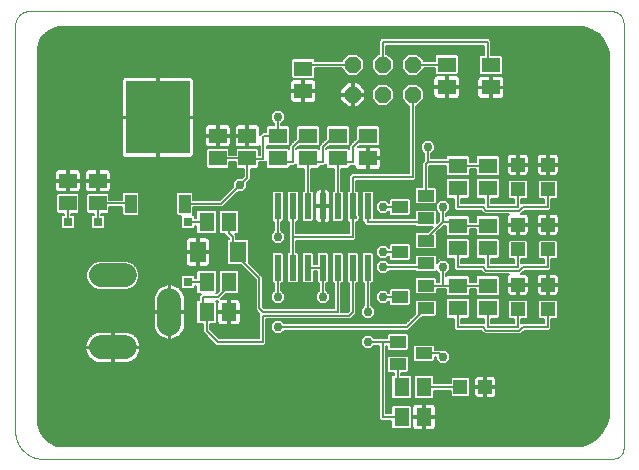
<source format=gtl>
G75*
%MOIN*%
%OFA0B0*%
%FSLAX25Y25*%
%IPPOS*%
%LPD*%
%AMOC8*
5,1,8,0,0,1.08239X$1,22.5*
%
%ADD10C,0.00000*%
%ADD11R,0.04724X0.04724*%
%ADD12R,0.05906X0.05118*%
%ADD13R,0.05512X0.07087*%
%ADD14R,0.02362X0.08661*%
%ADD15R,0.21260X0.24409*%
%ADD16R,0.03937X0.06299*%
%ADD17C,0.07874*%
%ADD18OC8,0.05600*%
%ADD19R,0.05512X0.03937*%
%ADD20R,0.05118X0.06299*%
%ADD21R,0.06299X0.05118*%
%ADD22C,0.00600*%
%ADD23R,0.02978X0.02978*%
%ADD24C,0.02978*%
D10*
X0020588Y0053221D02*
X0211173Y0053221D01*
X0211288Y0053223D01*
X0211404Y0053229D01*
X0211519Y0053238D01*
X0211633Y0053252D01*
X0211748Y0053269D01*
X0211861Y0053290D01*
X0211974Y0053315D01*
X0212086Y0053344D01*
X0212196Y0053376D01*
X0212306Y0053412D01*
X0212414Y0053452D01*
X0212521Y0053495D01*
X0212627Y0053542D01*
X0212731Y0053592D01*
X0212833Y0053646D01*
X0212933Y0053703D01*
X0213032Y0053764D01*
X0213128Y0053827D01*
X0213222Y0053894D01*
X0213314Y0053964D01*
X0213403Y0054037D01*
X0213490Y0054113D01*
X0213574Y0054192D01*
X0213656Y0054274D01*
X0213735Y0054358D01*
X0213811Y0054445D01*
X0213884Y0054534D01*
X0213954Y0054626D01*
X0214021Y0054720D01*
X0214084Y0054816D01*
X0214145Y0054915D01*
X0214202Y0055015D01*
X0214256Y0055117D01*
X0214306Y0055221D01*
X0214353Y0055327D01*
X0214396Y0055434D01*
X0214436Y0055542D01*
X0214472Y0055652D01*
X0214504Y0055762D01*
X0214533Y0055874D01*
X0214558Y0055987D01*
X0214579Y0056100D01*
X0214596Y0056215D01*
X0214610Y0056329D01*
X0214619Y0056444D01*
X0214625Y0056560D01*
X0214627Y0056675D01*
X0214627Y0198300D01*
X0214625Y0198425D01*
X0214619Y0198550D01*
X0214610Y0198675D01*
X0214596Y0198799D01*
X0214579Y0198923D01*
X0214558Y0199046D01*
X0214533Y0199168D01*
X0214504Y0199290D01*
X0214472Y0199411D01*
X0214436Y0199530D01*
X0214396Y0199649D01*
X0214353Y0199766D01*
X0214306Y0199882D01*
X0214255Y0199997D01*
X0214201Y0200109D01*
X0214144Y0200220D01*
X0214083Y0200330D01*
X0214019Y0200437D01*
X0213952Y0200542D01*
X0213881Y0200645D01*
X0213807Y0200746D01*
X0213730Y0200845D01*
X0213650Y0200941D01*
X0213568Y0201035D01*
X0213482Y0201126D01*
X0213394Y0201214D01*
X0213303Y0201300D01*
X0213209Y0201382D01*
X0213113Y0201462D01*
X0213014Y0201539D01*
X0212913Y0201613D01*
X0212810Y0201684D01*
X0212705Y0201751D01*
X0212598Y0201815D01*
X0212488Y0201876D01*
X0212377Y0201933D01*
X0212265Y0201987D01*
X0212150Y0202038D01*
X0212034Y0202085D01*
X0211917Y0202128D01*
X0211798Y0202168D01*
X0211679Y0202204D01*
X0211558Y0202236D01*
X0211436Y0202265D01*
X0211314Y0202290D01*
X0211191Y0202311D01*
X0211067Y0202328D01*
X0210943Y0202342D01*
X0210818Y0202351D01*
X0210693Y0202357D01*
X0210568Y0202359D01*
X0016534Y0202359D01*
X0016398Y0202357D01*
X0016262Y0202351D01*
X0016127Y0202341D01*
X0015991Y0202327D01*
X0015857Y0202310D01*
X0015723Y0202288D01*
X0015589Y0202262D01*
X0015456Y0202233D01*
X0015325Y0202200D01*
X0015194Y0202163D01*
X0015064Y0202122D01*
X0014936Y0202077D01*
X0014809Y0202029D01*
X0014683Y0201977D01*
X0014559Y0201921D01*
X0014437Y0201862D01*
X0014316Y0201799D01*
X0014198Y0201733D01*
X0014081Y0201663D01*
X0013966Y0201590D01*
X0013854Y0201514D01*
X0013743Y0201434D01*
X0013636Y0201352D01*
X0013530Y0201266D01*
X0013427Y0201177D01*
X0013327Y0201085D01*
X0013230Y0200990D01*
X0013135Y0200893D01*
X0013043Y0200793D01*
X0012954Y0200690D01*
X0012868Y0200584D01*
X0012786Y0200477D01*
X0012706Y0200366D01*
X0012630Y0200254D01*
X0012557Y0200139D01*
X0012487Y0200023D01*
X0012421Y0199904D01*
X0012358Y0199783D01*
X0012299Y0199661D01*
X0012243Y0199537D01*
X0012191Y0199411D01*
X0012143Y0199284D01*
X0012098Y0199156D01*
X0012057Y0199026D01*
X0012020Y0198895D01*
X0011987Y0198764D01*
X0011958Y0198631D01*
X0011932Y0198497D01*
X0011910Y0198363D01*
X0011893Y0198229D01*
X0011879Y0198093D01*
X0011869Y0197958D01*
X0011863Y0197822D01*
X0011861Y0197686D01*
X0011860Y0197686D02*
X0011860Y0062764D01*
X0011853Y0062541D01*
X0011851Y0062319D01*
X0011854Y0062096D01*
X0011863Y0061874D01*
X0011877Y0061652D01*
X0011897Y0061431D01*
X0011922Y0061210D01*
X0011952Y0060989D01*
X0011987Y0060770D01*
X0012028Y0060551D01*
X0012074Y0060333D01*
X0012125Y0060117D01*
X0012182Y0059902D01*
X0012243Y0059688D01*
X0012310Y0059476D01*
X0012382Y0059265D01*
X0012459Y0059057D01*
X0012541Y0058850D01*
X0012628Y0058645D01*
X0012720Y0058443D01*
X0012817Y0058242D01*
X0012918Y0058044D01*
X0013025Y0057849D01*
X0013136Y0057656D01*
X0013252Y0057466D01*
X0013372Y0057279D01*
X0013496Y0057095D01*
X0013626Y0056914D01*
X0013759Y0056736D01*
X0013897Y0056561D01*
X0014039Y0056390D01*
X0014185Y0056222D01*
X0014335Y0056058D01*
X0014489Y0055897D01*
X0014646Y0055740D01*
X0014808Y0055587D01*
X0014973Y0055438D01*
X0015142Y0055293D01*
X0015314Y0055153D01*
X0015489Y0055016D01*
X0015668Y0054884D01*
X0015850Y0054755D01*
X0016035Y0054632D01*
X0016223Y0054513D01*
X0016414Y0054398D01*
X0016607Y0054288D01*
X0016803Y0054183D01*
X0017002Y0054083D01*
X0017203Y0053987D01*
X0017406Y0053897D01*
X0017611Y0053811D01*
X0017818Y0053730D01*
X0018027Y0053655D01*
X0018238Y0053584D01*
X0018451Y0053518D01*
X0018665Y0053458D01*
X0018880Y0053403D01*
X0019097Y0053353D01*
X0019315Y0053308D01*
X0019534Y0053269D01*
X0019754Y0053235D01*
X0019974Y0053206D01*
X0020196Y0053182D01*
X0020417Y0053164D01*
X0020639Y0053151D01*
D11*
X0160236Y0077081D03*
X0168504Y0077081D03*
X0179370Y0102947D03*
X0179370Y0111215D03*
X0189370Y0111215D03*
X0189370Y0102947D03*
X0189370Y0122947D03*
X0189370Y0131215D03*
X0179370Y0131215D03*
X0179370Y0122947D03*
X0179370Y0142947D03*
X0179370Y0151215D03*
X0189370Y0151215D03*
X0189370Y0142947D03*
D12*
X0089216Y0153303D03*
X0089216Y0160784D03*
X0079370Y0160821D03*
X0079370Y0153341D03*
X0039370Y0145821D03*
X0039370Y0138341D03*
X0029370Y0138341D03*
X0029370Y0145821D03*
D13*
X0072677Y0122081D03*
X0086063Y0122081D03*
D14*
X0099370Y0116845D03*
X0104370Y0116845D03*
X0109370Y0116845D03*
X0114370Y0116845D03*
X0119370Y0116845D03*
X0124370Y0116845D03*
X0129370Y0116845D03*
X0129370Y0137317D03*
X0124370Y0137317D03*
X0119370Y0137317D03*
X0114370Y0137317D03*
X0109370Y0137317D03*
X0104370Y0137317D03*
X0099370Y0137317D03*
D15*
X0059370Y0166924D03*
D16*
X0050394Y0138183D03*
X0068346Y0138183D03*
D17*
X0048307Y0114286D02*
X0040433Y0114286D01*
X0063268Y0106018D02*
X0063268Y0098144D01*
X0048307Y0090270D02*
X0040433Y0090270D01*
D18*
X0124348Y0174535D03*
X0124348Y0184535D03*
X0134348Y0184535D03*
X0144348Y0184535D03*
X0144348Y0174535D03*
X0134348Y0174535D03*
D19*
X0148701Y0140821D03*
X0148701Y0133341D03*
X0148701Y0125821D03*
X0148701Y0118341D03*
X0148701Y0110821D03*
X0148701Y0103341D03*
X0140039Y0107081D03*
X0139370Y0092081D03*
X0139370Y0084601D03*
X0148032Y0088341D03*
X0140039Y0122081D03*
X0140039Y0137081D03*
D20*
X0083110Y0132081D03*
X0075630Y0132081D03*
X0075630Y0112081D03*
X0083110Y0112081D03*
X0083110Y0102081D03*
X0075630Y0102081D03*
X0140630Y0077081D03*
X0148110Y0077081D03*
X0148110Y0067081D03*
X0140630Y0067081D03*
D21*
X0159370Y0103341D03*
X0159370Y0110821D03*
X0169370Y0110821D03*
X0169370Y0103341D03*
X0169370Y0123341D03*
X0169370Y0130821D03*
X0159370Y0130821D03*
X0159370Y0123341D03*
X0159370Y0143341D03*
X0159370Y0150821D03*
X0169370Y0150821D03*
X0169370Y0143341D03*
X0170379Y0176950D03*
X0170379Y0184431D03*
X0155666Y0184581D03*
X0155666Y0177101D03*
X0129370Y0160821D03*
X0129370Y0153341D03*
X0119370Y0153341D03*
X0119370Y0160821D03*
X0109370Y0160821D03*
X0109370Y0153341D03*
X0099370Y0153341D03*
X0099370Y0160821D03*
X0107815Y0175769D03*
X0107815Y0183249D03*
D22*
X0109101Y0184535D01*
X0124348Y0184535D01*
X0121539Y0186958D02*
X0019377Y0186958D01*
X0019377Y0186360D02*
X0103944Y0186360D01*
X0103766Y0186181D02*
X0103766Y0180318D01*
X0104293Y0179790D01*
X0111338Y0179790D01*
X0111865Y0180318D01*
X0111865Y0183335D01*
X0120648Y0183335D01*
X0120648Y0183002D01*
X0122816Y0180835D01*
X0125881Y0180835D01*
X0128048Y0183002D01*
X0128048Y0186068D01*
X0125881Y0188235D01*
X0122816Y0188235D01*
X0120648Y0186068D01*
X0120648Y0185735D01*
X0111865Y0185735D01*
X0111865Y0186181D01*
X0111338Y0186708D01*
X0104293Y0186708D01*
X0103766Y0186181D01*
X0103766Y0185761D02*
X0019378Y0185761D01*
X0019378Y0185163D02*
X0103766Y0185163D01*
X0103766Y0184564D02*
X0019378Y0184564D01*
X0019379Y0183966D02*
X0103766Y0183966D01*
X0103766Y0183367D02*
X0019379Y0183367D01*
X0019380Y0182768D02*
X0103766Y0182768D01*
X0103766Y0182170D02*
X0019380Y0182170D01*
X0019380Y0181571D02*
X0103766Y0181571D01*
X0103766Y0180973D02*
X0019381Y0180973D01*
X0019381Y0180374D02*
X0048368Y0180374D01*
X0048238Y0180340D02*
X0047942Y0180169D01*
X0047700Y0179927D01*
X0047529Y0179630D01*
X0047440Y0179299D01*
X0047440Y0167224D01*
X0059070Y0167224D01*
X0059070Y0180428D01*
X0048569Y0180428D01*
X0048238Y0180340D01*
X0047613Y0179776D02*
X0019382Y0179776D01*
X0019382Y0179177D02*
X0047440Y0179177D01*
X0047440Y0178579D02*
X0019382Y0178579D01*
X0019383Y0177980D02*
X0047440Y0177980D01*
X0047440Y0177382D02*
X0019383Y0177382D01*
X0019384Y0176783D02*
X0047440Y0176783D01*
X0047440Y0176185D02*
X0019384Y0176185D01*
X0019384Y0175586D02*
X0047440Y0175586D01*
X0047440Y0174988D02*
X0019385Y0174988D01*
X0019385Y0174389D02*
X0047440Y0174389D01*
X0047440Y0173791D02*
X0019386Y0173791D01*
X0019386Y0173192D02*
X0047440Y0173192D01*
X0047440Y0172594D02*
X0019386Y0172594D01*
X0019387Y0171995D02*
X0047440Y0171995D01*
X0047440Y0171397D02*
X0019387Y0171397D01*
X0019388Y0170798D02*
X0047440Y0170798D01*
X0047440Y0170200D02*
X0019388Y0170200D01*
X0019388Y0169601D02*
X0047440Y0169601D01*
X0047440Y0169003D02*
X0019389Y0169003D01*
X0019389Y0168404D02*
X0047440Y0168404D01*
X0047440Y0167806D02*
X0019390Y0167806D01*
X0019390Y0167207D02*
X0059070Y0167207D01*
X0059070Y0167224D02*
X0059070Y0166624D01*
X0047440Y0166624D01*
X0047440Y0154548D01*
X0047529Y0154217D01*
X0047700Y0153921D01*
X0047942Y0153679D01*
X0048238Y0153507D01*
X0048569Y0153419D01*
X0059070Y0153419D01*
X0059070Y0166624D01*
X0059670Y0166624D01*
X0059670Y0167224D01*
X0059070Y0167224D01*
X0059070Y0167806D02*
X0059670Y0167806D01*
X0059670Y0167224D02*
X0059670Y0180428D01*
X0070171Y0180428D01*
X0070502Y0180340D01*
X0070798Y0180169D01*
X0071040Y0179927D01*
X0071211Y0179630D01*
X0071300Y0179299D01*
X0071300Y0167224D01*
X0059670Y0167224D01*
X0059670Y0167207D02*
X0096981Y0167207D01*
X0096981Y0166609D02*
X0071300Y0166609D01*
X0071300Y0166624D02*
X0059670Y0166624D01*
X0059670Y0153419D01*
X0070171Y0153419D01*
X0070502Y0153507D01*
X0070798Y0153679D01*
X0071040Y0153921D01*
X0071211Y0154217D01*
X0071300Y0154548D01*
X0071300Y0166624D01*
X0071300Y0166010D02*
X0097063Y0166010D01*
X0096981Y0166092D02*
X0098170Y0164903D01*
X0098170Y0164280D01*
X0095848Y0164280D01*
X0095320Y0163753D01*
X0095320Y0162021D01*
X0094312Y0162021D01*
X0093989Y0161698D01*
X0093469Y0161178D01*
X0093469Y0163514D01*
X0093380Y0163844D01*
X0093209Y0164141D01*
X0092967Y0164383D01*
X0092671Y0164554D01*
X0092340Y0164643D01*
X0089516Y0164643D01*
X0089516Y0161084D01*
X0088916Y0161084D01*
X0088916Y0164643D01*
X0086092Y0164643D01*
X0085762Y0164554D01*
X0085465Y0164383D01*
X0085223Y0164141D01*
X0085052Y0163844D01*
X0084963Y0163514D01*
X0084963Y0161084D01*
X0088916Y0161084D01*
X0088916Y0160484D01*
X0084963Y0160484D01*
X0084963Y0158053D01*
X0085052Y0157723D01*
X0085223Y0157426D01*
X0085465Y0157184D01*
X0085762Y0157013D01*
X0086092Y0156924D01*
X0088916Y0156924D01*
X0088916Y0160484D01*
X0089516Y0160484D01*
X0089516Y0156924D01*
X0092340Y0156924D01*
X0092671Y0157013D01*
X0092967Y0157184D01*
X0093209Y0157426D01*
X0093286Y0157559D01*
X0093286Y0154360D01*
X0093069Y0154360D01*
X0093069Y0156235D01*
X0092542Y0156762D01*
X0085890Y0156762D01*
X0085363Y0156235D01*
X0085363Y0154503D01*
X0083223Y0154503D01*
X0083223Y0156273D01*
X0082696Y0156800D01*
X0076045Y0156800D01*
X0075517Y0156273D01*
X0075517Y0150409D01*
X0076045Y0149882D01*
X0082696Y0149882D01*
X0083223Y0150409D01*
X0083223Y0152103D01*
X0085363Y0152103D01*
X0085363Y0150371D01*
X0085890Y0149844D01*
X0088016Y0149844D01*
X0088016Y0147364D01*
X0087435Y0146784D01*
X0085754Y0146784D01*
X0084354Y0145384D01*
X0084354Y0143703D01*
X0080035Y0139383D01*
X0071215Y0139383D01*
X0071215Y0141706D01*
X0070688Y0142233D01*
X0066005Y0142233D01*
X0065478Y0141706D01*
X0065478Y0134661D01*
X0066005Y0134134D01*
X0067172Y0134134D01*
X0066981Y0133943D01*
X0066981Y0130219D01*
X0067508Y0129692D01*
X0071232Y0129692D01*
X0071759Y0130219D01*
X0071759Y0130881D01*
X0072171Y0130881D01*
X0072171Y0128559D01*
X0072698Y0128031D01*
X0078562Y0128031D01*
X0079089Y0128559D01*
X0079089Y0135603D01*
X0078562Y0136131D01*
X0072698Y0136131D01*
X0072171Y0135603D01*
X0072171Y0133281D01*
X0071759Y0133281D01*
X0071759Y0133943D01*
X0071232Y0134470D01*
X0071024Y0134470D01*
X0071215Y0134661D01*
X0071215Y0136983D01*
X0081029Y0136983D01*
X0086051Y0142006D01*
X0087733Y0142006D01*
X0089132Y0143405D01*
X0089132Y0145087D01*
X0089713Y0145667D01*
X0090416Y0146370D01*
X0090416Y0149844D01*
X0092542Y0149844D01*
X0093069Y0150371D01*
X0093069Y0151960D01*
X0094983Y0151960D01*
X0095320Y0152298D01*
X0095320Y0150409D01*
X0095848Y0149882D01*
X0102892Y0149882D01*
X0103420Y0150409D01*
X0103420Y0150881D01*
X0104867Y0150881D01*
X0105320Y0151334D01*
X0105320Y0150409D01*
X0105848Y0149882D01*
X0108170Y0149882D01*
X0108170Y0142548D01*
X0107816Y0142548D01*
X0107289Y0142021D01*
X0107289Y0132614D01*
X0107816Y0132087D01*
X0110924Y0132087D01*
X0111451Y0132614D01*
X0111451Y0142021D01*
X0110924Y0142548D01*
X0110570Y0142548D01*
X0110570Y0149882D01*
X0112892Y0149882D01*
X0113420Y0150409D01*
X0113420Y0150881D01*
X0114867Y0150881D01*
X0115320Y0151334D01*
X0115320Y0150409D01*
X0115848Y0149882D01*
X0118170Y0149882D01*
X0118170Y0142548D01*
X0117816Y0142548D01*
X0117289Y0142021D01*
X0117289Y0132614D01*
X0117816Y0132087D01*
X0120924Y0132087D01*
X0121451Y0132614D01*
X0121451Y0142021D01*
X0120924Y0142548D01*
X0120570Y0142548D01*
X0120570Y0149882D01*
X0122892Y0149882D01*
X0123420Y0150409D01*
X0123420Y0150881D01*
X0124867Y0150881D01*
X0124920Y0150934D01*
X0124920Y0150611D01*
X0125009Y0150280D01*
X0125180Y0149984D01*
X0125422Y0149742D01*
X0125719Y0149570D01*
X0126049Y0149482D01*
X0129070Y0149482D01*
X0129070Y0153041D01*
X0129670Y0153041D01*
X0129670Y0149482D01*
X0132691Y0149482D01*
X0133021Y0149570D01*
X0133318Y0149742D01*
X0133560Y0149984D01*
X0133731Y0150280D01*
X0133820Y0150611D01*
X0133820Y0153041D01*
X0129670Y0153041D01*
X0129670Y0153641D01*
X0129070Y0153641D01*
X0129070Y0157200D01*
X0126186Y0157200D01*
X0126348Y0157362D01*
X0132892Y0157362D01*
X0133420Y0157889D01*
X0133420Y0163753D01*
X0132892Y0164280D01*
X0125848Y0164280D01*
X0125320Y0163753D01*
X0125320Y0159729D01*
X0123873Y0158281D01*
X0123170Y0157578D01*
X0123170Y0156522D01*
X0122892Y0156800D01*
X0115848Y0156800D01*
X0115570Y0156522D01*
X0115570Y0156584D01*
X0116348Y0157362D01*
X0122892Y0157362D01*
X0123420Y0157889D01*
X0123420Y0163753D01*
X0122892Y0164280D01*
X0115848Y0164280D01*
X0115320Y0163753D01*
X0115320Y0159729D01*
X0113873Y0158281D01*
X0113170Y0157578D01*
X0113170Y0156522D01*
X0112892Y0156800D01*
X0105848Y0156800D01*
X0105570Y0156522D01*
X0105570Y0156584D01*
X0106348Y0157362D01*
X0112892Y0157362D01*
X0113420Y0157889D01*
X0113420Y0163753D01*
X0112892Y0164280D01*
X0105848Y0164280D01*
X0105320Y0163753D01*
X0105320Y0159729D01*
X0103873Y0158281D01*
X0103170Y0157578D01*
X0103170Y0156522D01*
X0102892Y0156800D01*
X0095848Y0156800D01*
X0095686Y0156638D01*
X0095686Y0157524D01*
X0095848Y0157362D01*
X0102892Y0157362D01*
X0103420Y0157889D01*
X0103420Y0163753D01*
X0102892Y0164280D01*
X0100570Y0164280D01*
X0100570Y0164903D01*
X0101759Y0166092D01*
X0101759Y0168071D01*
X0100360Y0169470D01*
X0098381Y0169470D01*
X0096981Y0168071D01*
X0096981Y0166092D01*
X0097661Y0165412D02*
X0071300Y0165412D01*
X0071300Y0164813D02*
X0098170Y0164813D01*
X0100570Y0164813D02*
X0143148Y0164813D01*
X0143148Y0164215D02*
X0132958Y0164215D01*
X0133420Y0163616D02*
X0143148Y0163616D01*
X0143148Y0163018D02*
X0133420Y0163018D01*
X0133420Y0162419D02*
X0143148Y0162419D01*
X0143148Y0161821D02*
X0133420Y0161821D01*
X0133420Y0161222D02*
X0143148Y0161222D01*
X0143148Y0160624D02*
X0133420Y0160624D01*
X0133420Y0160025D02*
X0143148Y0160025D01*
X0143148Y0159427D02*
X0133420Y0159427D01*
X0133420Y0158828D02*
X0143148Y0158828D01*
X0143148Y0158230D02*
X0133420Y0158230D01*
X0133161Y0157631D02*
X0143148Y0157631D01*
X0143148Y0157032D02*
X0133158Y0157032D01*
X0133021Y0157111D02*
X0132691Y0157200D01*
X0129670Y0157200D01*
X0129670Y0153641D01*
X0133820Y0153641D01*
X0133820Y0156071D01*
X0133731Y0156402D01*
X0133560Y0156698D01*
X0133318Y0156940D01*
X0133021Y0157111D01*
X0133713Y0156434D02*
X0143148Y0156434D01*
X0143148Y0155835D02*
X0133820Y0155835D01*
X0133820Y0155237D02*
X0143148Y0155237D01*
X0143148Y0154638D02*
X0133820Y0154638D01*
X0133820Y0154040D02*
X0143148Y0154040D01*
X0143148Y0153441D02*
X0129670Y0153441D01*
X0129670Y0152843D02*
X0129070Y0152843D01*
X0129070Y0152244D02*
X0129670Y0152244D01*
X0129670Y0151646D02*
X0129070Y0151646D01*
X0129070Y0151047D02*
X0129670Y0151047D01*
X0129670Y0150449D02*
X0129070Y0150449D01*
X0129070Y0149850D02*
X0129670Y0149850D01*
X0133427Y0149850D02*
X0143148Y0149850D01*
X0143148Y0149252D02*
X0120570Y0149252D01*
X0120570Y0149850D02*
X0125314Y0149850D01*
X0124964Y0150449D02*
X0123420Y0150449D01*
X0124370Y0152081D02*
X0120630Y0152081D01*
X0119370Y0153341D01*
X0119370Y0137317D01*
X0117289Y0137282D02*
X0114661Y0137282D01*
X0114661Y0137027D02*
X0114661Y0137608D01*
X0116851Y0137608D01*
X0116851Y0141819D01*
X0116763Y0142150D01*
X0116591Y0142446D01*
X0116349Y0142688D01*
X0116053Y0142859D01*
X0115722Y0142948D01*
X0114661Y0142948D01*
X0114661Y0137608D01*
X0114080Y0137608D01*
X0114080Y0142948D01*
X0113018Y0142948D01*
X0112687Y0142859D01*
X0112391Y0142688D01*
X0112149Y0142446D01*
X0111978Y0142150D01*
X0111889Y0141819D01*
X0111889Y0137608D01*
X0114079Y0137608D01*
X0114079Y0137027D01*
X0111889Y0137027D01*
X0111889Y0132815D01*
X0111978Y0132485D01*
X0112149Y0132188D01*
X0112391Y0131946D01*
X0112687Y0131775D01*
X0113018Y0131687D01*
X0114080Y0131687D01*
X0114080Y0137027D01*
X0114661Y0137027D01*
X0116851Y0137027D01*
X0116851Y0132815D01*
X0116763Y0132485D01*
X0116591Y0132188D01*
X0116349Y0131946D01*
X0116053Y0131775D01*
X0115722Y0131687D01*
X0114661Y0131687D01*
X0114661Y0137027D01*
X0114661Y0136683D02*
X0114080Y0136683D01*
X0114080Y0136085D02*
X0114661Y0136085D01*
X0114661Y0135486D02*
X0114080Y0135486D01*
X0114080Y0134888D02*
X0114661Y0134888D01*
X0114661Y0134289D02*
X0114080Y0134289D01*
X0114080Y0133691D02*
X0114661Y0133691D01*
X0114661Y0133092D02*
X0114080Y0133092D01*
X0114080Y0132494D02*
X0114661Y0132494D01*
X0114661Y0131895D02*
X0114080Y0131895D01*
X0112480Y0131895D02*
X0105570Y0131895D01*
X0105570Y0132087D02*
X0105924Y0132087D01*
X0106451Y0132614D01*
X0106451Y0142021D01*
X0105924Y0142548D01*
X0102816Y0142548D01*
X0102289Y0142021D01*
X0102289Y0132614D01*
X0102816Y0132087D01*
X0103170Y0132087D01*
X0103170Y0122076D01*
X0102816Y0122076D01*
X0102289Y0121548D01*
X0102289Y0112141D01*
X0102816Y0111614D01*
X0105924Y0111614D01*
X0106451Y0112141D01*
X0106451Y0121548D01*
X0105924Y0122076D01*
X0105570Y0122076D01*
X0105570Y0125881D01*
X0124867Y0125881D01*
X0125570Y0126584D01*
X0125570Y0132087D01*
X0125924Y0132087D01*
X0126339Y0132502D01*
X0126405Y0132523D01*
X0126864Y0133405D01*
X0126451Y0134712D01*
X0126451Y0142021D01*
X0125924Y0142548D01*
X0125570Y0142548D01*
X0125570Y0145881D01*
X0144867Y0145881D01*
X0145570Y0146584D01*
X0145570Y0147578D01*
X0145548Y0147600D01*
X0145548Y0170835D01*
X0145881Y0170835D01*
X0148048Y0173002D01*
X0148048Y0176068D01*
X0145881Y0178235D01*
X0142816Y0178235D01*
X0140648Y0176068D01*
X0140648Y0173002D01*
X0142816Y0170835D01*
X0143148Y0170835D01*
X0143148Y0148281D01*
X0124867Y0148281D01*
X0123873Y0148281D01*
X0123170Y0147578D01*
X0123170Y0142548D01*
X0122816Y0142548D01*
X0122289Y0142021D01*
X0122289Y0132614D01*
X0122816Y0132087D01*
X0123170Y0132087D01*
X0123170Y0128281D01*
X0105570Y0128281D01*
X0105570Y0132087D01*
X0105570Y0131297D02*
X0123170Y0131297D01*
X0123170Y0131895D02*
X0116260Y0131895D01*
X0116765Y0132494D02*
X0117409Y0132494D01*
X0117289Y0133092D02*
X0116851Y0133092D01*
X0116851Y0133691D02*
X0117289Y0133691D01*
X0117289Y0134289D02*
X0116851Y0134289D01*
X0116851Y0134888D02*
X0117289Y0134888D01*
X0117289Y0135486D02*
X0116851Y0135486D01*
X0116851Y0136085D02*
X0117289Y0136085D01*
X0117289Y0136683D02*
X0116851Y0136683D01*
X0116851Y0137880D02*
X0117289Y0137880D01*
X0117289Y0138479D02*
X0116851Y0138479D01*
X0116851Y0139077D02*
X0117289Y0139077D01*
X0117289Y0139676D02*
X0116851Y0139676D01*
X0116851Y0140274D02*
X0117289Y0140274D01*
X0117289Y0140873D02*
X0116851Y0140873D01*
X0116851Y0141471D02*
X0117289Y0141471D01*
X0117338Y0142070D02*
X0116784Y0142070D01*
X0116369Y0142668D02*
X0118170Y0142668D01*
X0118170Y0143267D02*
X0110570Y0143267D01*
X0110570Y0143865D02*
X0118170Y0143865D01*
X0118170Y0144464D02*
X0110570Y0144464D01*
X0110570Y0145062D02*
X0118170Y0145062D01*
X0118170Y0145661D02*
X0110570Y0145661D01*
X0110570Y0146259D02*
X0118170Y0146259D01*
X0118170Y0146858D02*
X0110570Y0146858D01*
X0110570Y0147456D02*
X0118170Y0147456D01*
X0118170Y0148055D02*
X0110570Y0148055D01*
X0110570Y0148653D02*
X0118170Y0148653D01*
X0118170Y0149252D02*
X0110570Y0149252D01*
X0110570Y0149850D02*
X0118170Y0149850D01*
X0120570Y0148653D02*
X0143148Y0148653D01*
X0143148Y0150449D02*
X0133776Y0150449D01*
X0133820Y0151047D02*
X0143148Y0151047D01*
X0143148Y0151646D02*
X0133820Y0151646D01*
X0133820Y0152244D02*
X0143148Y0152244D01*
X0143148Y0152843D02*
X0133820Y0152843D01*
X0129670Y0154040D02*
X0129070Y0154040D01*
X0129070Y0154638D02*
X0129670Y0154638D01*
X0129670Y0155237D02*
X0129070Y0155237D01*
X0129070Y0155835D02*
X0129670Y0155835D01*
X0129670Y0156434D02*
X0129070Y0156434D01*
X0129070Y0157032D02*
X0129670Y0157032D01*
X0129370Y0160821D02*
X0128110Y0160821D01*
X0124370Y0157081D01*
X0124370Y0152081D01*
X0123647Y0148055D02*
X0120570Y0148055D01*
X0120570Y0147456D02*
X0123170Y0147456D01*
X0123170Y0146858D02*
X0120570Y0146858D01*
X0120570Y0146259D02*
X0123170Y0146259D01*
X0123170Y0145661D02*
X0120570Y0145661D01*
X0120570Y0145062D02*
X0123170Y0145062D01*
X0123170Y0144464D02*
X0120570Y0144464D01*
X0120570Y0143865D02*
X0123170Y0143865D01*
X0123170Y0143267D02*
X0120570Y0143267D01*
X0120570Y0142668D02*
X0123170Y0142668D01*
X0122338Y0142070D02*
X0121402Y0142070D01*
X0121451Y0141471D02*
X0122289Y0141471D01*
X0122289Y0140873D02*
X0121451Y0140873D01*
X0121451Y0140274D02*
X0122289Y0140274D01*
X0122289Y0139676D02*
X0121451Y0139676D01*
X0121451Y0139077D02*
X0122289Y0139077D01*
X0122289Y0138479D02*
X0121451Y0138479D01*
X0121451Y0137880D02*
X0122289Y0137880D01*
X0122289Y0137282D02*
X0121451Y0137282D01*
X0121451Y0136683D02*
X0122289Y0136683D01*
X0122289Y0136085D02*
X0121451Y0136085D01*
X0121451Y0135486D02*
X0122289Y0135486D01*
X0122289Y0134888D02*
X0121451Y0134888D01*
X0121451Y0134289D02*
X0122289Y0134289D01*
X0122289Y0133691D02*
X0121451Y0133691D01*
X0121451Y0133092D02*
X0122289Y0133092D01*
X0122409Y0132494D02*
X0121331Y0132494D01*
X0123170Y0130698D02*
X0105570Y0130698D01*
X0105570Y0130099D02*
X0123170Y0130099D01*
X0123170Y0129501D02*
X0105570Y0129501D01*
X0105570Y0128902D02*
X0123170Y0128902D01*
X0123170Y0128304D02*
X0105570Y0128304D01*
X0104370Y0127081D02*
X0124370Y0127081D01*
X0124370Y0137317D01*
X0124370Y0147081D01*
X0144370Y0147081D01*
X0144348Y0147103D01*
X0144348Y0174535D01*
X0141655Y0171995D02*
X0137041Y0171995D01*
X0136443Y0171397D02*
X0142254Y0171397D01*
X0143148Y0170798D02*
X0126410Y0170798D01*
X0126047Y0170435D02*
X0128448Y0172837D01*
X0128448Y0174235D01*
X0124648Y0174235D01*
X0124648Y0170435D01*
X0126047Y0170435D01*
X0127009Y0171397D02*
X0132254Y0171397D01*
X0132816Y0170835D02*
X0135881Y0170835D01*
X0138048Y0173002D01*
X0138048Y0176068D01*
X0135881Y0178235D01*
X0132816Y0178235D01*
X0130648Y0176068D01*
X0130648Y0173002D01*
X0132816Y0170835D01*
X0131655Y0171995D02*
X0127607Y0171995D01*
X0128206Y0172594D02*
X0131057Y0172594D01*
X0130648Y0173192D02*
X0128448Y0173192D01*
X0128448Y0173791D02*
X0130648Y0173791D01*
X0130648Y0174389D02*
X0124648Y0174389D01*
X0124648Y0174235D02*
X0124648Y0174835D01*
X0124048Y0174835D01*
X0124048Y0174235D01*
X0120248Y0174235D01*
X0120248Y0172837D01*
X0122650Y0170435D01*
X0124048Y0170435D01*
X0124048Y0174235D01*
X0124648Y0174235D01*
X0124648Y0173791D02*
X0124048Y0173791D01*
X0124048Y0174389D02*
X0112265Y0174389D01*
X0112265Y0173791D02*
X0120248Y0173791D01*
X0120248Y0173192D02*
X0112265Y0173192D01*
X0112265Y0173039D02*
X0112265Y0175469D01*
X0108115Y0175469D01*
X0108115Y0171910D01*
X0111136Y0171910D01*
X0111467Y0171999D01*
X0111763Y0172170D01*
X0112005Y0172412D01*
X0112176Y0172708D01*
X0112265Y0173039D01*
X0112110Y0172594D02*
X0120491Y0172594D01*
X0121090Y0171995D02*
X0111454Y0171995D01*
X0108115Y0171995D02*
X0107515Y0171995D01*
X0107515Y0171910D02*
X0107515Y0175469D01*
X0103366Y0175469D01*
X0103366Y0173039D01*
X0103454Y0172708D01*
X0103625Y0172412D01*
X0103867Y0172170D01*
X0104164Y0171999D01*
X0104494Y0171910D01*
X0107515Y0171910D01*
X0107515Y0172594D02*
X0108115Y0172594D01*
X0108115Y0173192D02*
X0107515Y0173192D01*
X0107515Y0173791D02*
X0108115Y0173791D01*
X0108115Y0174389D02*
X0107515Y0174389D01*
X0107515Y0174988D02*
X0108115Y0174988D01*
X0108115Y0175469D02*
X0107515Y0175469D01*
X0107515Y0176069D01*
X0103366Y0176069D01*
X0103366Y0178499D01*
X0103454Y0178830D01*
X0103625Y0179126D01*
X0103867Y0179368D01*
X0104164Y0179540D01*
X0104494Y0179628D01*
X0107515Y0179628D01*
X0107515Y0176069D01*
X0108115Y0176069D01*
X0108115Y0179628D01*
X0111136Y0179628D01*
X0111467Y0179540D01*
X0111763Y0179368D01*
X0112005Y0179126D01*
X0112176Y0178830D01*
X0112265Y0178499D01*
X0112265Y0176069D01*
X0108115Y0176069D01*
X0108115Y0175469D01*
X0108115Y0175586D02*
X0120248Y0175586D01*
X0120248Y0174988D02*
X0112265Y0174988D01*
X0112265Y0176185D02*
X0120248Y0176185D01*
X0120248Y0176233D02*
X0120248Y0174835D01*
X0124048Y0174835D01*
X0124048Y0178635D01*
X0122650Y0178635D01*
X0120248Y0176233D01*
X0120799Y0176783D02*
X0112265Y0176783D01*
X0112265Y0177382D02*
X0121397Y0177382D01*
X0121996Y0177980D02*
X0112265Y0177980D01*
X0112243Y0178579D02*
X0122594Y0178579D01*
X0124048Y0178579D02*
X0124648Y0178579D01*
X0124648Y0178635D02*
X0126047Y0178635D01*
X0128448Y0176233D01*
X0128448Y0174835D01*
X0124648Y0174835D01*
X0124648Y0178635D01*
X0124648Y0177980D02*
X0124048Y0177980D01*
X0124048Y0177382D02*
X0124648Y0177382D01*
X0124648Y0176783D02*
X0124048Y0176783D01*
X0124048Y0176185D02*
X0124648Y0176185D01*
X0124648Y0175586D02*
X0124048Y0175586D01*
X0124048Y0174988D02*
X0124648Y0174988D01*
X0124648Y0173192D02*
X0124048Y0173192D01*
X0124048Y0172594D02*
X0124648Y0172594D01*
X0124648Y0171995D02*
X0124048Y0171995D01*
X0124048Y0171397D02*
X0124648Y0171397D01*
X0124648Y0170798D02*
X0124048Y0170798D01*
X0122287Y0170798D02*
X0071300Y0170798D01*
X0071300Y0170200D02*
X0143148Y0170200D01*
X0143148Y0169601D02*
X0071300Y0169601D01*
X0071300Y0169003D02*
X0097913Y0169003D01*
X0097315Y0168404D02*
X0071300Y0168404D01*
X0071300Y0167806D02*
X0096981Y0167806D01*
X0099370Y0167081D02*
X0099370Y0160821D01*
X0094809Y0160821D01*
X0094486Y0160498D01*
X0094486Y0153160D01*
X0089359Y0153160D01*
X0089216Y0153303D01*
X0079408Y0153303D01*
X0079370Y0153341D01*
X0075517Y0153441D02*
X0070255Y0153441D01*
X0071109Y0154040D02*
X0075517Y0154040D01*
X0075517Y0154638D02*
X0071300Y0154638D01*
X0071300Y0155237D02*
X0075517Y0155237D01*
X0075517Y0155835D02*
X0071300Y0155835D01*
X0071300Y0156434D02*
X0075679Y0156434D01*
X0075916Y0157051D02*
X0076246Y0156962D01*
X0079070Y0156962D01*
X0079070Y0160521D01*
X0079670Y0160521D01*
X0079670Y0156962D01*
X0082494Y0156962D01*
X0082825Y0157051D01*
X0083121Y0157222D01*
X0083363Y0157464D01*
X0083534Y0157760D01*
X0083623Y0158091D01*
X0083623Y0160521D01*
X0079670Y0160521D01*
X0079670Y0161121D01*
X0083623Y0161121D01*
X0083623Y0163551D01*
X0083534Y0163882D01*
X0083363Y0164179D01*
X0083121Y0164421D01*
X0082825Y0164592D01*
X0082494Y0164680D01*
X0079670Y0164680D01*
X0079670Y0161121D01*
X0079070Y0161121D01*
X0079070Y0160521D01*
X0075117Y0160521D01*
X0075117Y0158091D01*
X0075206Y0157760D01*
X0075377Y0157464D01*
X0075619Y0157222D01*
X0075916Y0157051D01*
X0075984Y0157032D02*
X0071300Y0157032D01*
X0071300Y0157631D02*
X0075281Y0157631D01*
X0075117Y0158230D02*
X0071300Y0158230D01*
X0071300Y0158828D02*
X0075117Y0158828D01*
X0075117Y0159427D02*
X0071300Y0159427D01*
X0071300Y0160025D02*
X0075117Y0160025D01*
X0075117Y0161121D02*
X0075117Y0163551D01*
X0075206Y0163882D01*
X0075377Y0164179D01*
X0075619Y0164421D01*
X0075916Y0164592D01*
X0076246Y0164680D01*
X0079070Y0164680D01*
X0079070Y0161121D01*
X0075117Y0161121D01*
X0075117Y0161222D02*
X0071300Y0161222D01*
X0071300Y0160624D02*
X0079070Y0160624D01*
X0079070Y0161222D02*
X0079670Y0161222D01*
X0079670Y0160624D02*
X0088916Y0160624D01*
X0088916Y0161222D02*
X0089516Y0161222D01*
X0089516Y0161821D02*
X0088916Y0161821D01*
X0088916Y0162419D02*
X0089516Y0162419D01*
X0089516Y0163018D02*
X0088916Y0163018D01*
X0088916Y0163616D02*
X0089516Y0163616D01*
X0089516Y0164215D02*
X0088916Y0164215D01*
X0085297Y0164215D02*
X0083327Y0164215D01*
X0083606Y0163616D02*
X0084991Y0163616D01*
X0084963Y0163018D02*
X0083623Y0163018D01*
X0083623Y0162419D02*
X0084963Y0162419D01*
X0084963Y0161821D02*
X0083623Y0161821D01*
X0083623Y0161222D02*
X0084963Y0161222D01*
X0084963Y0160025D02*
X0083623Y0160025D01*
X0083623Y0159427D02*
X0084963Y0159427D01*
X0084963Y0158828D02*
X0083623Y0158828D01*
X0083623Y0158230D02*
X0084963Y0158230D01*
X0085105Y0157631D02*
X0083460Y0157631D01*
X0082756Y0157032D02*
X0085728Y0157032D01*
X0085562Y0156434D02*
X0083062Y0156434D01*
X0083223Y0155835D02*
X0085363Y0155835D01*
X0085363Y0155237D02*
X0083223Y0155237D01*
X0083223Y0154638D02*
X0085363Y0154638D01*
X0085363Y0151646D02*
X0083223Y0151646D01*
X0083223Y0151047D02*
X0085363Y0151047D01*
X0085363Y0150449D02*
X0083223Y0150449D01*
X0085884Y0149850D02*
X0019401Y0149850D01*
X0019402Y0149252D02*
X0025450Y0149252D01*
X0025377Y0149179D02*
X0025206Y0148882D01*
X0025117Y0148551D01*
X0025117Y0146121D01*
X0029070Y0146121D01*
X0029070Y0145521D01*
X0029670Y0145521D01*
X0029670Y0141962D01*
X0032494Y0141962D01*
X0032825Y0142051D01*
X0033121Y0142222D01*
X0033363Y0142464D01*
X0033534Y0142760D01*
X0033623Y0143091D01*
X0033623Y0145521D01*
X0029670Y0145521D01*
X0029670Y0146121D01*
X0033623Y0146121D01*
X0033623Y0148551D01*
X0033534Y0148882D01*
X0033363Y0149179D01*
X0033121Y0149421D01*
X0032825Y0149592D01*
X0032494Y0149680D01*
X0029670Y0149680D01*
X0029670Y0146121D01*
X0029070Y0146121D01*
X0029070Y0149680D01*
X0026246Y0149680D01*
X0025916Y0149592D01*
X0025619Y0149421D01*
X0025377Y0149179D01*
X0025145Y0148653D02*
X0019402Y0148653D01*
X0019403Y0148055D02*
X0025117Y0148055D01*
X0025117Y0147456D02*
X0019403Y0147456D01*
X0019403Y0146858D02*
X0025117Y0146858D01*
X0025117Y0146259D02*
X0019404Y0146259D01*
X0019404Y0145661D02*
X0029070Y0145661D01*
X0029070Y0145521D02*
X0025117Y0145521D01*
X0025117Y0143091D01*
X0025206Y0142760D01*
X0025377Y0142464D01*
X0025619Y0142222D01*
X0025916Y0142051D01*
X0026246Y0141962D01*
X0029070Y0141962D01*
X0029070Y0145521D01*
X0029070Y0145062D02*
X0029670Y0145062D01*
X0029670Y0144464D02*
X0029070Y0144464D01*
X0029070Y0143865D02*
X0029670Y0143865D01*
X0029670Y0143267D02*
X0029070Y0143267D01*
X0029070Y0142668D02*
X0029670Y0142668D01*
X0029670Y0142070D02*
X0029070Y0142070D01*
X0026045Y0141800D02*
X0025517Y0141273D01*
X0025517Y0135409D01*
X0026045Y0134882D01*
X0028170Y0134882D01*
X0028170Y0134470D01*
X0027508Y0134470D01*
X0026981Y0133943D01*
X0026981Y0130219D01*
X0027508Y0129692D01*
X0031232Y0129692D01*
X0031759Y0130219D01*
X0031759Y0133943D01*
X0031232Y0134470D01*
X0030570Y0134470D01*
X0030570Y0134882D01*
X0032696Y0134882D01*
X0033223Y0135409D01*
X0033223Y0141273D01*
X0032696Y0141800D01*
X0026045Y0141800D01*
X0025883Y0142070D02*
X0019407Y0142070D01*
X0019406Y0142668D02*
X0025259Y0142668D01*
X0025117Y0143267D02*
X0019406Y0143267D01*
X0019405Y0143865D02*
X0025117Y0143865D01*
X0025117Y0144464D02*
X0019405Y0144464D01*
X0019405Y0145062D02*
X0025117Y0145062D01*
X0025716Y0141471D02*
X0019407Y0141471D01*
X0019407Y0140873D02*
X0025517Y0140873D01*
X0025517Y0140274D02*
X0019408Y0140274D01*
X0019408Y0139676D02*
X0025517Y0139676D01*
X0025517Y0139077D02*
X0019409Y0139077D01*
X0019409Y0138479D02*
X0025517Y0138479D01*
X0025517Y0137880D02*
X0019409Y0137880D01*
X0019410Y0137282D02*
X0025517Y0137282D01*
X0025517Y0136683D02*
X0019410Y0136683D01*
X0019411Y0136085D02*
X0025517Y0136085D01*
X0025517Y0135486D02*
X0019411Y0135486D01*
X0019411Y0134888D02*
X0026039Y0134888D01*
X0027327Y0134289D02*
X0019412Y0134289D01*
X0019412Y0133691D02*
X0026981Y0133691D01*
X0026981Y0133092D02*
X0019413Y0133092D01*
X0019413Y0132494D02*
X0026981Y0132494D01*
X0026981Y0131895D02*
X0019413Y0131895D01*
X0019414Y0131297D02*
X0026981Y0131297D01*
X0026981Y0130698D02*
X0019414Y0130698D01*
X0019415Y0130099D02*
X0027101Y0130099D01*
X0029370Y0132081D02*
X0029370Y0138341D01*
X0033223Y0138479D02*
X0035517Y0138479D01*
X0035517Y0139077D02*
X0033223Y0139077D01*
X0033223Y0139676D02*
X0035517Y0139676D01*
X0035517Y0140274D02*
X0033223Y0140274D01*
X0033223Y0140873D02*
X0035517Y0140873D01*
X0035517Y0141273D02*
X0035517Y0135409D01*
X0036045Y0134882D01*
X0038170Y0134882D01*
X0038170Y0134470D01*
X0037508Y0134470D01*
X0036981Y0133943D01*
X0036981Y0130219D01*
X0037508Y0129692D01*
X0041232Y0129692D01*
X0041759Y0130219D01*
X0041759Y0133943D01*
X0041232Y0134470D01*
X0040570Y0134470D01*
X0040570Y0134882D01*
X0042696Y0134882D01*
X0043223Y0135409D01*
X0043223Y0137141D01*
X0047525Y0137141D01*
X0047525Y0134661D01*
X0048052Y0134134D01*
X0052735Y0134134D01*
X0053262Y0134661D01*
X0053262Y0141706D01*
X0052735Y0142233D01*
X0048052Y0142233D01*
X0047525Y0141706D01*
X0047525Y0139541D01*
X0043223Y0139541D01*
X0043223Y0141273D01*
X0042696Y0141800D01*
X0036045Y0141800D01*
X0035517Y0141273D01*
X0035716Y0141471D02*
X0033024Y0141471D01*
X0032857Y0142070D02*
X0035883Y0142070D01*
X0035916Y0142051D02*
X0036246Y0141962D01*
X0039070Y0141962D01*
X0039070Y0145521D01*
X0039670Y0145521D01*
X0039670Y0141962D01*
X0042494Y0141962D01*
X0042825Y0142051D01*
X0043121Y0142222D01*
X0043363Y0142464D01*
X0043534Y0142760D01*
X0043623Y0143091D01*
X0043623Y0145521D01*
X0039670Y0145521D01*
X0039670Y0146121D01*
X0043623Y0146121D01*
X0043623Y0148551D01*
X0043534Y0148882D01*
X0043363Y0149179D01*
X0043121Y0149421D01*
X0042825Y0149592D01*
X0042494Y0149680D01*
X0039670Y0149680D01*
X0039670Y0146121D01*
X0039070Y0146121D01*
X0039070Y0145521D01*
X0035117Y0145521D01*
X0035117Y0143091D01*
X0035206Y0142760D01*
X0035377Y0142464D01*
X0035619Y0142222D01*
X0035916Y0142051D01*
X0035259Y0142668D02*
X0033481Y0142668D01*
X0033623Y0143267D02*
X0035117Y0143267D01*
X0035117Y0143865D02*
X0033623Y0143865D01*
X0033623Y0144464D02*
X0035117Y0144464D01*
X0035117Y0145062D02*
X0033623Y0145062D01*
X0033623Y0146259D02*
X0035117Y0146259D01*
X0035117Y0146121D02*
X0035117Y0148551D01*
X0035206Y0148882D01*
X0035377Y0149179D01*
X0035619Y0149421D01*
X0035916Y0149592D01*
X0036246Y0149680D01*
X0039070Y0149680D01*
X0039070Y0146121D01*
X0035117Y0146121D01*
X0035117Y0146858D02*
X0033623Y0146858D01*
X0033623Y0147456D02*
X0035117Y0147456D01*
X0035117Y0148055D02*
X0033623Y0148055D01*
X0033596Y0148653D02*
X0035145Y0148653D01*
X0035450Y0149252D02*
X0033290Y0149252D01*
X0029670Y0149252D02*
X0029070Y0149252D01*
X0029070Y0148653D02*
X0029670Y0148653D01*
X0029670Y0148055D02*
X0029070Y0148055D01*
X0029070Y0147456D02*
X0029670Y0147456D01*
X0029670Y0146858D02*
X0029070Y0146858D01*
X0029070Y0146259D02*
X0029670Y0146259D01*
X0029670Y0145661D02*
X0039070Y0145661D01*
X0039070Y0146259D02*
X0039670Y0146259D01*
X0039670Y0145661D02*
X0084631Y0145661D01*
X0084354Y0145062D02*
X0043623Y0145062D01*
X0043623Y0144464D02*
X0084354Y0144464D01*
X0084354Y0143865D02*
X0043623Y0143865D01*
X0043623Y0143267D02*
X0083918Y0143267D01*
X0083320Y0142668D02*
X0043481Y0142668D01*
X0042857Y0142070D02*
X0047889Y0142070D01*
X0047525Y0141471D02*
X0043024Y0141471D01*
X0043223Y0140873D02*
X0047525Y0140873D01*
X0047525Y0140274D02*
X0043223Y0140274D01*
X0043223Y0139676D02*
X0047525Y0139676D01*
X0047525Y0136683D02*
X0043223Y0136683D01*
X0043223Y0136085D02*
X0047525Y0136085D01*
X0047525Y0135486D02*
X0043223Y0135486D01*
X0042701Y0134888D02*
X0047525Y0134888D01*
X0047897Y0134289D02*
X0041413Y0134289D01*
X0041759Y0133691D02*
X0066981Y0133691D01*
X0066981Y0133092D02*
X0041759Y0133092D01*
X0041759Y0132494D02*
X0066981Y0132494D01*
X0066981Y0131895D02*
X0041759Y0131895D01*
X0041759Y0131297D02*
X0066981Y0131297D01*
X0066981Y0130698D02*
X0041759Y0130698D01*
X0041639Y0130099D02*
X0067101Y0130099D01*
X0069370Y0132081D02*
X0075630Y0132081D01*
X0079089Y0131895D02*
X0079651Y0131895D01*
X0079651Y0131297D02*
X0079089Y0131297D01*
X0079089Y0130698D02*
X0079651Y0130698D01*
X0079651Y0130099D02*
X0079089Y0130099D01*
X0079089Y0129501D02*
X0079651Y0129501D01*
X0079651Y0128902D02*
X0079089Y0128902D01*
X0078834Y0128304D02*
X0079906Y0128304D01*
X0079651Y0128559D02*
X0080178Y0128031D01*
X0081910Y0128031D01*
X0081910Y0127844D01*
X0083170Y0126584D01*
X0083170Y0126524D01*
X0082934Y0126524D01*
X0082407Y0125997D01*
X0082407Y0118165D01*
X0082934Y0117638D01*
X0087116Y0117638D01*
X0091970Y0112784D01*
X0091970Y0102784D01*
X0093170Y0101584D01*
X0093273Y0101481D01*
X0093170Y0101378D01*
X0093170Y0093281D01*
X0079867Y0093281D01*
X0076830Y0096318D01*
X0076830Y0098031D01*
X0078562Y0098031D01*
X0079089Y0098559D01*
X0079089Y0105603D01*
X0078811Y0105881D01*
X0079426Y0105881D01*
X0079340Y0105732D01*
X0079251Y0105402D01*
X0079251Y0102381D01*
X0082810Y0102381D01*
X0082810Y0101781D01*
X0079251Y0101781D01*
X0079251Y0098760D01*
X0079340Y0098430D01*
X0079511Y0098133D01*
X0079753Y0097891D01*
X0080049Y0097720D01*
X0080380Y0097631D01*
X0082810Y0097631D01*
X0082810Y0101781D01*
X0083410Y0101781D01*
X0083410Y0097631D01*
X0085840Y0097631D01*
X0086171Y0097720D01*
X0086468Y0097891D01*
X0086710Y0098133D01*
X0086881Y0098430D01*
X0086969Y0098760D01*
X0086969Y0101781D01*
X0083410Y0101781D01*
X0083410Y0102381D01*
X0082810Y0102381D01*
X0082810Y0106531D01*
X0080517Y0106531D01*
X0080570Y0106584D01*
X0082018Y0108031D01*
X0086042Y0108031D01*
X0086569Y0108559D01*
X0086569Y0115603D01*
X0086042Y0116131D01*
X0080178Y0116131D01*
X0079651Y0115603D01*
X0079651Y0109059D01*
X0078873Y0108281D01*
X0078811Y0108281D01*
X0079089Y0108559D01*
X0079089Y0115603D01*
X0078562Y0116131D01*
X0072698Y0116131D01*
X0072171Y0115603D01*
X0072171Y0113281D01*
X0071759Y0113281D01*
X0071759Y0113943D01*
X0071232Y0114470D01*
X0067508Y0114470D01*
X0066981Y0113943D01*
X0066981Y0110219D01*
X0067508Y0109692D01*
X0071232Y0109692D01*
X0071759Y0110219D01*
X0071759Y0110881D01*
X0072171Y0110881D01*
X0072171Y0108559D01*
X0072698Y0108031D01*
X0073623Y0108031D01*
X0073170Y0107578D01*
X0073170Y0106131D01*
X0072698Y0106131D01*
X0072171Y0105603D01*
X0072171Y0098559D01*
X0072698Y0098031D01*
X0074430Y0098031D01*
X0074430Y0095324D01*
X0078170Y0091584D01*
X0078873Y0090881D01*
X0094867Y0090881D01*
X0095570Y0091584D01*
X0095570Y0099681D01*
X0123667Y0099681D01*
X0124867Y0100881D01*
X0125570Y0101584D01*
X0125570Y0111614D01*
X0125924Y0111614D01*
X0126451Y0112141D01*
X0126451Y0121548D01*
X0125924Y0122076D01*
X0122816Y0122076D01*
X0122289Y0121548D01*
X0122289Y0112141D01*
X0122816Y0111614D01*
X0123170Y0111614D01*
X0123170Y0102578D01*
X0122673Y0102081D01*
X0120570Y0102081D01*
X0120570Y0111614D01*
X0120924Y0111614D01*
X0121451Y0112141D01*
X0121451Y0121548D01*
X0120924Y0122076D01*
X0117816Y0122076D01*
X0117289Y0121548D01*
X0117289Y0112141D01*
X0117816Y0111614D01*
X0118170Y0111614D01*
X0118170Y0103281D01*
X0094867Y0103281D01*
X0094370Y0103778D01*
X0094370Y0113778D01*
X0093667Y0114481D01*
X0089719Y0118429D01*
X0089719Y0125997D01*
X0089192Y0126524D01*
X0085570Y0126524D01*
X0085570Y0127578D01*
X0085117Y0128031D01*
X0086042Y0128031D01*
X0086569Y0128559D01*
X0086569Y0135603D01*
X0086042Y0136131D01*
X0080178Y0136131D01*
X0079651Y0135603D01*
X0079651Y0128559D01*
X0076473Y0126423D02*
X0076231Y0126665D01*
X0075935Y0126836D01*
X0075604Y0126924D01*
X0072977Y0126924D01*
X0072977Y0122381D01*
X0072377Y0122381D01*
X0072377Y0121781D01*
X0068621Y0121781D01*
X0068621Y0118367D01*
X0068710Y0118036D01*
X0068881Y0117740D01*
X0069123Y0117498D01*
X0069420Y0117326D01*
X0069750Y0117238D01*
X0072377Y0117238D01*
X0072377Y0121781D01*
X0072977Y0121781D01*
X0072977Y0117238D01*
X0075604Y0117238D01*
X0075935Y0117326D01*
X0076231Y0117498D01*
X0076473Y0117740D01*
X0076644Y0118036D01*
X0076733Y0118367D01*
X0076733Y0121781D01*
X0072977Y0121781D01*
X0072977Y0122381D01*
X0076733Y0122381D01*
X0076733Y0125796D01*
X0076644Y0126126D01*
X0076473Y0126423D01*
X0076388Y0126508D02*
X0082918Y0126508D01*
X0082647Y0127107D02*
X0019417Y0127107D01*
X0019416Y0127705D02*
X0082049Y0127705D01*
X0083110Y0128341D02*
X0084370Y0127081D01*
X0084370Y0123774D01*
X0086063Y0122081D01*
X0086063Y0120388D01*
X0093170Y0113281D01*
X0093170Y0103281D01*
X0094370Y0102081D01*
X0119370Y0102081D01*
X0119370Y0116845D01*
X0117289Y0116932D02*
X0116451Y0116932D01*
X0116451Y0116334D02*
X0117289Y0116334D01*
X0117289Y0115735D02*
X0116451Y0115735D01*
X0116451Y0115137D02*
X0117289Y0115137D01*
X0117289Y0114538D02*
X0116451Y0114538D01*
X0116451Y0113940D02*
X0117289Y0113940D01*
X0117289Y0113341D02*
X0116451Y0113341D01*
X0116451Y0112743D02*
X0117289Y0112743D01*
X0117289Y0112144D02*
X0116451Y0112144D01*
X0116451Y0112141D02*
X0116451Y0121548D01*
X0115924Y0122076D01*
X0112816Y0122076D01*
X0112289Y0121548D01*
X0112289Y0118045D01*
X0111451Y0118045D01*
X0111451Y0121548D01*
X0110924Y0122076D01*
X0107816Y0122076D01*
X0107289Y0121548D01*
X0107289Y0112141D01*
X0107816Y0111614D01*
X0110924Y0111614D01*
X0111451Y0112141D01*
X0111451Y0115645D01*
X0112289Y0115645D01*
X0112289Y0112141D01*
X0112816Y0111614D01*
X0113170Y0111614D01*
X0113170Y0109260D01*
X0111981Y0108071D01*
X0111981Y0106092D01*
X0113381Y0104692D01*
X0115360Y0104692D01*
X0116759Y0106092D01*
X0116759Y0108071D01*
X0115570Y0109260D01*
X0115570Y0111614D01*
X0115924Y0111614D01*
X0116451Y0112141D01*
X0115570Y0111546D02*
X0118170Y0111546D01*
X0118170Y0110947D02*
X0115570Y0110947D01*
X0115570Y0110349D02*
X0118170Y0110349D01*
X0118170Y0109750D02*
X0115570Y0109750D01*
X0115678Y0109152D02*
X0118170Y0109152D01*
X0118170Y0108553D02*
X0116277Y0108553D01*
X0116759Y0107955D02*
X0118170Y0107955D01*
X0118170Y0107356D02*
X0116759Y0107356D01*
X0116759Y0106758D02*
X0118170Y0106758D01*
X0118170Y0106159D02*
X0116759Y0106159D01*
X0116228Y0105561D02*
X0118170Y0105561D01*
X0118170Y0104962D02*
X0115630Y0104962D01*
X0114370Y0107081D02*
X0114370Y0116845D01*
X0109370Y0116845D01*
X0107289Y0116932D02*
X0106451Y0116932D01*
X0106451Y0116334D02*
X0107289Y0116334D01*
X0107289Y0115735D02*
X0106451Y0115735D01*
X0106451Y0115137D02*
X0107289Y0115137D01*
X0107289Y0114538D02*
X0106451Y0114538D01*
X0106451Y0113940D02*
X0107289Y0113940D01*
X0107289Y0113341D02*
X0106451Y0113341D01*
X0106451Y0112743D02*
X0107289Y0112743D01*
X0107289Y0112144D02*
X0106451Y0112144D01*
X0102289Y0112144D02*
X0101451Y0112144D01*
X0101451Y0112141D02*
X0100924Y0111614D01*
X0100570Y0111614D01*
X0100570Y0109260D01*
X0101759Y0108071D01*
X0101759Y0106092D01*
X0100360Y0104692D01*
X0098381Y0104692D01*
X0096981Y0106092D01*
X0096981Y0108071D01*
X0098170Y0109260D01*
X0098170Y0111614D01*
X0097816Y0111614D01*
X0097289Y0112141D01*
X0097289Y0121548D01*
X0097816Y0122076D01*
X0100924Y0122076D01*
X0101451Y0121548D01*
X0101451Y0112141D01*
X0101451Y0112743D02*
X0102289Y0112743D01*
X0102289Y0113341D02*
X0101451Y0113341D01*
X0101451Y0113940D02*
X0102289Y0113940D01*
X0102289Y0114538D02*
X0101451Y0114538D01*
X0101451Y0115137D02*
X0102289Y0115137D01*
X0102289Y0115735D02*
X0101451Y0115735D01*
X0101451Y0116334D02*
X0102289Y0116334D01*
X0102289Y0116932D02*
X0101451Y0116932D01*
X0101451Y0117531D02*
X0102289Y0117531D01*
X0102289Y0118129D02*
X0101451Y0118129D01*
X0101451Y0118728D02*
X0102289Y0118728D01*
X0102289Y0119326D02*
X0101451Y0119326D01*
X0101451Y0119925D02*
X0102289Y0119925D01*
X0102289Y0120523D02*
X0101451Y0120523D01*
X0101451Y0121122D02*
X0102289Y0121122D01*
X0102461Y0121720D02*
X0101279Y0121720D01*
X0103170Y0122319D02*
X0089719Y0122319D01*
X0089719Y0122917D02*
X0103170Y0122917D01*
X0103170Y0123516D02*
X0089719Y0123516D01*
X0089719Y0124114D02*
X0103170Y0124114D01*
X0103170Y0124713D02*
X0100380Y0124713D01*
X0100360Y0124692D02*
X0101759Y0126092D01*
X0101759Y0128071D01*
X0100570Y0129260D01*
X0100570Y0132087D01*
X0100924Y0132087D01*
X0101451Y0132614D01*
X0101451Y0142021D01*
X0100924Y0142548D01*
X0097816Y0142548D01*
X0097289Y0142021D01*
X0097289Y0132614D01*
X0097816Y0132087D01*
X0098170Y0132087D01*
X0098170Y0129260D01*
X0096981Y0128071D01*
X0096981Y0126092D01*
X0098381Y0124692D01*
X0100360Y0124692D01*
X0100979Y0125311D02*
X0103170Y0125311D01*
X0103170Y0125910D02*
X0101577Y0125910D01*
X0101759Y0126508D02*
X0103170Y0126508D01*
X0103170Y0127107D02*
X0101759Y0127107D01*
X0101759Y0127705D02*
X0103170Y0127705D01*
X0103170Y0128304D02*
X0101526Y0128304D01*
X0100927Y0128902D02*
X0103170Y0128902D01*
X0103170Y0129501D02*
X0100570Y0129501D01*
X0100570Y0130099D02*
X0103170Y0130099D01*
X0103170Y0130698D02*
X0100570Y0130698D01*
X0100570Y0131297D02*
X0103170Y0131297D01*
X0103170Y0131895D02*
X0100570Y0131895D01*
X0101331Y0132494D02*
X0102409Y0132494D01*
X0102289Y0133092D02*
X0101451Y0133092D01*
X0101451Y0133691D02*
X0102289Y0133691D01*
X0102289Y0134289D02*
X0101451Y0134289D01*
X0101451Y0134888D02*
X0102289Y0134888D01*
X0102289Y0135486D02*
X0101451Y0135486D01*
X0101451Y0136085D02*
X0102289Y0136085D01*
X0102289Y0136683D02*
X0101451Y0136683D01*
X0101451Y0137282D02*
X0102289Y0137282D01*
X0102289Y0137880D02*
X0101451Y0137880D01*
X0101451Y0138479D02*
X0102289Y0138479D01*
X0102289Y0139077D02*
X0101451Y0139077D01*
X0101451Y0139676D02*
X0102289Y0139676D01*
X0102289Y0140274D02*
X0101451Y0140274D01*
X0101451Y0140873D02*
X0102289Y0140873D01*
X0102289Y0141471D02*
X0101451Y0141471D01*
X0101402Y0142070D02*
X0102338Y0142070D01*
X0106402Y0142070D02*
X0107338Y0142070D01*
X0107289Y0141471D02*
X0106451Y0141471D01*
X0106451Y0140873D02*
X0107289Y0140873D01*
X0107289Y0140274D02*
X0106451Y0140274D01*
X0106451Y0139676D02*
X0107289Y0139676D01*
X0107289Y0139077D02*
X0106451Y0139077D01*
X0106451Y0138479D02*
X0107289Y0138479D01*
X0107289Y0137880D02*
X0106451Y0137880D01*
X0106451Y0137282D02*
X0107289Y0137282D01*
X0107289Y0136683D02*
X0106451Y0136683D01*
X0106451Y0136085D02*
X0107289Y0136085D01*
X0107289Y0135486D02*
X0106451Y0135486D01*
X0106451Y0134888D02*
X0107289Y0134888D01*
X0107289Y0134289D02*
X0106451Y0134289D01*
X0106451Y0133691D02*
X0107289Y0133691D01*
X0107289Y0133092D02*
X0106451Y0133092D01*
X0106331Y0132494D02*
X0107409Y0132494D01*
X0111331Y0132494D02*
X0111975Y0132494D01*
X0111889Y0133092D02*
X0111451Y0133092D01*
X0111451Y0133691D02*
X0111889Y0133691D01*
X0111889Y0134289D02*
X0111451Y0134289D01*
X0111451Y0134888D02*
X0111889Y0134888D01*
X0111889Y0135486D02*
X0111451Y0135486D01*
X0111451Y0136085D02*
X0111889Y0136085D01*
X0111889Y0136683D02*
X0111451Y0136683D01*
X0111451Y0137282D02*
X0114079Y0137282D01*
X0114080Y0137880D02*
X0114661Y0137880D01*
X0114661Y0138479D02*
X0114080Y0138479D01*
X0114080Y0139077D02*
X0114661Y0139077D01*
X0114661Y0139676D02*
X0114080Y0139676D01*
X0114080Y0140274D02*
X0114661Y0140274D01*
X0114661Y0140873D02*
X0114080Y0140873D01*
X0114080Y0141471D02*
X0114661Y0141471D01*
X0114661Y0142070D02*
X0114080Y0142070D01*
X0114080Y0142668D02*
X0114661Y0142668D01*
X0112371Y0142668D02*
X0110570Y0142668D01*
X0111402Y0142070D02*
X0111956Y0142070D01*
X0111889Y0141471D02*
X0111451Y0141471D01*
X0111451Y0140873D02*
X0111889Y0140873D01*
X0111889Y0140274D02*
X0111451Y0140274D01*
X0111451Y0139676D02*
X0111889Y0139676D01*
X0111889Y0139077D02*
X0111451Y0139077D01*
X0111451Y0138479D02*
X0111889Y0138479D01*
X0111889Y0137880D02*
X0111451Y0137880D01*
X0109370Y0137317D02*
X0109370Y0152911D01*
X0110200Y0152081D01*
X0114370Y0152081D01*
X0114370Y0157081D01*
X0118110Y0160821D01*
X0119370Y0160821D01*
X0115320Y0160624D02*
X0113420Y0160624D01*
X0113420Y0161222D02*
X0115320Y0161222D01*
X0115320Y0161821D02*
X0113420Y0161821D01*
X0113420Y0162419D02*
X0115320Y0162419D01*
X0115320Y0163018D02*
X0113420Y0163018D01*
X0113420Y0163616D02*
X0115320Y0163616D01*
X0115782Y0164215D02*
X0112958Y0164215D01*
X0113420Y0160025D02*
X0115320Y0160025D01*
X0115018Y0159427D02*
X0113420Y0159427D01*
X0113420Y0158828D02*
X0114420Y0158828D01*
X0113821Y0158230D02*
X0113420Y0158230D01*
X0113223Y0157631D02*
X0113161Y0157631D01*
X0113170Y0157032D02*
X0106019Y0157032D01*
X0104370Y0157081D02*
X0104370Y0152081D01*
X0100630Y0152081D01*
X0099370Y0153341D01*
X0099370Y0152081D01*
X0103420Y0150449D02*
X0105320Y0150449D01*
X0105320Y0151047D02*
X0105033Y0151047D01*
X0108170Y0149850D02*
X0092548Y0149850D01*
X0093069Y0150449D02*
X0095320Y0150449D01*
X0095320Y0151047D02*
X0093069Y0151047D01*
X0093069Y0151646D02*
X0095320Y0151646D01*
X0095320Y0152244D02*
X0095267Y0152244D01*
X0093286Y0154638D02*
X0093069Y0154638D01*
X0093069Y0155237D02*
X0093286Y0155237D01*
X0093286Y0155835D02*
X0093069Y0155835D01*
X0092870Y0156434D02*
X0093286Y0156434D01*
X0093286Y0157032D02*
X0092704Y0157032D01*
X0089516Y0157032D02*
X0088916Y0157032D01*
X0088916Y0157631D02*
X0089516Y0157631D01*
X0089516Y0158230D02*
X0088916Y0158230D01*
X0088916Y0158828D02*
X0089516Y0158828D01*
X0089516Y0159427D02*
X0088916Y0159427D01*
X0088916Y0160025D02*
X0089516Y0160025D01*
X0093469Y0161222D02*
X0093512Y0161222D01*
X0093469Y0161821D02*
X0094111Y0161821D01*
X0093469Y0162419D02*
X0095320Y0162419D01*
X0095320Y0163018D02*
X0093469Y0163018D01*
X0093441Y0163616D02*
X0095320Y0163616D01*
X0095782Y0164215D02*
X0093135Y0164215D01*
X0095686Y0157032D02*
X0103170Y0157032D01*
X0103161Y0157631D02*
X0103223Y0157631D01*
X0103420Y0158230D02*
X0103821Y0158230D01*
X0103420Y0158828D02*
X0104420Y0158828D01*
X0105019Y0159427D02*
X0103420Y0159427D01*
X0103420Y0160025D02*
X0105320Y0160025D01*
X0105320Y0160624D02*
X0103420Y0160624D01*
X0103420Y0161222D02*
X0105320Y0161222D01*
X0105320Y0161821D02*
X0103420Y0161821D01*
X0103420Y0162419D02*
X0105320Y0162419D01*
X0105320Y0163018D02*
X0103420Y0163018D01*
X0103420Y0163616D02*
X0105320Y0163616D01*
X0105782Y0164215D02*
X0102958Y0164215D01*
X0101678Y0166010D02*
X0143148Y0166010D01*
X0143148Y0165412D02*
X0101079Y0165412D01*
X0101759Y0166609D02*
X0143148Y0166609D01*
X0143148Y0167207D02*
X0101759Y0167207D01*
X0101759Y0167806D02*
X0143148Y0167806D01*
X0143148Y0168404D02*
X0101426Y0168404D01*
X0100827Y0169003D02*
X0143148Y0169003D01*
X0145548Y0169003D02*
X0209850Y0169003D01*
X0209850Y0169601D02*
X0145548Y0169601D01*
X0145548Y0170200D02*
X0209850Y0170200D01*
X0209850Y0170798D02*
X0145548Y0170798D01*
X0146443Y0171397D02*
X0209850Y0171397D01*
X0209850Y0171995D02*
X0147041Y0171995D01*
X0147640Y0172594D02*
X0209850Y0172594D01*
X0209850Y0173192D02*
X0174052Y0173192D01*
X0174031Y0173180D02*
X0174327Y0173351D01*
X0174569Y0173593D01*
X0174740Y0173889D01*
X0174829Y0174220D01*
X0174829Y0176650D01*
X0170679Y0176650D01*
X0170679Y0173091D01*
X0173700Y0173091D01*
X0174031Y0173180D01*
X0174683Y0173791D02*
X0209850Y0173791D01*
X0209850Y0174389D02*
X0174829Y0174389D01*
X0174829Y0174988D02*
X0209850Y0174988D01*
X0209850Y0175586D02*
X0174829Y0175586D01*
X0174829Y0176185D02*
X0209850Y0176185D01*
X0209850Y0176783D02*
X0170679Y0176783D01*
X0170679Y0176650D02*
X0170679Y0177250D01*
X0174829Y0177250D01*
X0174829Y0179681D01*
X0174740Y0180011D01*
X0174569Y0180308D01*
X0174327Y0180550D01*
X0174031Y0180721D01*
X0173700Y0180809D01*
X0170679Y0180809D01*
X0170679Y0177250D01*
X0170079Y0177250D01*
X0170079Y0176650D01*
X0170679Y0176650D01*
X0170679Y0176185D02*
X0170079Y0176185D01*
X0170079Y0176650D02*
X0170079Y0173091D01*
X0167058Y0173091D01*
X0166728Y0173180D01*
X0166431Y0173351D01*
X0166189Y0173593D01*
X0166018Y0173889D01*
X0165930Y0174220D01*
X0165930Y0176650D01*
X0170079Y0176650D01*
X0170079Y0176783D02*
X0160116Y0176783D01*
X0160116Y0176801D02*
X0155966Y0176801D01*
X0155966Y0177401D01*
X0155366Y0177401D01*
X0155366Y0180960D01*
X0152346Y0180960D01*
X0152015Y0180871D01*
X0151718Y0180700D01*
X0151476Y0180458D01*
X0151305Y0180161D01*
X0151217Y0179831D01*
X0151217Y0177401D01*
X0155366Y0177401D01*
X0155366Y0176801D01*
X0151217Y0176801D01*
X0151217Y0174370D01*
X0151305Y0174040D01*
X0151476Y0173743D01*
X0151718Y0173501D01*
X0152015Y0173330D01*
X0152346Y0173242D01*
X0155366Y0173242D01*
X0155366Y0176801D01*
X0155966Y0176801D01*
X0155966Y0173242D01*
X0158987Y0173242D01*
X0159318Y0173330D01*
X0159614Y0173501D01*
X0159856Y0173743D01*
X0160027Y0174040D01*
X0160116Y0174370D01*
X0160116Y0176801D01*
X0160116Y0177401D02*
X0160116Y0179831D01*
X0160027Y0180161D01*
X0159856Y0180458D01*
X0159614Y0180700D01*
X0159318Y0180871D01*
X0158987Y0180960D01*
X0155966Y0180960D01*
X0155966Y0177401D01*
X0160116Y0177401D01*
X0160116Y0177980D02*
X0165930Y0177980D01*
X0165930Y0177382D02*
X0155966Y0177382D01*
X0155966Y0177980D02*
X0155366Y0177980D01*
X0155366Y0177382D02*
X0146734Y0177382D01*
X0146136Y0177980D02*
X0151217Y0177980D01*
X0151217Y0178579D02*
X0126103Y0178579D01*
X0126701Y0177980D02*
X0132561Y0177980D01*
X0131963Y0177382D02*
X0127300Y0177382D01*
X0127898Y0176783D02*
X0131364Y0176783D01*
X0130766Y0176185D02*
X0128448Y0176185D01*
X0128448Y0175586D02*
X0130648Y0175586D01*
X0130648Y0174988D02*
X0128448Y0174988D01*
X0126019Y0180973D02*
X0132678Y0180973D01*
X0132816Y0180835D02*
X0135881Y0180835D01*
X0138048Y0183002D01*
X0138048Y0186068D01*
X0135881Y0188235D01*
X0135548Y0188235D01*
X0135548Y0190881D01*
X0168170Y0190881D01*
X0168170Y0187890D01*
X0166857Y0187890D01*
X0166330Y0187362D01*
X0166330Y0181499D01*
X0166857Y0180972D01*
X0173902Y0180972D01*
X0174429Y0181499D01*
X0174429Y0187362D01*
X0173902Y0187890D01*
X0170570Y0187890D01*
X0170570Y0192578D01*
X0169867Y0193281D01*
X0133873Y0193281D01*
X0133851Y0193259D01*
X0133148Y0192556D01*
X0133148Y0188235D01*
X0132816Y0188235D01*
X0130648Y0186068D01*
X0130648Y0183002D01*
X0132816Y0180835D01*
X0132079Y0181571D02*
X0126618Y0181571D01*
X0127216Y0182170D02*
X0131481Y0182170D01*
X0130882Y0182768D02*
X0127815Y0182768D01*
X0128048Y0183367D02*
X0130648Y0183367D01*
X0130648Y0183966D02*
X0128048Y0183966D01*
X0128048Y0184564D02*
X0130648Y0184564D01*
X0130648Y0185163D02*
X0128048Y0185163D01*
X0128048Y0185761D02*
X0130648Y0185761D01*
X0130940Y0186360D02*
X0127756Y0186360D01*
X0127158Y0186958D02*
X0131539Y0186958D01*
X0132137Y0187557D02*
X0126559Y0187557D01*
X0125961Y0188155D02*
X0132736Y0188155D01*
X0133148Y0188754D02*
X0019376Y0188754D01*
X0019376Y0188859D02*
X0019476Y0190144D01*
X0019776Y0191398D01*
X0020268Y0192589D01*
X0020941Y0193689D01*
X0021777Y0194670D01*
X0022757Y0195508D01*
X0023856Y0196183D01*
X0025047Y0196677D01*
X0026300Y0196979D01*
X0027585Y0197081D01*
X0199630Y0197081D01*
X0201085Y0196977D01*
X0202509Y0196667D01*
X0203876Y0196158D01*
X0205156Y0195459D01*
X0206323Y0194585D01*
X0207354Y0193554D01*
X0208228Y0192386D01*
X0208927Y0191106D01*
X0209436Y0189740D01*
X0209746Y0188315D01*
X0209850Y0186861D01*
X0209850Y0069124D01*
X0209728Y0067410D01*
X0209363Y0065730D01*
X0208763Y0064120D01*
X0207939Y0062612D01*
X0206910Y0061236D01*
X0205695Y0060020D01*
X0204319Y0058990D01*
X0202811Y0058166D01*
X0201201Y0057566D01*
X0200994Y0057521D01*
X0025598Y0057521D01*
X0024414Y0058010D01*
X0023200Y0058754D01*
X0022117Y0059679D01*
X0021192Y0060761D01*
X0020447Y0061975D01*
X0019902Y0063290D01*
X0019569Y0064675D01*
X0019457Y0066094D01*
X0019376Y0188859D01*
X0019414Y0189352D02*
X0133148Y0189352D01*
X0133148Y0189951D02*
X0019461Y0189951D01*
X0019573Y0190549D02*
X0133148Y0190549D01*
X0133148Y0191148D02*
X0019716Y0191148D01*
X0019920Y0191746D02*
X0133148Y0191746D01*
X0133148Y0192345D02*
X0020167Y0192345D01*
X0020485Y0192943D02*
X0133535Y0192943D01*
X0134370Y0192081D02*
X0134348Y0192059D01*
X0134348Y0184535D01*
X0137158Y0186958D02*
X0141539Y0186958D01*
X0140940Y0186360D02*
X0137756Y0186360D01*
X0138048Y0185761D02*
X0140648Y0185761D01*
X0140648Y0186068D02*
X0140648Y0183002D01*
X0142816Y0180835D01*
X0145881Y0180835D01*
X0148048Y0183002D01*
X0148048Y0183335D01*
X0151617Y0183335D01*
X0151617Y0181649D01*
X0152144Y0181122D01*
X0159189Y0181122D01*
X0159716Y0181649D01*
X0159716Y0187513D01*
X0159189Y0188040D01*
X0152144Y0188040D01*
X0151617Y0187513D01*
X0151617Y0185735D01*
X0148048Y0185735D01*
X0148048Y0186068D01*
X0145881Y0188235D01*
X0142816Y0188235D01*
X0140648Y0186068D01*
X0140648Y0185163D02*
X0138048Y0185163D01*
X0138048Y0184564D02*
X0140648Y0184564D01*
X0140648Y0183966D02*
X0138048Y0183966D01*
X0138048Y0183367D02*
X0140648Y0183367D01*
X0140882Y0182768D02*
X0137815Y0182768D01*
X0137216Y0182170D02*
X0141481Y0182170D01*
X0142079Y0181571D02*
X0136618Y0181571D01*
X0136019Y0180973D02*
X0142678Y0180973D01*
X0142561Y0177980D02*
X0136136Y0177980D01*
X0136734Y0177382D02*
X0141963Y0177382D01*
X0141364Y0176783D02*
X0137333Y0176783D01*
X0137931Y0176185D02*
X0140766Y0176185D01*
X0140648Y0175586D02*
X0138048Y0175586D01*
X0138048Y0174988D02*
X0140648Y0174988D01*
X0140648Y0174389D02*
X0138048Y0174389D01*
X0138048Y0173791D02*
X0140648Y0173791D01*
X0140648Y0173192D02*
X0138048Y0173192D01*
X0137640Y0172594D02*
X0141057Y0172594D01*
X0145548Y0168404D02*
X0209850Y0168404D01*
X0209850Y0167806D02*
X0145548Y0167806D01*
X0145548Y0167207D02*
X0209850Y0167207D01*
X0209850Y0166609D02*
X0145548Y0166609D01*
X0145548Y0166010D02*
X0209850Y0166010D01*
X0209850Y0165412D02*
X0145548Y0165412D01*
X0145548Y0164813D02*
X0209850Y0164813D01*
X0209850Y0164215D02*
X0145548Y0164215D01*
X0145548Y0163616D02*
X0209850Y0163616D01*
X0209850Y0163018D02*
X0145548Y0163018D01*
X0145548Y0162419D02*
X0209850Y0162419D01*
X0209850Y0161821D02*
X0145548Y0161821D01*
X0145548Y0161222D02*
X0209850Y0161222D01*
X0209850Y0160624D02*
X0145548Y0160624D01*
X0145548Y0160025D02*
X0209850Y0160025D01*
X0209850Y0159427D02*
X0150403Y0159427D01*
X0150360Y0159470D02*
X0148381Y0159470D01*
X0146981Y0158071D01*
X0146981Y0156092D01*
X0148170Y0154903D01*
X0148170Y0152578D01*
X0147501Y0151909D01*
X0147501Y0143690D01*
X0145572Y0143690D01*
X0145045Y0143163D01*
X0145045Y0138480D01*
X0145572Y0137953D01*
X0151830Y0137953D01*
X0152357Y0138480D01*
X0152357Y0143163D01*
X0151830Y0143690D01*
X0149901Y0143690D01*
X0149901Y0150881D01*
X0155320Y0150881D01*
X0155320Y0147889D01*
X0155848Y0147362D01*
X0162892Y0147362D01*
X0163420Y0147889D01*
X0163420Y0149621D01*
X0165320Y0149621D01*
X0165320Y0147889D01*
X0165848Y0147362D01*
X0172892Y0147362D01*
X0173420Y0147889D01*
X0173420Y0153753D01*
X0172892Y0154280D01*
X0165848Y0154280D01*
X0165320Y0153753D01*
X0165320Y0152021D01*
X0163420Y0152021D01*
X0163420Y0153753D01*
X0162892Y0154280D01*
X0155848Y0154280D01*
X0155320Y0153753D01*
X0155320Y0153281D01*
X0150570Y0153281D01*
X0150570Y0154903D01*
X0151759Y0156092D01*
X0151759Y0158071D01*
X0150360Y0159470D01*
X0151002Y0158828D02*
X0209850Y0158828D01*
X0209850Y0158230D02*
X0151600Y0158230D01*
X0151759Y0157631D02*
X0209850Y0157631D01*
X0209850Y0157032D02*
X0151759Y0157032D01*
X0151759Y0156434D02*
X0209850Y0156434D01*
X0209850Y0155835D02*
X0151503Y0155835D01*
X0150904Y0155237D02*
X0209850Y0155237D01*
X0209850Y0154638D02*
X0192494Y0154638D01*
X0192531Y0154617D02*
X0192234Y0154789D01*
X0191903Y0154877D01*
X0189670Y0154877D01*
X0189670Y0151515D01*
X0189070Y0151515D01*
X0189070Y0150915D01*
X0185708Y0150915D01*
X0185708Y0148682D01*
X0185796Y0148351D01*
X0185968Y0148055D01*
X0185967Y0148055D02*
X0182773Y0148055D01*
X0182944Y0148351D01*
X0183032Y0148682D01*
X0183032Y0150915D01*
X0179670Y0150915D01*
X0179670Y0147553D01*
X0181903Y0147553D01*
X0182234Y0147641D01*
X0182531Y0147813D01*
X0182773Y0148055D01*
X0183025Y0148653D02*
X0185715Y0148653D01*
X0185708Y0149252D02*
X0183032Y0149252D01*
X0183032Y0149850D02*
X0185708Y0149850D01*
X0185708Y0150449D02*
X0183032Y0150449D01*
X0183032Y0151515D02*
X0179670Y0151515D01*
X0179070Y0151515D01*
X0179070Y0150915D01*
X0175708Y0150915D01*
X0175708Y0148682D01*
X0175796Y0148351D01*
X0175968Y0148055D01*
X0175967Y0148055D02*
X0173420Y0148055D01*
X0173420Y0148653D02*
X0175715Y0148653D01*
X0175708Y0149252D02*
X0173420Y0149252D01*
X0173420Y0149850D02*
X0175708Y0149850D01*
X0175708Y0150449D02*
X0173420Y0150449D01*
X0173420Y0151047D02*
X0179070Y0151047D01*
X0179070Y0150915D02*
X0179670Y0150915D01*
X0179670Y0151515D01*
X0179670Y0154877D01*
X0181903Y0154877D01*
X0182234Y0154789D01*
X0182531Y0154617D01*
X0182773Y0154375D01*
X0182944Y0154079D01*
X0183032Y0153748D01*
X0183032Y0151515D01*
X0183032Y0151646D02*
X0185708Y0151646D01*
X0185708Y0151515D02*
X0189070Y0151515D01*
X0189070Y0154877D01*
X0186837Y0154877D01*
X0186506Y0154789D01*
X0186210Y0154617D01*
X0185968Y0154375D01*
X0185796Y0154079D01*
X0185708Y0153748D01*
X0185708Y0151515D01*
X0185708Y0152244D02*
X0183032Y0152244D01*
X0183032Y0152843D02*
X0185708Y0152843D01*
X0185708Y0153441D02*
X0183032Y0153441D01*
X0182954Y0154040D02*
X0185786Y0154040D01*
X0186246Y0154638D02*
X0182494Y0154638D01*
X0179670Y0154638D02*
X0179070Y0154638D01*
X0179070Y0154877D02*
X0176837Y0154877D01*
X0176506Y0154789D01*
X0176210Y0154617D01*
X0175968Y0154375D01*
X0175796Y0154079D01*
X0175708Y0153748D01*
X0175708Y0151515D01*
X0179070Y0151515D01*
X0179070Y0154877D01*
X0179070Y0154040D02*
X0179670Y0154040D01*
X0179670Y0153441D02*
X0179070Y0153441D01*
X0179070Y0152843D02*
X0179670Y0152843D01*
X0179670Y0152244D02*
X0179070Y0152244D01*
X0179070Y0151646D02*
X0179670Y0151646D01*
X0179670Y0151047D02*
X0189070Y0151047D01*
X0189070Y0150915D02*
X0189670Y0150915D01*
X0189670Y0147553D01*
X0191903Y0147553D01*
X0192234Y0147641D01*
X0192531Y0147813D01*
X0192773Y0148055D01*
X0209850Y0148055D01*
X0209850Y0148653D02*
X0193025Y0148653D01*
X0193032Y0148682D02*
X0193032Y0150915D01*
X0189670Y0150915D01*
X0189670Y0151515D01*
X0193032Y0151515D01*
X0193032Y0153748D01*
X0192944Y0154079D01*
X0192773Y0154375D01*
X0192531Y0154617D01*
X0192954Y0154040D02*
X0209850Y0154040D01*
X0209850Y0153441D02*
X0193032Y0153441D01*
X0193032Y0152843D02*
X0209850Y0152843D01*
X0209850Y0152244D02*
X0193032Y0152244D01*
X0193032Y0151646D02*
X0209850Y0151646D01*
X0209850Y0151047D02*
X0189670Y0151047D01*
X0189670Y0150449D02*
X0189070Y0150449D01*
X0189070Y0150915D02*
X0189070Y0147553D01*
X0186837Y0147553D01*
X0186506Y0147641D01*
X0186210Y0147813D01*
X0185968Y0148055D01*
X0186635Y0146209D02*
X0186108Y0145682D01*
X0186108Y0140212D01*
X0186635Y0139685D01*
X0188170Y0139685D01*
X0188170Y0138281D01*
X0180570Y0138281D01*
X0180570Y0139685D01*
X0182105Y0139685D01*
X0182632Y0140212D01*
X0182632Y0145682D01*
X0182105Y0146209D01*
X0176635Y0146209D01*
X0176108Y0145682D01*
X0176108Y0140212D01*
X0176635Y0139685D01*
X0178170Y0139685D01*
X0178170Y0138281D01*
X0170570Y0138281D01*
X0170570Y0139882D01*
X0172892Y0139882D01*
X0173420Y0140409D01*
X0173420Y0146273D01*
X0172892Y0146800D01*
X0165848Y0146800D01*
X0165320Y0146273D01*
X0165320Y0140409D01*
X0165848Y0139882D01*
X0168170Y0139882D01*
X0168170Y0138281D01*
X0168170Y0138281D01*
X0160570Y0138281D01*
X0160570Y0139882D01*
X0162892Y0139882D01*
X0163420Y0140409D01*
X0163420Y0146273D01*
X0162892Y0146800D01*
X0155848Y0146800D01*
X0155320Y0146273D01*
X0155320Y0140409D01*
X0155848Y0139882D01*
X0158170Y0139882D01*
X0158170Y0136584D01*
X0158873Y0135881D01*
X0167176Y0135881D01*
X0168376Y0134681D01*
X0176320Y0134681D01*
X0176210Y0134617D01*
X0175968Y0134375D01*
X0175796Y0134079D01*
X0175708Y0133748D01*
X0175708Y0131515D01*
X0179070Y0131515D01*
X0179070Y0130915D01*
X0175708Y0130915D01*
X0175708Y0128682D01*
X0175796Y0128351D01*
X0175968Y0128055D01*
X0176210Y0127812D01*
X0176506Y0127641D01*
X0176837Y0127553D01*
X0179070Y0127553D01*
X0179070Y0130915D01*
X0179670Y0130915D01*
X0179670Y0127553D01*
X0181903Y0127553D01*
X0182234Y0127641D01*
X0182531Y0127812D01*
X0182773Y0128055D01*
X0182944Y0128351D01*
X0183032Y0128682D01*
X0183032Y0130915D01*
X0179670Y0130915D01*
X0179670Y0131515D01*
X0183032Y0131515D01*
X0183032Y0133748D01*
X0182944Y0134079D01*
X0182773Y0134375D01*
X0182531Y0134617D01*
X0182234Y0134789D01*
X0181903Y0134877D01*
X0180560Y0134877D01*
X0181564Y0135881D01*
X0189867Y0135881D01*
X0190570Y0136584D01*
X0190570Y0139685D01*
X0192105Y0139685D01*
X0192632Y0140212D01*
X0192632Y0145682D01*
X0192105Y0146209D01*
X0186635Y0146209D01*
X0186108Y0145661D02*
X0182632Y0145661D01*
X0182632Y0145062D02*
X0186108Y0145062D01*
X0186108Y0144464D02*
X0182632Y0144464D01*
X0182632Y0143865D02*
X0186108Y0143865D01*
X0186108Y0143267D02*
X0182632Y0143267D01*
X0182632Y0142668D02*
X0186108Y0142668D01*
X0186108Y0142070D02*
X0182632Y0142070D01*
X0182632Y0141471D02*
X0186108Y0141471D01*
X0186108Y0140873D02*
X0182632Y0140873D01*
X0182632Y0140274D02*
X0186108Y0140274D01*
X0188170Y0139676D02*
X0180570Y0139676D01*
X0180570Y0139077D02*
X0188170Y0139077D01*
X0188170Y0138479D02*
X0180570Y0138479D01*
X0180570Y0138281D02*
X0180570Y0138281D01*
X0181067Y0137081D02*
X0179867Y0135881D01*
X0168873Y0135881D01*
X0167673Y0137081D01*
X0159370Y0137081D01*
X0159370Y0143341D01*
X0155320Y0143267D02*
X0152253Y0143267D01*
X0152357Y0142668D02*
X0155320Y0142668D01*
X0155320Y0142070D02*
X0152357Y0142070D01*
X0152357Y0141471D02*
X0155320Y0141471D01*
X0155320Y0140873D02*
X0152357Y0140873D01*
X0152357Y0140274D02*
X0155455Y0140274D01*
X0155360Y0139470D02*
X0153381Y0139470D01*
X0151981Y0138071D01*
X0151981Y0136092D01*
X0153170Y0134903D01*
X0153170Y0132578D01*
X0152357Y0131765D01*
X0152357Y0135682D01*
X0151830Y0136209D01*
X0145572Y0136209D01*
X0145045Y0135682D01*
X0145045Y0133281D01*
X0131451Y0133281D01*
X0131451Y0142021D01*
X0130924Y0142548D01*
X0127816Y0142548D01*
X0127289Y0142021D01*
X0127289Y0132614D01*
X0127816Y0132087D01*
X0128170Y0132087D01*
X0128170Y0131584D01*
X0128873Y0130881D01*
X0145163Y0130881D01*
X0145572Y0130472D01*
X0151064Y0130472D01*
X0149282Y0128690D01*
X0145572Y0128690D01*
X0145045Y0128163D01*
X0145045Y0123480D01*
X0145572Y0122953D01*
X0151830Y0122953D01*
X0152357Y0123480D01*
X0152357Y0128163D01*
X0152253Y0128267D01*
X0154867Y0130881D01*
X0155320Y0130881D01*
X0155320Y0127889D01*
X0155848Y0127362D01*
X0162892Y0127362D01*
X0163420Y0127889D01*
X0163420Y0129621D01*
X0165320Y0129621D01*
X0165320Y0127889D01*
X0165848Y0127362D01*
X0172892Y0127362D01*
X0173420Y0127889D01*
X0173420Y0133753D01*
X0172892Y0134280D01*
X0165848Y0134280D01*
X0165320Y0133753D01*
X0165320Y0132021D01*
X0163420Y0132021D01*
X0163420Y0133753D01*
X0162892Y0134280D01*
X0155848Y0134280D01*
X0155570Y0134003D01*
X0155570Y0134903D01*
X0156759Y0136092D01*
X0156759Y0138071D01*
X0155360Y0139470D01*
X0155753Y0139077D02*
X0158170Y0139077D01*
X0158170Y0138479D02*
X0156351Y0138479D01*
X0156759Y0137880D02*
X0158170Y0137880D01*
X0158170Y0137282D02*
X0156759Y0137282D01*
X0156759Y0136683D02*
X0158170Y0136683D01*
X0158670Y0136085D02*
X0156752Y0136085D01*
X0156154Y0135486D02*
X0167571Y0135486D01*
X0168170Y0134888D02*
X0155570Y0134888D01*
X0155570Y0134289D02*
X0175918Y0134289D01*
X0175708Y0133691D02*
X0173420Y0133691D01*
X0173420Y0133092D02*
X0175708Y0133092D01*
X0175708Y0132494D02*
X0173420Y0132494D01*
X0173420Y0131895D02*
X0175708Y0131895D01*
X0175708Y0130698D02*
X0173420Y0130698D01*
X0173420Y0131297D02*
X0179070Y0131297D01*
X0179070Y0130698D02*
X0179670Y0130698D01*
X0179670Y0131297D02*
X0189070Y0131297D01*
X0189070Y0131515D02*
X0189070Y0130915D01*
X0185708Y0130915D01*
X0185708Y0128682D01*
X0185796Y0128351D01*
X0185968Y0128055D01*
X0186210Y0127812D01*
X0186506Y0127641D01*
X0186837Y0127553D01*
X0189070Y0127553D01*
X0189070Y0130915D01*
X0189670Y0130915D01*
X0189670Y0127553D01*
X0191903Y0127553D01*
X0192234Y0127641D01*
X0192531Y0127812D01*
X0192773Y0128055D01*
X0192944Y0128351D01*
X0193032Y0128682D01*
X0193032Y0130915D01*
X0189670Y0130915D01*
X0189670Y0131515D01*
X0189070Y0131515D01*
X0185708Y0131515D01*
X0185708Y0133748D01*
X0185796Y0134079D01*
X0185968Y0134375D01*
X0186210Y0134617D01*
X0186506Y0134789D01*
X0186837Y0134877D01*
X0189070Y0134877D01*
X0189070Y0131515D01*
X0189070Y0131895D02*
X0189670Y0131895D01*
X0189670Y0131515D02*
X0189670Y0134877D01*
X0191903Y0134877D01*
X0192234Y0134789D01*
X0192531Y0134617D01*
X0192773Y0134375D01*
X0192944Y0134079D01*
X0193032Y0133748D01*
X0193032Y0131515D01*
X0189670Y0131515D01*
X0189670Y0131297D02*
X0209850Y0131297D01*
X0209850Y0131895D02*
X0193032Y0131895D01*
X0193032Y0132494D02*
X0209850Y0132494D01*
X0209850Y0133092D02*
X0193032Y0133092D01*
X0193032Y0133691D02*
X0209850Y0133691D01*
X0209850Y0134289D02*
X0192822Y0134289D01*
X0190071Y0136085D02*
X0209850Y0136085D01*
X0209850Y0136683D02*
X0190570Y0136683D01*
X0190570Y0137282D02*
X0209850Y0137282D01*
X0209850Y0137880D02*
X0190570Y0137880D01*
X0190570Y0138479D02*
X0209850Y0138479D01*
X0209850Y0139077D02*
X0190570Y0139077D01*
X0190570Y0139676D02*
X0209850Y0139676D01*
X0209850Y0140274D02*
X0192632Y0140274D01*
X0192632Y0140873D02*
X0209850Y0140873D01*
X0209850Y0141471D02*
X0192632Y0141471D01*
X0192632Y0142070D02*
X0209850Y0142070D01*
X0209850Y0142668D02*
X0192632Y0142668D01*
X0192632Y0143267D02*
X0209850Y0143267D01*
X0209850Y0143865D02*
X0192632Y0143865D01*
X0192632Y0144464D02*
X0209850Y0144464D01*
X0209850Y0145062D02*
X0192632Y0145062D01*
X0192632Y0145661D02*
X0209850Y0145661D01*
X0209850Y0146259D02*
X0173420Y0146259D01*
X0173420Y0145661D02*
X0176108Y0145661D01*
X0176108Y0145062D02*
X0173420Y0145062D01*
X0173420Y0144464D02*
X0176108Y0144464D01*
X0176108Y0143865D02*
X0173420Y0143865D01*
X0173420Y0143267D02*
X0176108Y0143267D01*
X0176108Y0142668D02*
X0173420Y0142668D01*
X0173420Y0142070D02*
X0176108Y0142070D01*
X0176108Y0141471D02*
X0173420Y0141471D01*
X0173420Y0140873D02*
X0176108Y0140873D01*
X0176108Y0140274D02*
X0173285Y0140274D01*
X0170570Y0139676D02*
X0178170Y0139676D01*
X0178170Y0139077D02*
X0170570Y0139077D01*
X0170570Y0138479D02*
X0178170Y0138479D01*
X0179370Y0137081D02*
X0179370Y0142947D01*
X0179070Y0147553D02*
X0176837Y0147553D01*
X0176506Y0147641D01*
X0176210Y0147813D01*
X0175968Y0148055D01*
X0172987Y0147456D02*
X0209850Y0147456D01*
X0209850Y0146858D02*
X0149901Y0146858D01*
X0149901Y0147456D02*
X0155754Y0147456D01*
X0155320Y0148055D02*
X0149901Y0148055D01*
X0149901Y0148653D02*
X0155320Y0148653D01*
X0155320Y0149252D02*
X0149901Y0149252D01*
X0149901Y0149850D02*
X0155320Y0149850D01*
X0155320Y0150449D02*
X0149901Y0150449D01*
X0148701Y0151412D02*
X0149370Y0152081D01*
X0149370Y0157081D01*
X0146981Y0157032D02*
X0145548Y0157032D01*
X0145548Y0156434D02*
X0146981Y0156434D01*
X0147237Y0155835D02*
X0145548Y0155835D01*
X0145548Y0155237D02*
X0147836Y0155237D01*
X0148170Y0154638D02*
X0145548Y0154638D01*
X0145548Y0154040D02*
X0148170Y0154040D01*
X0148170Y0153441D02*
X0145548Y0153441D01*
X0145548Y0152843D02*
X0148170Y0152843D01*
X0147836Y0152244D02*
X0145548Y0152244D01*
X0145548Y0151646D02*
X0147501Y0151646D01*
X0147501Y0151047D02*
X0145548Y0151047D01*
X0145548Y0150449D02*
X0147501Y0150449D01*
X0147501Y0149850D02*
X0145548Y0149850D01*
X0145548Y0149252D02*
X0147501Y0149252D01*
X0147501Y0148653D02*
X0145548Y0148653D01*
X0145548Y0148055D02*
X0147501Y0148055D01*
X0147501Y0147456D02*
X0145570Y0147456D01*
X0145570Y0146858D02*
X0147501Y0146858D01*
X0147501Y0146259D02*
X0145245Y0146259D01*
X0147501Y0145661D02*
X0125570Y0145661D01*
X0125570Y0145062D02*
X0147501Y0145062D01*
X0147501Y0144464D02*
X0125570Y0144464D01*
X0125570Y0143865D02*
X0147501Y0143865D01*
X0149901Y0143865D02*
X0155320Y0143865D01*
X0155320Y0144464D02*
X0149901Y0144464D01*
X0149901Y0145062D02*
X0155320Y0145062D01*
X0155320Y0145661D02*
X0149901Y0145661D01*
X0149901Y0146259D02*
X0155320Y0146259D01*
X0159370Y0150821D02*
X0158110Y0152081D01*
X0149370Y0152081D01*
X0148701Y0151412D02*
X0148701Y0140821D01*
X0145045Y0140873D02*
X0131451Y0140873D01*
X0131451Y0141471D02*
X0145045Y0141471D01*
X0145045Y0142070D02*
X0131402Y0142070D01*
X0131451Y0140274D02*
X0145045Y0140274D01*
X0145045Y0139676D02*
X0143442Y0139676D01*
X0143695Y0139422D02*
X0143168Y0139950D01*
X0136911Y0139950D01*
X0136383Y0139422D01*
X0136383Y0138446D01*
X0135360Y0139470D01*
X0133381Y0139470D01*
X0131981Y0138071D01*
X0131981Y0136092D01*
X0133381Y0134692D01*
X0135360Y0134692D01*
X0136383Y0135716D01*
X0136383Y0134740D01*
X0136911Y0134213D01*
X0143168Y0134213D01*
X0143695Y0134740D01*
X0143695Y0139422D01*
X0143695Y0139077D02*
X0145045Y0139077D01*
X0145046Y0138479D02*
X0143695Y0138479D01*
X0143695Y0137880D02*
X0151981Y0137880D01*
X0151981Y0137282D02*
X0143695Y0137282D01*
X0143695Y0136683D02*
X0151981Y0136683D01*
X0151954Y0136085D02*
X0151988Y0136085D01*
X0152357Y0135486D02*
X0152587Y0135486D01*
X0152357Y0134888D02*
X0153170Y0134888D01*
X0153170Y0134289D02*
X0152357Y0134289D01*
X0152357Y0133691D02*
X0153170Y0133691D01*
X0153170Y0133092D02*
X0152357Y0133092D01*
X0152357Y0132494D02*
X0153085Y0132494D01*
X0152487Y0131895D02*
X0152357Y0131895D01*
X0154370Y0132081D02*
X0154370Y0137081D01*
X0152389Y0138479D02*
X0152355Y0138479D01*
X0152357Y0139077D02*
X0152988Y0139077D01*
X0152357Y0139676D02*
X0158170Y0139676D01*
X0160570Y0139676D02*
X0168170Y0139676D01*
X0168170Y0139077D02*
X0160570Y0139077D01*
X0160570Y0138479D02*
X0168170Y0138479D01*
X0169370Y0137081D02*
X0179370Y0137081D01*
X0181067Y0137081D02*
X0189370Y0137081D01*
X0189370Y0142947D01*
X0189070Y0148055D02*
X0189670Y0148055D01*
X0189670Y0148653D02*
X0189070Y0148653D01*
X0189070Y0149252D02*
X0189670Y0149252D01*
X0189670Y0149850D02*
X0189070Y0149850D01*
X0189070Y0151646D02*
X0189670Y0151646D01*
X0189670Y0152244D02*
X0189070Y0152244D01*
X0189070Y0152843D02*
X0189670Y0152843D01*
X0189670Y0153441D02*
X0189070Y0153441D01*
X0189070Y0154040D02*
X0189670Y0154040D01*
X0189670Y0154638D02*
X0189070Y0154638D01*
X0193032Y0150449D02*
X0209850Y0150449D01*
X0209850Y0149850D02*
X0193032Y0149850D01*
X0193032Y0149252D02*
X0209850Y0149252D01*
X0209850Y0135486D02*
X0181169Y0135486D01*
X0180571Y0134888D02*
X0209850Y0134888D01*
X0209850Y0130698D02*
X0193032Y0130698D01*
X0193032Y0130099D02*
X0209850Y0130099D01*
X0209850Y0129501D02*
X0193032Y0129501D01*
X0193032Y0128902D02*
X0209850Y0128902D01*
X0209850Y0128304D02*
X0192917Y0128304D01*
X0192345Y0127705D02*
X0209850Y0127705D01*
X0209850Y0127107D02*
X0152357Y0127107D01*
X0152357Y0127705D02*
X0155504Y0127705D01*
X0155320Y0128304D02*
X0152290Y0128304D01*
X0152889Y0128902D02*
X0155320Y0128902D01*
X0155320Y0129501D02*
X0153487Y0129501D01*
X0154086Y0130099D02*
X0155320Y0130099D01*
X0155320Y0130698D02*
X0154684Y0130698D01*
X0154370Y0132081D02*
X0158110Y0132081D01*
X0159370Y0130821D01*
X0169370Y0130821D01*
X0173420Y0130099D02*
X0175708Y0130099D01*
X0175708Y0129501D02*
X0173420Y0129501D01*
X0173420Y0128902D02*
X0175708Y0128902D01*
X0175824Y0128304D02*
X0173420Y0128304D01*
X0173236Y0127705D02*
X0176395Y0127705D01*
X0176635Y0126209D02*
X0176108Y0125682D01*
X0176108Y0120212D01*
X0176635Y0119685D01*
X0178170Y0119685D01*
X0178170Y0118281D01*
X0170570Y0118281D01*
X0170570Y0119882D01*
X0172892Y0119882D01*
X0173420Y0120409D01*
X0173420Y0126273D01*
X0172892Y0126800D01*
X0165848Y0126800D01*
X0165320Y0126273D01*
X0165320Y0120409D01*
X0165848Y0119882D01*
X0168170Y0119882D01*
X0168170Y0118281D01*
X0168170Y0118281D01*
X0160570Y0118281D01*
X0160570Y0119882D01*
X0162892Y0119882D01*
X0163420Y0120409D01*
X0163420Y0126273D01*
X0162892Y0126800D01*
X0155848Y0126800D01*
X0155320Y0126273D01*
X0155320Y0120409D01*
X0155848Y0119882D01*
X0158170Y0119882D01*
X0158170Y0116584D01*
X0158873Y0115881D01*
X0167176Y0115881D01*
X0168376Y0114681D01*
X0176320Y0114681D01*
X0176210Y0114617D01*
X0175968Y0114375D01*
X0175796Y0114079D01*
X0175708Y0113748D01*
X0175708Y0111515D01*
X0179070Y0111515D01*
X0179070Y0110915D01*
X0175708Y0110915D01*
X0175708Y0108682D01*
X0175796Y0108351D01*
X0175968Y0108055D01*
X0176210Y0107812D01*
X0176506Y0107641D01*
X0176837Y0107553D01*
X0179070Y0107553D01*
X0179070Y0110915D01*
X0179670Y0110915D01*
X0179670Y0107553D01*
X0181903Y0107553D01*
X0182234Y0107641D01*
X0182531Y0107812D01*
X0182773Y0108055D01*
X0182944Y0108351D01*
X0183032Y0108682D01*
X0183032Y0110915D01*
X0179670Y0110915D01*
X0179670Y0111515D01*
X0183032Y0111515D01*
X0183032Y0113748D01*
X0182944Y0114079D01*
X0182773Y0114375D01*
X0182531Y0114617D01*
X0182234Y0114789D01*
X0181903Y0114877D01*
X0180560Y0114877D01*
X0181564Y0115881D01*
X0189867Y0115881D01*
X0190570Y0116584D01*
X0190570Y0119685D01*
X0192105Y0119685D01*
X0192632Y0120212D01*
X0192632Y0125682D01*
X0192105Y0126209D01*
X0186635Y0126209D01*
X0186108Y0125682D01*
X0186108Y0120212D01*
X0186635Y0119685D01*
X0188170Y0119685D01*
X0188170Y0118281D01*
X0180570Y0118281D01*
X0180570Y0119685D01*
X0182105Y0119685D01*
X0182632Y0120212D01*
X0182632Y0125682D01*
X0182105Y0126209D01*
X0176635Y0126209D01*
X0176336Y0125910D02*
X0173420Y0125910D01*
X0173420Y0125311D02*
X0176108Y0125311D01*
X0176108Y0124713D02*
X0173420Y0124713D01*
X0173420Y0124114D02*
X0176108Y0124114D01*
X0176108Y0123516D02*
X0173420Y0123516D01*
X0173420Y0122917D02*
X0176108Y0122917D01*
X0176108Y0122319D02*
X0173420Y0122319D01*
X0173420Y0121720D02*
X0176108Y0121720D01*
X0176108Y0121122D02*
X0173420Y0121122D01*
X0173420Y0120523D02*
X0176108Y0120523D01*
X0176395Y0119925D02*
X0172935Y0119925D01*
X0170570Y0119326D02*
X0178170Y0119326D01*
X0178170Y0118728D02*
X0170570Y0118728D01*
X0169370Y0117081D02*
X0179370Y0117081D01*
X0179370Y0122947D01*
X0182632Y0122917D02*
X0186108Y0122917D01*
X0186108Y0122319D02*
X0182632Y0122319D01*
X0182632Y0121720D02*
X0186108Y0121720D01*
X0186108Y0121122D02*
X0182632Y0121122D01*
X0182632Y0120523D02*
X0186108Y0120523D01*
X0186395Y0119925D02*
X0182345Y0119925D01*
X0180570Y0119326D02*
X0188170Y0119326D01*
X0188170Y0118728D02*
X0180570Y0118728D01*
X0180570Y0118281D02*
X0180570Y0118281D01*
X0181067Y0117081D02*
X0179867Y0115881D01*
X0168873Y0115881D01*
X0167673Y0117081D01*
X0159370Y0117081D01*
X0159370Y0123341D01*
X0155320Y0123516D02*
X0152357Y0123516D01*
X0152357Y0124114D02*
X0155320Y0124114D01*
X0155320Y0124713D02*
X0152357Y0124713D01*
X0152357Y0125311D02*
X0155320Y0125311D01*
X0155320Y0125910D02*
X0152357Y0125910D01*
X0152357Y0126508D02*
X0155556Y0126508D01*
X0155320Y0122917D02*
X0143695Y0122917D01*
X0143695Y0122319D02*
X0155320Y0122319D01*
X0155320Y0121720D02*
X0143695Y0121720D01*
X0143695Y0121122D02*
X0145484Y0121122D01*
X0145572Y0121209D02*
X0145045Y0120682D01*
X0145045Y0118281D01*
X0136549Y0118281D01*
X0135360Y0119470D01*
X0133381Y0119470D01*
X0131981Y0118071D01*
X0131981Y0116092D01*
X0133381Y0114692D01*
X0135360Y0114692D01*
X0136549Y0115881D01*
X0145163Y0115881D01*
X0145572Y0115472D01*
X0151830Y0115472D01*
X0152215Y0115858D01*
X0153170Y0114903D01*
X0153170Y0112021D01*
X0152357Y0112021D01*
X0152357Y0113163D01*
X0151830Y0113690D01*
X0145572Y0113690D01*
X0145045Y0113163D01*
X0145045Y0108480D01*
X0145572Y0107953D01*
X0151830Y0107953D01*
X0152357Y0108480D01*
X0152357Y0109621D01*
X0155320Y0109621D01*
X0155320Y0107889D01*
X0155848Y0107362D01*
X0162892Y0107362D01*
X0163420Y0107889D01*
X0163420Y0109621D01*
X0165320Y0109621D01*
X0165320Y0107889D01*
X0165848Y0107362D01*
X0172892Y0107362D01*
X0173420Y0107889D01*
X0173420Y0113753D01*
X0172892Y0114280D01*
X0165848Y0114280D01*
X0165320Y0113753D01*
X0165320Y0112021D01*
X0163420Y0112021D01*
X0163420Y0113753D01*
X0162892Y0114280D01*
X0155848Y0114280D01*
X0155570Y0114003D01*
X0155570Y0114903D01*
X0156759Y0116092D01*
X0156759Y0118071D01*
X0155360Y0119470D01*
X0153381Y0119470D01*
X0152357Y0118446D01*
X0152357Y0120682D01*
X0151830Y0121209D01*
X0145572Y0121209D01*
X0145045Y0120523D02*
X0143695Y0120523D01*
X0143695Y0119925D02*
X0145045Y0119925D01*
X0145045Y0119326D02*
X0143282Y0119326D01*
X0143168Y0119213D02*
X0143695Y0119740D01*
X0143695Y0124422D01*
X0143168Y0124950D01*
X0136911Y0124950D01*
X0136383Y0124422D01*
X0136383Y0123446D01*
X0135360Y0124470D01*
X0133381Y0124470D01*
X0131981Y0123071D01*
X0131981Y0121092D01*
X0133381Y0119692D01*
X0135360Y0119692D01*
X0136383Y0120716D01*
X0136383Y0119740D01*
X0136911Y0119213D01*
X0143168Y0119213D01*
X0145045Y0118728D02*
X0136102Y0118728D01*
X0135503Y0119326D02*
X0136797Y0119326D01*
X0136383Y0119925D02*
X0135592Y0119925D01*
X0136191Y0120523D02*
X0136383Y0120523D01*
X0134370Y0122081D02*
X0140039Y0122081D01*
X0136383Y0123516D02*
X0136314Y0123516D01*
X0136383Y0124114D02*
X0135715Y0124114D01*
X0136674Y0124713D02*
X0105570Y0124713D01*
X0105570Y0125311D02*
X0145045Y0125311D01*
X0145045Y0124713D02*
X0143405Y0124713D01*
X0143695Y0124114D02*
X0145045Y0124114D01*
X0145045Y0123516D02*
X0143695Y0123516D01*
X0145045Y0125910D02*
X0124896Y0125910D01*
X0125494Y0126508D02*
X0145045Y0126508D01*
X0145045Y0127107D02*
X0125570Y0127107D01*
X0125570Y0127705D02*
X0145045Y0127705D01*
X0145186Y0128304D02*
X0125570Y0128304D01*
X0125570Y0128902D02*
X0149494Y0128902D01*
X0150093Y0129501D02*
X0125570Y0129501D01*
X0125570Y0130099D02*
X0150691Y0130099D01*
X0148701Y0133341D02*
X0147441Y0132081D01*
X0129370Y0132081D01*
X0129370Y0137317D01*
X0127289Y0137282D02*
X0126451Y0137282D01*
X0126451Y0137880D02*
X0127289Y0137880D01*
X0127289Y0138479D02*
X0126451Y0138479D01*
X0126451Y0139077D02*
X0127289Y0139077D01*
X0127289Y0139676D02*
X0126451Y0139676D01*
X0126451Y0140274D02*
X0127289Y0140274D01*
X0127289Y0140873D02*
X0126451Y0140873D01*
X0126451Y0141471D02*
X0127289Y0141471D01*
X0127338Y0142070D02*
X0126402Y0142070D01*
X0125570Y0142668D02*
X0145045Y0142668D01*
X0145149Y0143267D02*
X0125570Y0143267D01*
X0131451Y0139676D02*
X0136637Y0139676D01*
X0136383Y0139077D02*
X0135753Y0139077D01*
X0136351Y0138479D02*
X0136383Y0138479D01*
X0134370Y0137081D02*
X0140039Y0137081D01*
X0136383Y0135486D02*
X0136154Y0135486D01*
X0136383Y0134888D02*
X0135555Y0134888D01*
X0136834Y0134289D02*
X0131451Y0134289D01*
X0131451Y0133691D02*
X0145045Y0133691D01*
X0145045Y0134289D02*
X0143245Y0134289D01*
X0143695Y0134888D02*
X0145045Y0134888D01*
X0145045Y0135486D02*
X0143695Y0135486D01*
X0143695Y0136085D02*
X0145447Y0136085D01*
X0145347Y0130698D02*
X0125570Y0130698D01*
X0125570Y0131297D02*
X0128458Y0131297D01*
X0128170Y0131895D02*
X0125570Y0131895D01*
X0126331Y0132494D02*
X0127409Y0132494D01*
X0127289Y0133092D02*
X0126701Y0133092D01*
X0126774Y0133691D02*
X0127289Y0133691D01*
X0127289Y0134289D02*
X0126585Y0134289D01*
X0126451Y0134888D02*
X0127289Y0134888D01*
X0127289Y0135486D02*
X0126451Y0135486D01*
X0126451Y0136085D02*
X0127289Y0136085D01*
X0127289Y0136683D02*
X0126451Y0136683D01*
X0124370Y0137317D02*
X0125570Y0133517D01*
X0131451Y0134888D02*
X0133185Y0134888D01*
X0132587Y0135486D02*
X0131451Y0135486D01*
X0131451Y0136085D02*
X0131988Y0136085D01*
X0131981Y0136683D02*
X0131451Y0136683D01*
X0131451Y0137282D02*
X0131981Y0137282D01*
X0131981Y0137880D02*
X0131451Y0137880D01*
X0131451Y0138479D02*
X0132389Y0138479D01*
X0132988Y0139077D02*
X0131451Y0139077D01*
X0133025Y0124114D02*
X0105570Y0124114D01*
X0105570Y0123516D02*
X0132426Y0123516D01*
X0131981Y0122917D02*
X0105570Y0122917D01*
X0105570Y0122319D02*
X0131981Y0122319D01*
X0131981Y0121720D02*
X0131279Y0121720D01*
X0131451Y0121548D02*
X0130924Y0122076D01*
X0127816Y0122076D01*
X0127289Y0121548D01*
X0127289Y0112141D01*
X0127816Y0111614D01*
X0128170Y0111614D01*
X0128170Y0104260D01*
X0126981Y0103071D01*
X0126981Y0101092D01*
X0128381Y0099692D01*
X0130360Y0099692D01*
X0131759Y0101092D01*
X0131759Y0103071D01*
X0130570Y0104260D01*
X0130570Y0111614D01*
X0130924Y0111614D01*
X0131451Y0112141D01*
X0131451Y0121548D01*
X0131451Y0121122D02*
X0131981Y0121122D01*
X0131451Y0120523D02*
X0132549Y0120523D01*
X0133148Y0119925D02*
X0131451Y0119925D01*
X0131451Y0119326D02*
X0133237Y0119326D01*
X0132638Y0118728D02*
X0131451Y0118728D01*
X0131451Y0118129D02*
X0132040Y0118129D01*
X0131981Y0117531D02*
X0131451Y0117531D01*
X0131451Y0116932D02*
X0131981Y0116932D01*
X0131981Y0116334D02*
X0131451Y0116334D01*
X0131451Y0115735D02*
X0132337Y0115735D01*
X0132936Y0115137D02*
X0131451Y0115137D01*
X0131451Y0114538D02*
X0153170Y0114538D01*
X0153170Y0113940D02*
X0131451Y0113940D01*
X0131451Y0113341D02*
X0145224Y0113341D01*
X0145045Y0112743D02*
X0131451Y0112743D01*
X0131451Y0112144D02*
X0145045Y0112144D01*
X0145045Y0111546D02*
X0130570Y0111546D01*
X0130570Y0110947D02*
X0145045Y0110947D01*
X0145045Y0110349D02*
X0130570Y0110349D01*
X0130570Y0109750D02*
X0136711Y0109750D01*
X0136911Y0109950D02*
X0136383Y0109422D01*
X0136383Y0108446D01*
X0135360Y0109470D01*
X0133381Y0109470D01*
X0131981Y0108071D01*
X0131981Y0106092D01*
X0133381Y0104692D01*
X0135360Y0104692D01*
X0136383Y0105716D01*
X0136383Y0104740D01*
X0136911Y0104213D01*
X0143168Y0104213D01*
X0143695Y0104740D01*
X0143695Y0109422D01*
X0143168Y0109950D01*
X0136911Y0109950D01*
X0136383Y0109152D02*
X0135678Y0109152D01*
X0136277Y0108553D02*
X0136383Y0108553D01*
X0134370Y0107081D02*
X0140039Y0107081D01*
X0136383Y0105561D02*
X0136228Y0105561D01*
X0136383Y0104962D02*
X0135630Y0104962D01*
X0136760Y0104363D02*
X0130570Y0104363D01*
X0130570Y0104962D02*
X0133111Y0104962D01*
X0132512Y0105561D02*
X0130570Y0105561D01*
X0130570Y0106159D02*
X0131981Y0106159D01*
X0131981Y0106758D02*
X0130570Y0106758D01*
X0130570Y0107356D02*
X0131981Y0107356D01*
X0131981Y0107955D02*
X0130570Y0107955D01*
X0130570Y0108553D02*
X0132464Y0108553D01*
X0133062Y0109152D02*
X0130570Y0109152D01*
X0128170Y0109152D02*
X0125570Y0109152D01*
X0125570Y0109750D02*
X0128170Y0109750D01*
X0128170Y0110349D02*
X0125570Y0110349D01*
X0125570Y0110947D02*
X0128170Y0110947D01*
X0128170Y0111546D02*
X0125570Y0111546D01*
X0126451Y0112144D02*
X0127289Y0112144D01*
X0127289Y0112743D02*
X0126451Y0112743D01*
X0126451Y0113341D02*
X0127289Y0113341D01*
X0127289Y0113940D02*
X0126451Y0113940D01*
X0126451Y0114538D02*
X0127289Y0114538D01*
X0127289Y0115137D02*
X0126451Y0115137D01*
X0126451Y0115735D02*
X0127289Y0115735D01*
X0127289Y0116334D02*
X0126451Y0116334D01*
X0126451Y0116932D02*
X0127289Y0116932D01*
X0127289Y0117531D02*
X0126451Y0117531D01*
X0126451Y0118129D02*
X0127289Y0118129D01*
X0127289Y0118728D02*
X0126451Y0118728D01*
X0126451Y0119326D02*
X0127289Y0119326D01*
X0127289Y0119925D02*
X0126451Y0119925D01*
X0126451Y0120523D02*
X0127289Y0120523D01*
X0127289Y0121122D02*
X0126451Y0121122D01*
X0126279Y0121720D02*
X0127461Y0121720D01*
X0129370Y0116845D02*
X0129370Y0102081D01*
X0127675Y0103765D02*
X0125570Y0103765D01*
X0125570Y0104363D02*
X0128170Y0104363D01*
X0128170Y0104962D02*
X0125570Y0104962D01*
X0125570Y0105561D02*
X0128170Y0105561D01*
X0128170Y0106159D02*
X0125570Y0106159D01*
X0125570Y0106758D02*
X0128170Y0106758D01*
X0128170Y0107356D02*
X0125570Y0107356D01*
X0125570Y0107955D02*
X0128170Y0107955D01*
X0128170Y0108553D02*
X0125570Y0108553D01*
X0123170Y0108553D02*
X0120570Y0108553D01*
X0120570Y0107955D02*
X0123170Y0107955D01*
X0123170Y0107356D02*
X0120570Y0107356D01*
X0120570Y0106758D02*
X0123170Y0106758D01*
X0123170Y0106159D02*
X0120570Y0106159D01*
X0120570Y0105561D02*
X0123170Y0105561D01*
X0123170Y0104962D02*
X0120570Y0104962D01*
X0120570Y0104363D02*
X0123170Y0104363D01*
X0123170Y0103765D02*
X0120570Y0103765D01*
X0120570Y0103166D02*
X0123170Y0103166D01*
X0123160Y0102568D02*
X0120570Y0102568D01*
X0118170Y0103765D02*
X0094383Y0103765D01*
X0094370Y0104363D02*
X0118170Y0104363D01*
X0113111Y0104962D02*
X0100630Y0104962D01*
X0101228Y0105561D02*
X0112512Y0105561D01*
X0111981Y0106159D02*
X0101759Y0106159D01*
X0101759Y0106758D02*
X0111981Y0106758D01*
X0111981Y0107356D02*
X0101759Y0107356D01*
X0101759Y0107955D02*
X0111981Y0107955D01*
X0112464Y0108553D02*
X0101277Y0108553D01*
X0100678Y0109152D02*
X0113062Y0109152D01*
X0113170Y0109750D02*
X0100570Y0109750D01*
X0100570Y0110349D02*
X0113170Y0110349D01*
X0113170Y0110947D02*
X0100570Y0110947D01*
X0100570Y0111546D02*
X0113170Y0111546D01*
X0112289Y0112144D02*
X0111451Y0112144D01*
X0111451Y0112743D02*
X0112289Y0112743D01*
X0112289Y0113341D02*
X0111451Y0113341D01*
X0111451Y0113940D02*
X0112289Y0113940D01*
X0112289Y0114538D02*
X0111451Y0114538D01*
X0111451Y0115137D02*
X0112289Y0115137D01*
X0112289Y0118129D02*
X0111451Y0118129D01*
X0111451Y0118728D02*
X0112289Y0118728D01*
X0112289Y0119326D02*
X0111451Y0119326D01*
X0111451Y0119925D02*
X0112289Y0119925D01*
X0112289Y0120523D02*
X0111451Y0120523D01*
X0111451Y0121122D02*
X0112289Y0121122D01*
X0112461Y0121720D02*
X0111279Y0121720D01*
X0107461Y0121720D02*
X0106279Y0121720D01*
X0106451Y0121122D02*
X0107289Y0121122D01*
X0107289Y0120523D02*
X0106451Y0120523D01*
X0106451Y0119925D02*
X0107289Y0119925D01*
X0107289Y0119326D02*
X0106451Y0119326D01*
X0106451Y0118728D02*
X0107289Y0118728D01*
X0107289Y0118129D02*
X0106451Y0118129D01*
X0106451Y0117531D02*
X0107289Y0117531D01*
X0104370Y0116845D02*
X0104370Y0127081D01*
X0104370Y0137317D01*
X0099370Y0137317D02*
X0099370Y0127081D01*
X0097761Y0125311D02*
X0089719Y0125311D01*
X0089719Y0124713D02*
X0098360Y0124713D01*
X0097163Y0125910D02*
X0089719Y0125910D01*
X0089208Y0126508D02*
X0096981Y0126508D01*
X0096981Y0127107D02*
X0085570Y0127107D01*
X0085443Y0127705D02*
X0096981Y0127705D01*
X0097214Y0128304D02*
X0086315Y0128304D01*
X0086569Y0128902D02*
X0097813Y0128902D01*
X0098170Y0129501D02*
X0086569Y0129501D01*
X0086569Y0130099D02*
X0098170Y0130099D01*
X0098170Y0130698D02*
X0086569Y0130698D01*
X0086569Y0131297D02*
X0098170Y0131297D01*
X0098170Y0131895D02*
X0086569Y0131895D01*
X0086569Y0132494D02*
X0097409Y0132494D01*
X0097289Y0133092D02*
X0086569Y0133092D01*
X0086569Y0133691D02*
X0097289Y0133691D01*
X0097289Y0134289D02*
X0086569Y0134289D01*
X0086569Y0134888D02*
X0097289Y0134888D01*
X0097289Y0135486D02*
X0086569Y0135486D01*
X0086088Y0136085D02*
X0097289Y0136085D01*
X0097289Y0136683D02*
X0071215Y0136683D01*
X0071215Y0136085D02*
X0072652Y0136085D01*
X0072171Y0135486D02*
X0071215Y0135486D01*
X0071215Y0134888D02*
X0072171Y0134888D01*
X0072171Y0134289D02*
X0071413Y0134289D01*
X0071759Y0133691D02*
X0072171Y0133691D01*
X0072171Y0130698D02*
X0071759Y0130698D01*
X0071639Y0130099D02*
X0072171Y0130099D01*
X0072171Y0129501D02*
X0019415Y0129501D01*
X0019415Y0128902D02*
X0072171Y0128902D01*
X0072426Y0128304D02*
X0019416Y0128304D01*
X0019417Y0126508D02*
X0068967Y0126508D01*
X0068881Y0126423D02*
X0068710Y0126126D01*
X0068621Y0125796D01*
X0068621Y0122381D01*
X0072377Y0122381D01*
X0072377Y0126924D01*
X0069750Y0126924D01*
X0069420Y0126836D01*
X0069123Y0126665D01*
X0068881Y0126423D01*
X0068652Y0125910D02*
X0019417Y0125910D01*
X0019418Y0125311D02*
X0068621Y0125311D01*
X0068621Y0124713D02*
X0019418Y0124713D01*
X0019419Y0124114D02*
X0068621Y0124114D01*
X0068621Y0123516D02*
X0019419Y0123516D01*
X0019419Y0122917D02*
X0068621Y0122917D01*
X0068621Y0121720D02*
X0019420Y0121720D01*
X0019421Y0121122D02*
X0068621Y0121122D01*
X0068621Y0120523D02*
X0019421Y0120523D01*
X0019421Y0119925D02*
X0068621Y0119925D01*
X0068621Y0119326D02*
X0019422Y0119326D01*
X0019422Y0118728D02*
X0038517Y0118728D01*
X0037693Y0118386D02*
X0036332Y0117026D01*
X0035596Y0115248D01*
X0035596Y0113324D01*
X0036332Y0111546D01*
X0037693Y0110185D01*
X0039471Y0109449D01*
X0049269Y0109449D01*
X0051047Y0110185D01*
X0052408Y0111546D01*
X0053144Y0113324D01*
X0053144Y0115248D01*
X0052408Y0117026D01*
X0051047Y0118386D01*
X0049269Y0119123D01*
X0039471Y0119123D01*
X0037693Y0118386D01*
X0037436Y0118129D02*
X0019423Y0118129D01*
X0019423Y0117531D02*
X0036837Y0117531D01*
X0036294Y0116932D02*
X0019423Y0116932D01*
X0019424Y0116334D02*
X0036046Y0116334D01*
X0035798Y0115735D02*
X0019424Y0115735D01*
X0019425Y0115137D02*
X0035596Y0115137D01*
X0035596Y0114538D02*
X0019425Y0114538D01*
X0019425Y0113940D02*
X0035596Y0113940D01*
X0035596Y0113341D02*
X0019426Y0113341D01*
X0019426Y0112743D02*
X0035837Y0112743D01*
X0036085Y0112144D02*
X0019427Y0112144D01*
X0019427Y0111546D02*
X0036333Y0111546D01*
X0036931Y0110947D02*
X0019427Y0110947D01*
X0019428Y0110349D02*
X0037530Y0110349D01*
X0038744Y0109750D02*
X0019428Y0109750D01*
X0019429Y0109152D02*
X0059071Y0109152D01*
X0059273Y0109430D02*
X0058789Y0108763D01*
X0058414Y0108028D01*
X0058160Y0107244D01*
X0058031Y0106430D01*
X0058031Y0102381D01*
X0062968Y0102381D01*
X0062968Y0111255D01*
X0062856Y0111255D01*
X0062041Y0111126D01*
X0061257Y0110871D01*
X0060523Y0110497D01*
X0059856Y0110013D01*
X0059273Y0109430D01*
X0059593Y0109750D02*
X0049997Y0109750D01*
X0051210Y0110349D02*
X0060318Y0110349D01*
X0061490Y0110947D02*
X0051809Y0110947D01*
X0052407Y0111546D02*
X0066981Y0111546D01*
X0066981Y0112144D02*
X0052656Y0112144D01*
X0052903Y0112743D02*
X0066981Y0112743D01*
X0066981Y0113341D02*
X0053144Y0113341D01*
X0053144Y0113940D02*
X0066981Y0113940D01*
X0069370Y0112081D02*
X0075630Y0112081D01*
X0079089Y0112144D02*
X0079651Y0112144D01*
X0079651Y0111546D02*
X0079089Y0111546D01*
X0079089Y0110947D02*
X0079651Y0110947D01*
X0079651Y0110349D02*
X0079089Y0110349D01*
X0079089Y0109750D02*
X0079651Y0109750D01*
X0079651Y0109152D02*
X0079089Y0109152D01*
X0079083Y0108553D02*
X0079145Y0108553D01*
X0079370Y0107081D02*
X0074370Y0107081D01*
X0074370Y0103341D01*
X0075630Y0102081D01*
X0075630Y0095821D01*
X0079370Y0092081D01*
X0094370Y0092081D01*
X0094370Y0100881D01*
X0123170Y0100881D01*
X0124370Y0102081D01*
X0124370Y0116845D01*
X0122289Y0116932D02*
X0121451Y0116932D01*
X0121451Y0116334D02*
X0122289Y0116334D01*
X0122289Y0115735D02*
X0121451Y0115735D01*
X0121451Y0115137D02*
X0122289Y0115137D01*
X0122289Y0114538D02*
X0121451Y0114538D01*
X0121451Y0113940D02*
X0122289Y0113940D01*
X0122289Y0113341D02*
X0121451Y0113341D01*
X0121451Y0112743D02*
X0122289Y0112743D01*
X0122289Y0112144D02*
X0121451Y0112144D01*
X0120570Y0111546D02*
X0123170Y0111546D01*
X0123170Y0110947D02*
X0120570Y0110947D01*
X0120570Y0110349D02*
X0123170Y0110349D01*
X0123170Y0109750D02*
X0120570Y0109750D01*
X0120570Y0109152D02*
X0123170Y0109152D01*
X0125570Y0103166D02*
X0127077Y0103166D01*
X0126981Y0102568D02*
X0125570Y0102568D01*
X0125570Y0101969D02*
X0126981Y0101969D01*
X0126981Y0101371D02*
X0125357Y0101371D01*
X0124758Y0100772D02*
X0127300Y0100772D01*
X0127899Y0100174D02*
X0124160Y0100174D01*
X0130841Y0100174D02*
X0143837Y0100174D01*
X0144435Y0100772D02*
X0131440Y0100772D01*
X0131759Y0101371D02*
X0145034Y0101371D01*
X0145045Y0101382D02*
X0141944Y0098281D01*
X0101549Y0098281D01*
X0100360Y0099470D01*
X0098381Y0099470D01*
X0096981Y0098071D01*
X0096981Y0096092D01*
X0098381Y0094692D01*
X0100360Y0094692D01*
X0101549Y0095881D01*
X0142938Y0095881D01*
X0147529Y0100472D01*
X0151830Y0100472D01*
X0152357Y0101000D01*
X0152357Y0105682D01*
X0151830Y0106209D01*
X0145572Y0106209D01*
X0145045Y0105682D01*
X0145045Y0101382D01*
X0145045Y0101969D02*
X0131759Y0101969D01*
X0131759Y0102568D02*
X0145045Y0102568D01*
X0145045Y0103166D02*
X0131663Y0103166D01*
X0131065Y0103765D02*
X0145045Y0103765D01*
X0145045Y0104363D02*
X0143319Y0104363D01*
X0143695Y0104962D02*
X0145045Y0104962D01*
X0145045Y0105561D02*
X0143695Y0105561D01*
X0143695Y0106159D02*
X0145522Y0106159D01*
X0145570Y0107955D02*
X0143695Y0107955D01*
X0143695Y0108553D02*
X0145045Y0108553D01*
X0145045Y0109152D02*
X0143695Y0109152D01*
X0143368Y0109750D02*
X0145045Y0109750D01*
X0143695Y0107356D02*
X0209850Y0107356D01*
X0209850Y0106758D02*
X0172935Y0106758D01*
X0172892Y0106800D02*
X0165848Y0106800D01*
X0165320Y0106273D01*
X0165320Y0100409D01*
X0165848Y0099882D01*
X0168170Y0099882D01*
X0168170Y0098281D01*
X0168170Y0098281D01*
X0160570Y0098281D01*
X0160570Y0099882D01*
X0162892Y0099882D01*
X0163420Y0100409D01*
X0163420Y0106273D01*
X0162892Y0106800D01*
X0155848Y0106800D01*
X0155320Y0106273D01*
X0155320Y0100409D01*
X0155848Y0099882D01*
X0158170Y0099882D01*
X0158170Y0096584D01*
X0158873Y0095881D01*
X0167176Y0095881D01*
X0168376Y0094681D01*
X0180364Y0094681D01*
X0181564Y0095881D01*
X0189867Y0095881D01*
X0190570Y0096584D01*
X0190570Y0099685D01*
X0192105Y0099685D01*
X0192632Y0100212D01*
X0192632Y0105682D01*
X0192105Y0106209D01*
X0186635Y0106209D01*
X0186108Y0105682D01*
X0186108Y0100212D01*
X0186635Y0099685D01*
X0188170Y0099685D01*
X0188170Y0098281D01*
X0180570Y0098281D01*
X0180570Y0099685D01*
X0182105Y0099685D01*
X0182632Y0100212D01*
X0182632Y0105682D01*
X0182105Y0106209D01*
X0176635Y0106209D01*
X0176108Y0105682D01*
X0176108Y0100212D01*
X0176635Y0099685D01*
X0178170Y0099685D01*
X0178170Y0098281D01*
X0170570Y0098281D01*
X0170570Y0099882D01*
X0172892Y0099882D01*
X0173420Y0100409D01*
X0173420Y0106273D01*
X0172892Y0106800D01*
X0173420Y0106159D02*
X0176585Y0106159D01*
X0176108Y0105561D02*
X0173420Y0105561D01*
X0173420Y0104962D02*
X0176108Y0104962D01*
X0176108Y0104363D02*
X0173420Y0104363D01*
X0173420Y0103765D02*
X0176108Y0103765D01*
X0176108Y0103166D02*
X0173420Y0103166D01*
X0173420Y0102568D02*
X0176108Y0102568D01*
X0176108Y0101969D02*
X0173420Y0101969D01*
X0173420Y0101371D02*
X0176108Y0101371D01*
X0176108Y0100772D02*
X0173420Y0100772D01*
X0173185Y0100174D02*
X0176146Y0100174D01*
X0178170Y0099575D02*
X0170570Y0099575D01*
X0170570Y0098977D02*
X0178170Y0098977D01*
X0178170Y0098378D02*
X0170570Y0098378D01*
X0169370Y0097081D02*
X0179370Y0097081D01*
X0179370Y0102947D01*
X0182632Y0103166D02*
X0186108Y0103166D01*
X0186108Y0102568D02*
X0182632Y0102568D01*
X0182632Y0101969D02*
X0186108Y0101969D01*
X0186108Y0101371D02*
X0182632Y0101371D01*
X0182632Y0100772D02*
X0186108Y0100772D01*
X0186146Y0100174D02*
X0182594Y0100174D01*
X0180570Y0099575D02*
X0188170Y0099575D01*
X0188170Y0098977D02*
X0180570Y0098977D01*
X0180570Y0098378D02*
X0188170Y0098378D01*
X0189370Y0097081D02*
X0189370Y0102947D01*
X0186108Y0103765D02*
X0182632Y0103765D01*
X0182632Y0104363D02*
X0186108Y0104363D01*
X0186108Y0104962D02*
X0182632Y0104962D01*
X0182632Y0105561D02*
X0186108Y0105561D01*
X0186585Y0106159D02*
X0182155Y0106159D01*
X0182673Y0107955D02*
X0186068Y0107955D01*
X0185968Y0108055D02*
X0186210Y0107812D01*
X0186506Y0107641D01*
X0186837Y0107553D01*
X0189070Y0107553D01*
X0189070Y0110915D01*
X0185708Y0110915D01*
X0185708Y0108682D01*
X0185796Y0108351D01*
X0185968Y0108055D01*
X0185742Y0108553D02*
X0182998Y0108553D01*
X0183032Y0109152D02*
X0185708Y0109152D01*
X0185708Y0109750D02*
X0183032Y0109750D01*
X0183032Y0110349D02*
X0185708Y0110349D01*
X0185708Y0111515D02*
X0189070Y0111515D01*
X0189070Y0110915D01*
X0189670Y0110915D01*
X0189670Y0107553D01*
X0191903Y0107553D01*
X0192234Y0107641D01*
X0192531Y0107812D01*
X0192773Y0108055D01*
X0192944Y0108351D01*
X0193032Y0108682D01*
X0193032Y0110915D01*
X0189670Y0110915D01*
X0189670Y0111515D01*
X0189070Y0111515D01*
X0189070Y0114877D01*
X0186837Y0114877D01*
X0186506Y0114789D01*
X0186210Y0114617D01*
X0185968Y0114375D01*
X0185796Y0114079D01*
X0185708Y0113748D01*
X0185708Y0111515D01*
X0185708Y0111546D02*
X0183032Y0111546D01*
X0183032Y0112144D02*
X0185708Y0112144D01*
X0185708Y0112743D02*
X0183032Y0112743D01*
X0183032Y0113341D02*
X0185708Y0113341D01*
X0185759Y0113940D02*
X0182981Y0113940D01*
X0182610Y0114538D02*
X0186130Y0114538D01*
X0189070Y0114538D02*
X0189670Y0114538D01*
X0189670Y0114877D02*
X0189670Y0111515D01*
X0193032Y0111515D01*
X0193032Y0113748D01*
X0192944Y0114079D01*
X0192773Y0114375D01*
X0192531Y0114617D01*
X0192234Y0114789D01*
X0191903Y0114877D01*
X0189670Y0114877D01*
X0189670Y0113940D02*
X0189070Y0113940D01*
X0189070Y0113341D02*
X0189670Y0113341D01*
X0189670Y0112743D02*
X0189070Y0112743D01*
X0189070Y0112144D02*
X0189670Y0112144D01*
X0189670Y0111546D02*
X0189070Y0111546D01*
X0189070Y0110947D02*
X0179670Y0110947D01*
X0179670Y0110349D02*
X0179070Y0110349D01*
X0179070Y0110947D02*
X0173420Y0110947D01*
X0173420Y0110349D02*
X0175708Y0110349D01*
X0175708Y0109750D02*
X0173420Y0109750D01*
X0173420Y0109152D02*
X0175708Y0109152D01*
X0175742Y0108553D02*
X0173420Y0108553D01*
X0173420Y0107955D02*
X0176068Y0107955D01*
X0175708Y0111546D02*
X0173420Y0111546D01*
X0173420Y0112144D02*
X0175708Y0112144D01*
X0175708Y0112743D02*
X0173420Y0112743D01*
X0173420Y0113341D02*
X0175708Y0113341D01*
X0175759Y0113940D02*
X0173233Y0113940D01*
X0176130Y0114538D02*
X0155570Y0114538D01*
X0155804Y0115137D02*
X0167920Y0115137D01*
X0167322Y0115735D02*
X0156403Y0115735D01*
X0156759Y0116334D02*
X0158420Y0116334D01*
X0158170Y0116932D02*
X0156759Y0116932D01*
X0156759Y0117531D02*
X0158170Y0117531D01*
X0158170Y0118129D02*
X0156700Y0118129D01*
X0156102Y0118728D02*
X0158170Y0118728D01*
X0158170Y0119326D02*
X0155503Y0119326D01*
X0155805Y0119925D02*
X0152357Y0119925D01*
X0152357Y0120523D02*
X0155320Y0120523D01*
X0155320Y0121122D02*
X0151917Y0121122D01*
X0152357Y0119326D02*
X0153237Y0119326D01*
X0152638Y0118728D02*
X0152357Y0118728D01*
X0154370Y0117081D02*
X0154370Y0110821D01*
X0159370Y0110821D01*
X0169370Y0110821D01*
X0165320Y0112144D02*
X0163420Y0112144D01*
X0163420Y0112743D02*
X0165320Y0112743D01*
X0165320Y0113341D02*
X0163420Y0113341D01*
X0163233Y0113940D02*
X0165507Y0113940D01*
X0169370Y0117081D02*
X0169370Y0123341D01*
X0165320Y0123516D02*
X0163420Y0123516D01*
X0163420Y0124114D02*
X0165320Y0124114D01*
X0165320Y0124713D02*
X0163420Y0124713D01*
X0163420Y0125311D02*
X0165320Y0125311D01*
X0165320Y0125910D02*
X0163420Y0125910D01*
X0163184Y0126508D02*
X0165556Y0126508D01*
X0165504Y0127705D02*
X0163236Y0127705D01*
X0163420Y0128304D02*
X0165320Y0128304D01*
X0165320Y0128902D02*
X0163420Y0128902D01*
X0163420Y0129501D02*
X0165320Y0129501D01*
X0165320Y0132494D02*
X0163420Y0132494D01*
X0163420Y0133092D02*
X0165320Y0133092D01*
X0165320Y0133691D02*
X0163420Y0133691D01*
X0163285Y0140274D02*
X0165455Y0140274D01*
X0165320Y0140873D02*
X0163420Y0140873D01*
X0163420Y0141471D02*
X0165320Y0141471D01*
X0165320Y0142070D02*
X0163420Y0142070D01*
X0163420Y0142668D02*
X0165320Y0142668D01*
X0165320Y0143267D02*
X0163420Y0143267D01*
X0163420Y0143865D02*
X0165320Y0143865D01*
X0165320Y0144464D02*
X0163420Y0144464D01*
X0163420Y0145062D02*
X0165320Y0145062D01*
X0165320Y0145661D02*
X0163420Y0145661D01*
X0163420Y0146259D02*
X0165320Y0146259D01*
X0165754Y0147456D02*
X0162987Y0147456D01*
X0163420Y0148055D02*
X0165320Y0148055D01*
X0165320Y0148653D02*
X0163420Y0148653D01*
X0163420Y0149252D02*
X0165320Y0149252D01*
X0165320Y0152244D02*
X0163420Y0152244D01*
X0163420Y0152843D02*
X0165320Y0152843D01*
X0165320Y0153441D02*
X0163420Y0153441D01*
X0163133Y0154040D02*
X0165607Y0154040D01*
X0169370Y0150821D02*
X0159370Y0150821D01*
X0155320Y0153441D02*
X0150570Y0153441D01*
X0150570Y0154040D02*
X0155607Y0154040D01*
X0150570Y0154638D02*
X0176246Y0154638D01*
X0175786Y0154040D02*
X0173133Y0154040D01*
X0173420Y0153441D02*
X0175708Y0153441D01*
X0175708Y0152843D02*
X0173420Y0152843D01*
X0173420Y0152244D02*
X0175708Y0152244D01*
X0175708Y0151646D02*
X0173420Y0151646D01*
X0179070Y0150915D02*
X0179070Y0147553D01*
X0179070Y0148055D02*
X0179670Y0148055D01*
X0179670Y0148653D02*
X0179070Y0148653D01*
X0179070Y0149252D02*
X0179670Y0149252D01*
X0179670Y0149850D02*
X0179070Y0149850D01*
X0179070Y0150449D02*
X0179670Y0150449D01*
X0169370Y0143341D02*
X0169370Y0137081D01*
X0173184Y0126508D02*
X0209850Y0126508D01*
X0209850Y0125910D02*
X0192405Y0125910D01*
X0192632Y0125311D02*
X0209850Y0125311D01*
X0209850Y0124713D02*
X0192632Y0124713D01*
X0192632Y0124114D02*
X0209850Y0124114D01*
X0209850Y0123516D02*
X0192632Y0123516D01*
X0192632Y0122917D02*
X0209850Y0122917D01*
X0209850Y0122319D02*
X0192632Y0122319D01*
X0192632Y0121720D02*
X0209850Y0121720D01*
X0209850Y0121122D02*
X0192632Y0121122D01*
X0192632Y0120523D02*
X0209850Y0120523D01*
X0209850Y0119925D02*
X0192345Y0119925D01*
X0190570Y0119326D02*
X0209850Y0119326D01*
X0209850Y0118728D02*
X0190570Y0118728D01*
X0190570Y0118129D02*
X0209850Y0118129D01*
X0209850Y0117531D02*
X0190570Y0117531D01*
X0190570Y0116932D02*
X0209850Y0116932D01*
X0209850Y0116334D02*
X0190320Y0116334D01*
X0189370Y0117081D02*
X0189370Y0122947D01*
X0186108Y0123516D02*
X0182632Y0123516D01*
X0182632Y0124114D02*
X0186108Y0124114D01*
X0186108Y0124713D02*
X0182632Y0124713D01*
X0182632Y0125311D02*
X0186108Y0125311D01*
X0186336Y0125910D02*
X0182405Y0125910D01*
X0182345Y0127705D02*
X0186395Y0127705D01*
X0185824Y0128304D02*
X0182917Y0128304D01*
X0183032Y0128902D02*
X0185708Y0128902D01*
X0185708Y0129501D02*
X0183032Y0129501D01*
X0183032Y0130099D02*
X0185708Y0130099D01*
X0185708Y0130698D02*
X0183032Y0130698D01*
X0183032Y0131895D02*
X0185708Y0131895D01*
X0185708Y0132494D02*
X0183032Y0132494D01*
X0183032Y0133092D02*
X0185708Y0133092D01*
X0185708Y0133691D02*
X0183032Y0133691D01*
X0182822Y0134289D02*
X0185918Y0134289D01*
X0189070Y0134289D02*
X0189670Y0134289D01*
X0189670Y0133691D02*
X0189070Y0133691D01*
X0189070Y0133092D02*
X0189670Y0133092D01*
X0189670Y0132494D02*
X0189070Y0132494D01*
X0189070Y0130698D02*
X0189670Y0130698D01*
X0189670Y0130099D02*
X0189070Y0130099D01*
X0189070Y0129501D02*
X0189670Y0129501D01*
X0189670Y0128902D02*
X0189070Y0128902D01*
X0189070Y0128304D02*
X0189670Y0128304D01*
X0189670Y0127705D02*
X0189070Y0127705D01*
X0179670Y0127705D02*
X0179070Y0127705D01*
X0179070Y0128304D02*
X0179670Y0128304D01*
X0179670Y0128902D02*
X0179070Y0128902D01*
X0179070Y0129501D02*
X0179670Y0129501D01*
X0179670Y0130099D02*
X0179070Y0130099D01*
X0181067Y0117081D02*
X0189370Y0117081D01*
X0192610Y0114538D02*
X0209850Y0114538D01*
X0209850Y0113940D02*
X0192981Y0113940D01*
X0193032Y0113341D02*
X0209850Y0113341D01*
X0209850Y0112743D02*
X0193032Y0112743D01*
X0193032Y0112144D02*
X0209850Y0112144D01*
X0209850Y0111546D02*
X0193032Y0111546D01*
X0193032Y0110349D02*
X0209850Y0110349D01*
X0209850Y0110947D02*
X0189670Y0110947D01*
X0189670Y0110349D02*
X0189070Y0110349D01*
X0189070Y0109750D02*
X0189670Y0109750D01*
X0189670Y0109152D02*
X0189070Y0109152D01*
X0189070Y0108553D02*
X0189670Y0108553D01*
X0189670Y0107955D02*
X0189070Y0107955D01*
X0192155Y0106159D02*
X0209850Y0106159D01*
X0209850Y0105561D02*
X0192632Y0105561D01*
X0192632Y0104962D02*
X0209850Y0104962D01*
X0209850Y0104363D02*
X0192632Y0104363D01*
X0192632Y0103765D02*
X0209850Y0103765D01*
X0209850Y0103166D02*
X0192632Y0103166D01*
X0192632Y0102568D02*
X0209850Y0102568D01*
X0209850Y0101969D02*
X0192632Y0101969D01*
X0192632Y0101371D02*
X0209850Y0101371D01*
X0209850Y0100772D02*
X0192632Y0100772D01*
X0192594Y0100174D02*
X0209850Y0100174D01*
X0209850Y0099575D02*
X0190570Y0099575D01*
X0190570Y0098977D02*
X0209850Y0098977D01*
X0209850Y0098378D02*
X0190570Y0098378D01*
X0190570Y0097780D02*
X0209850Y0097780D01*
X0209850Y0097181D02*
X0190570Y0097181D01*
X0190569Y0096583D02*
X0209850Y0096583D01*
X0209850Y0095984D02*
X0189970Y0095984D01*
X0189370Y0097081D02*
X0181067Y0097081D01*
X0179867Y0095881D01*
X0168873Y0095881D01*
X0167673Y0097081D01*
X0159370Y0097081D01*
X0159370Y0103341D01*
X0155320Y0103166D02*
X0152357Y0103166D01*
X0152357Y0102568D02*
X0155320Y0102568D01*
X0155320Y0101969D02*
X0152357Y0101969D01*
X0152357Y0101371D02*
X0155320Y0101371D01*
X0155320Y0100772D02*
X0152129Y0100772D01*
X0152357Y0103765D02*
X0155320Y0103765D01*
X0155320Y0104363D02*
X0152357Y0104363D01*
X0152357Y0104962D02*
X0155320Y0104962D01*
X0155320Y0105561D02*
X0152357Y0105561D01*
X0151880Y0106159D02*
X0155320Y0106159D01*
X0155805Y0106758D02*
X0143695Y0106758D01*
X0148701Y0103341D02*
X0142441Y0097081D01*
X0099370Y0097081D01*
X0097687Y0095386D02*
X0095570Y0095386D01*
X0095570Y0095984D02*
X0097088Y0095984D01*
X0096981Y0096583D02*
X0095570Y0096583D01*
X0095570Y0097181D02*
X0096981Y0097181D01*
X0096981Y0097780D02*
X0095570Y0097780D01*
X0095570Y0098378D02*
X0097289Y0098378D01*
X0097887Y0098977D02*
X0095570Y0098977D01*
X0095570Y0099575D02*
X0143238Y0099575D01*
X0142640Y0098977D02*
X0100853Y0098977D01*
X0101451Y0098378D02*
X0142041Y0098378D01*
X0143640Y0096583D02*
X0158171Y0096583D01*
X0158170Y0097181D02*
X0144238Y0097181D01*
X0144837Y0097780D02*
X0158170Y0097780D01*
X0158170Y0098378D02*
X0145435Y0098378D01*
X0146034Y0098977D02*
X0158170Y0098977D01*
X0158170Y0099575D02*
X0146632Y0099575D01*
X0147231Y0100174D02*
X0155556Y0100174D01*
X0160570Y0099575D02*
X0168170Y0099575D01*
X0168170Y0098977D02*
X0160570Y0098977D01*
X0160570Y0098378D02*
X0168170Y0098378D01*
X0169370Y0097081D02*
X0169370Y0103341D01*
X0165320Y0103166D02*
X0163420Y0103166D01*
X0163420Y0102568D02*
X0165320Y0102568D01*
X0165320Y0101969D02*
X0163420Y0101969D01*
X0163420Y0101371D02*
X0165320Y0101371D01*
X0165320Y0100772D02*
X0163420Y0100772D01*
X0163185Y0100174D02*
X0165556Y0100174D01*
X0165320Y0103765D02*
X0163420Y0103765D01*
X0163420Y0104363D02*
X0165320Y0104363D01*
X0165320Y0104962D02*
X0163420Y0104962D01*
X0163420Y0105561D02*
X0165320Y0105561D01*
X0165320Y0106159D02*
X0163420Y0106159D01*
X0162935Y0106758D02*
X0165805Y0106758D01*
X0165320Y0107955D02*
X0163420Y0107955D01*
X0163420Y0108553D02*
X0165320Y0108553D01*
X0165320Y0109152D02*
X0163420Y0109152D01*
X0155320Y0109152D02*
X0152357Y0109152D01*
X0152357Y0108553D02*
X0155320Y0108553D01*
X0155320Y0107955D02*
X0151831Y0107955D01*
X0154370Y0110821D02*
X0148701Y0110821D01*
X0152357Y0112144D02*
X0153170Y0112144D01*
X0153170Y0112743D02*
X0152357Y0112743D01*
X0152178Y0113341D02*
X0153170Y0113341D01*
X0152936Y0115137D02*
X0135804Y0115137D01*
X0136403Y0115735D02*
X0145309Y0115735D01*
X0147441Y0117081D02*
X0148701Y0118341D01*
X0147441Y0117081D02*
X0134370Y0117081D01*
X0122289Y0117531D02*
X0121451Y0117531D01*
X0121451Y0118129D02*
X0122289Y0118129D01*
X0122289Y0118728D02*
X0121451Y0118728D01*
X0121451Y0119326D02*
X0122289Y0119326D01*
X0122289Y0119925D02*
X0121451Y0119925D01*
X0121451Y0120523D02*
X0122289Y0120523D01*
X0122289Y0121122D02*
X0121451Y0121122D01*
X0121279Y0121720D02*
X0122461Y0121720D01*
X0117461Y0121720D02*
X0116279Y0121720D01*
X0116451Y0121122D02*
X0117289Y0121122D01*
X0117289Y0120523D02*
X0116451Y0120523D01*
X0116451Y0119925D02*
X0117289Y0119925D01*
X0117289Y0119326D02*
X0116451Y0119326D01*
X0116451Y0118728D02*
X0117289Y0118728D01*
X0117289Y0118129D02*
X0116451Y0118129D01*
X0116451Y0117531D02*
X0117289Y0117531D01*
X0099370Y0116845D02*
X0099370Y0107081D01*
X0097512Y0105561D02*
X0094370Y0105561D01*
X0094370Y0106159D02*
X0096981Y0106159D01*
X0096981Y0106758D02*
X0094370Y0106758D01*
X0094370Y0107356D02*
X0096981Y0107356D01*
X0096981Y0107955D02*
X0094370Y0107955D01*
X0094370Y0108553D02*
X0097464Y0108553D01*
X0098062Y0109152D02*
X0094370Y0109152D01*
X0094370Y0109750D02*
X0098170Y0109750D01*
X0098170Y0110349D02*
X0094370Y0110349D01*
X0094370Y0110947D02*
X0098170Y0110947D01*
X0098170Y0111546D02*
X0094370Y0111546D01*
X0094370Y0112144D02*
X0097289Y0112144D01*
X0097289Y0112743D02*
X0094370Y0112743D01*
X0094370Y0113341D02*
X0097289Y0113341D01*
X0097289Y0113940D02*
X0094209Y0113940D01*
X0093610Y0114538D02*
X0097289Y0114538D01*
X0097289Y0115137D02*
X0093012Y0115137D01*
X0092413Y0115735D02*
X0097289Y0115735D01*
X0097289Y0116334D02*
X0091815Y0116334D01*
X0091216Y0116932D02*
X0097289Y0116932D01*
X0097289Y0117531D02*
X0090617Y0117531D01*
X0090019Y0118129D02*
X0097289Y0118129D01*
X0097289Y0118728D02*
X0089719Y0118728D01*
X0089719Y0119326D02*
X0097289Y0119326D01*
X0097289Y0119925D02*
X0089719Y0119925D01*
X0089719Y0120523D02*
X0097289Y0120523D01*
X0097289Y0121122D02*
X0089719Y0121122D01*
X0089719Y0121720D02*
X0097461Y0121720D01*
X0090814Y0113940D02*
X0086569Y0113940D01*
X0086569Y0114538D02*
X0090216Y0114538D01*
X0089617Y0115137D02*
X0086569Y0115137D01*
X0086438Y0115735D02*
X0089019Y0115735D01*
X0088420Y0116334D02*
X0052694Y0116334D01*
X0052446Y0116932D02*
X0087822Y0116932D01*
X0087223Y0117531D02*
X0076265Y0117531D01*
X0076669Y0118129D02*
X0082443Y0118129D01*
X0082407Y0118728D02*
X0076733Y0118728D01*
X0076733Y0119326D02*
X0082407Y0119326D01*
X0082407Y0119925D02*
X0076733Y0119925D01*
X0076733Y0120523D02*
X0082407Y0120523D01*
X0082407Y0121122D02*
X0076733Y0121122D01*
X0076733Y0121720D02*
X0082407Y0121720D01*
X0082407Y0122319D02*
X0072977Y0122319D01*
X0072977Y0122917D02*
X0072377Y0122917D01*
X0072377Y0122319D02*
X0019420Y0122319D01*
X0031639Y0130099D02*
X0037101Y0130099D01*
X0036981Y0130698D02*
X0031759Y0130698D01*
X0031759Y0131297D02*
X0036981Y0131297D01*
X0036981Y0131895D02*
X0031759Y0131895D01*
X0031759Y0132494D02*
X0036981Y0132494D01*
X0036981Y0133092D02*
X0031759Y0133092D01*
X0031759Y0133691D02*
X0036981Y0133691D01*
X0037327Y0134289D02*
X0031413Y0134289D01*
X0032701Y0134888D02*
X0036039Y0134888D01*
X0035517Y0135486D02*
X0033223Y0135486D01*
X0033223Y0136085D02*
X0035517Y0136085D01*
X0035517Y0136683D02*
X0033223Y0136683D01*
X0033223Y0137282D02*
X0035517Y0137282D01*
X0035517Y0137880D02*
X0033223Y0137880D01*
X0039370Y0138341D02*
X0039370Y0132081D01*
X0039370Y0138341D02*
X0050236Y0138341D01*
X0050394Y0138183D01*
X0053262Y0138479D02*
X0065478Y0138479D01*
X0065478Y0139077D02*
X0053262Y0139077D01*
X0053262Y0139676D02*
X0065478Y0139676D01*
X0065478Y0140274D02*
X0053262Y0140274D01*
X0053262Y0140873D02*
X0065478Y0140873D01*
X0065478Y0141471D02*
X0053262Y0141471D01*
X0052898Y0142070D02*
X0065842Y0142070D01*
X0065478Y0137880D02*
X0053262Y0137880D01*
X0053262Y0137282D02*
X0065478Y0137282D01*
X0065478Y0136683D02*
X0053262Y0136683D01*
X0053262Y0136085D02*
X0065478Y0136085D01*
X0065478Y0135486D02*
X0053262Y0135486D01*
X0053262Y0134888D02*
X0065478Y0134888D01*
X0065850Y0134289D02*
X0052890Y0134289D01*
X0043623Y0146259D02*
X0085229Y0146259D01*
X0087509Y0146858D02*
X0043623Y0146858D01*
X0043623Y0147456D02*
X0088016Y0147456D01*
X0088016Y0148055D02*
X0043623Y0148055D01*
X0043596Y0148653D02*
X0088016Y0148653D01*
X0088016Y0149252D02*
X0043290Y0149252D01*
X0039670Y0149252D02*
X0039070Y0149252D01*
X0039070Y0148653D02*
X0039670Y0148653D01*
X0039670Y0148055D02*
X0039070Y0148055D01*
X0039070Y0147456D02*
X0039670Y0147456D01*
X0039670Y0146858D02*
X0039070Y0146858D01*
X0039070Y0145062D02*
X0039670Y0145062D01*
X0039670Y0144464D02*
X0039070Y0144464D01*
X0039070Y0143865D02*
X0039670Y0143865D01*
X0039670Y0143267D02*
X0039070Y0143267D01*
X0039070Y0142668D02*
X0039670Y0142668D01*
X0039670Y0142070D02*
X0039070Y0142070D01*
X0047631Y0154040D02*
X0019399Y0154040D01*
X0019398Y0154638D02*
X0047440Y0154638D01*
X0047440Y0155237D02*
X0019398Y0155237D01*
X0019398Y0155835D02*
X0047440Y0155835D01*
X0047440Y0156434D02*
X0019397Y0156434D01*
X0019397Y0157032D02*
X0047440Y0157032D01*
X0047440Y0157631D02*
X0019396Y0157631D01*
X0019396Y0158230D02*
X0047440Y0158230D01*
X0047440Y0158828D02*
X0019396Y0158828D01*
X0019395Y0159427D02*
X0047440Y0159427D01*
X0047440Y0160025D02*
X0019395Y0160025D01*
X0019394Y0160624D02*
X0047440Y0160624D01*
X0047440Y0161222D02*
X0019394Y0161222D01*
X0019394Y0161821D02*
X0047440Y0161821D01*
X0047440Y0162419D02*
X0019393Y0162419D01*
X0019393Y0163018D02*
X0047440Y0163018D01*
X0047440Y0163616D02*
X0019392Y0163616D01*
X0019392Y0164215D02*
X0047440Y0164215D01*
X0047440Y0164813D02*
X0019392Y0164813D01*
X0019391Y0165412D02*
X0047440Y0165412D01*
X0047440Y0166010D02*
X0019391Y0166010D01*
X0019390Y0166609D02*
X0047440Y0166609D01*
X0059070Y0166609D02*
X0059670Y0166609D01*
X0059670Y0166010D02*
X0059070Y0166010D01*
X0059070Y0165412D02*
X0059670Y0165412D01*
X0059670Y0164813D02*
X0059070Y0164813D01*
X0059070Y0164215D02*
X0059670Y0164215D01*
X0059670Y0163616D02*
X0059070Y0163616D01*
X0059070Y0163018D02*
X0059670Y0163018D01*
X0059670Y0162419D02*
X0059070Y0162419D01*
X0059070Y0161821D02*
X0059670Y0161821D01*
X0059670Y0161222D02*
X0059070Y0161222D01*
X0059070Y0160624D02*
X0059670Y0160624D01*
X0059670Y0160025D02*
X0059070Y0160025D01*
X0059070Y0159427D02*
X0059670Y0159427D01*
X0059670Y0158828D02*
X0059070Y0158828D01*
X0059070Y0158230D02*
X0059670Y0158230D01*
X0059670Y0157631D02*
X0059070Y0157631D01*
X0059070Y0157032D02*
X0059670Y0157032D01*
X0059670Y0156434D02*
X0059070Y0156434D01*
X0059070Y0155835D02*
X0059670Y0155835D01*
X0059670Y0155237D02*
X0059070Y0155237D01*
X0059070Y0154638D02*
X0059670Y0154638D01*
X0059670Y0154040D02*
X0059070Y0154040D01*
X0059070Y0153441D02*
X0059670Y0153441D01*
X0048485Y0153441D02*
X0019399Y0153441D01*
X0019399Y0152843D02*
X0075517Y0152843D01*
X0075517Y0152244D02*
X0019400Y0152244D01*
X0019400Y0151646D02*
X0075517Y0151646D01*
X0075517Y0151047D02*
X0019401Y0151047D01*
X0019401Y0150449D02*
X0075517Y0150449D01*
X0079070Y0157032D02*
X0079670Y0157032D01*
X0079670Y0157631D02*
X0079070Y0157631D01*
X0079070Y0158230D02*
X0079670Y0158230D01*
X0079670Y0158828D02*
X0079070Y0158828D01*
X0079070Y0159427D02*
X0079670Y0159427D01*
X0079670Y0160025D02*
X0079070Y0160025D01*
X0079070Y0161821D02*
X0079670Y0161821D01*
X0079670Y0162419D02*
X0079070Y0162419D01*
X0079070Y0163018D02*
X0079670Y0163018D01*
X0079670Y0163616D02*
X0079070Y0163616D01*
X0079070Y0164215D02*
X0079670Y0164215D01*
X0075413Y0164215D02*
X0071300Y0164215D01*
X0071300Y0163616D02*
X0075135Y0163616D01*
X0075117Y0163018D02*
X0071300Y0163018D01*
X0071300Y0162419D02*
X0075117Y0162419D01*
X0075117Y0161821D02*
X0071300Y0161821D01*
X0071300Y0171397D02*
X0121688Y0171397D01*
X0122958Y0164215D02*
X0125782Y0164215D01*
X0125320Y0163616D02*
X0123420Y0163616D01*
X0123420Y0163018D02*
X0125320Y0163018D01*
X0125320Y0162419D02*
X0123420Y0162419D01*
X0123420Y0161821D02*
X0125320Y0161821D01*
X0125320Y0161222D02*
X0123420Y0161222D01*
X0123420Y0160624D02*
X0125320Y0160624D01*
X0125320Y0160025D02*
X0123420Y0160025D01*
X0123420Y0159427D02*
X0125018Y0159427D01*
X0124420Y0158828D02*
X0123420Y0158828D01*
X0123420Y0158230D02*
X0123821Y0158230D01*
X0123223Y0157631D02*
X0123161Y0157631D01*
X0123170Y0157032D02*
X0116019Y0157032D01*
X0115320Y0151047D02*
X0115033Y0151047D01*
X0115320Y0150449D02*
X0113420Y0150449D01*
X0109370Y0152911D02*
X0109370Y0153341D01*
X0108170Y0149252D02*
X0090416Y0149252D01*
X0090416Y0148653D02*
X0108170Y0148653D01*
X0108170Y0148055D02*
X0090416Y0148055D01*
X0090416Y0147456D02*
X0108170Y0147456D01*
X0108170Y0146858D02*
X0090416Y0146858D01*
X0090305Y0146259D02*
X0108170Y0146259D01*
X0108170Y0145661D02*
X0089707Y0145661D01*
X0089132Y0145062D02*
X0108170Y0145062D01*
X0108170Y0144464D02*
X0089132Y0144464D01*
X0089132Y0143865D02*
X0108170Y0143865D01*
X0108170Y0143267D02*
X0088994Y0143267D01*
X0088395Y0142668D02*
X0108170Y0142668D01*
X0097338Y0142070D02*
X0087797Y0142070D01*
X0085517Y0141471D02*
X0097289Y0141471D01*
X0097289Y0140873D02*
X0084918Y0140873D01*
X0084320Y0140274D02*
X0097289Y0140274D01*
X0097289Y0139676D02*
X0083721Y0139676D01*
X0083123Y0139077D02*
X0097289Y0139077D01*
X0097289Y0138479D02*
X0082524Y0138479D01*
X0081926Y0137880D02*
X0097289Y0137880D01*
X0097289Y0137282D02*
X0081327Y0137282D01*
X0080532Y0138183D02*
X0086743Y0144395D01*
X0089216Y0146867D01*
X0089216Y0153303D01*
X0082721Y0142070D02*
X0070851Y0142070D01*
X0071215Y0141471D02*
X0082123Y0141471D01*
X0081524Y0140873D02*
X0071215Y0140873D01*
X0071215Y0140274D02*
X0080926Y0140274D01*
X0080327Y0139676D02*
X0071215Y0139676D01*
X0068346Y0138183D02*
X0080532Y0138183D01*
X0080132Y0136085D02*
X0078608Y0136085D01*
X0079089Y0135486D02*
X0079651Y0135486D01*
X0079651Y0134888D02*
X0079089Y0134888D01*
X0079089Y0134289D02*
X0079651Y0134289D01*
X0079651Y0133691D02*
X0079089Y0133691D01*
X0079089Y0133092D02*
X0079651Y0133092D01*
X0079651Y0132494D02*
X0079089Y0132494D01*
X0083110Y0132081D02*
X0083110Y0128341D01*
X0082407Y0125910D02*
X0076702Y0125910D01*
X0076733Y0125311D02*
X0082407Y0125311D01*
X0082407Y0124713D02*
X0076733Y0124713D01*
X0076733Y0124114D02*
X0082407Y0124114D01*
X0082407Y0123516D02*
X0076733Y0123516D01*
X0076733Y0122917D02*
X0082407Y0122917D01*
X0079783Y0115735D02*
X0078957Y0115735D01*
X0079089Y0115137D02*
X0079651Y0115137D01*
X0079651Y0114538D02*
X0079089Y0114538D01*
X0079089Y0113940D02*
X0079651Y0113940D01*
X0079651Y0113341D02*
X0079089Y0113341D01*
X0079089Y0112743D02*
X0079651Y0112743D01*
X0083110Y0112081D02*
X0083110Y0110821D01*
X0079370Y0107081D01*
X0080744Y0106758D02*
X0091970Y0106758D01*
X0091970Y0107356D02*
X0081342Y0107356D01*
X0081941Y0107955D02*
X0091970Y0107955D01*
X0091970Y0108553D02*
X0086564Y0108553D01*
X0086569Y0109152D02*
X0091970Y0109152D01*
X0091970Y0109750D02*
X0086569Y0109750D01*
X0086569Y0110349D02*
X0091970Y0110349D01*
X0091970Y0110947D02*
X0086569Y0110947D01*
X0086569Y0111546D02*
X0091970Y0111546D01*
X0091970Y0112144D02*
X0086569Y0112144D01*
X0086569Y0112743D02*
X0091970Y0112743D01*
X0091413Y0113341D02*
X0086569Y0113341D01*
X0085840Y0106531D02*
X0083410Y0106531D01*
X0083410Y0102381D01*
X0086969Y0102381D01*
X0086969Y0105402D01*
X0086881Y0105732D01*
X0086710Y0106029D01*
X0086468Y0106271D01*
X0086171Y0106442D01*
X0085840Y0106531D01*
X0086579Y0106159D02*
X0091970Y0106159D01*
X0091970Y0105561D02*
X0086927Y0105561D01*
X0086969Y0104962D02*
X0091970Y0104962D01*
X0091970Y0104363D02*
X0086969Y0104363D01*
X0086969Y0103765D02*
X0091970Y0103765D01*
X0091970Y0103166D02*
X0086969Y0103166D01*
X0086969Y0102568D02*
X0092186Y0102568D01*
X0092785Y0101969D02*
X0083410Y0101969D01*
X0083410Y0101371D02*
X0082810Y0101371D01*
X0082810Y0101969D02*
X0079089Y0101969D01*
X0079089Y0101371D02*
X0079251Y0101371D01*
X0079251Y0100772D02*
X0079089Y0100772D01*
X0079089Y0100174D02*
X0079251Y0100174D01*
X0079251Y0099575D02*
X0079089Y0099575D01*
X0079089Y0098977D02*
X0079251Y0098977D01*
X0079369Y0098378D02*
X0078909Y0098378D01*
X0079946Y0097780D02*
X0076830Y0097780D01*
X0076830Y0097181D02*
X0093170Y0097181D01*
X0093170Y0096583D02*
X0076830Y0096583D01*
X0077164Y0095984D02*
X0093170Y0095984D01*
X0093170Y0095386D02*
X0077762Y0095386D01*
X0078361Y0094787D02*
X0093170Y0094787D01*
X0093170Y0094189D02*
X0078959Y0094189D01*
X0079558Y0093590D02*
X0093170Y0093590D01*
X0095570Y0093590D02*
X0127501Y0093590D01*
X0126981Y0093071D02*
X0128381Y0094470D01*
X0130360Y0094470D01*
X0131549Y0093281D01*
X0135714Y0093281D01*
X0135714Y0094422D01*
X0136241Y0094950D01*
X0142499Y0094950D01*
X0143026Y0094422D01*
X0143026Y0089740D01*
X0142499Y0089213D01*
X0136241Y0089213D01*
X0135714Y0089740D01*
X0135714Y0090881D01*
X0135570Y0090881D01*
X0135570Y0068281D01*
X0137171Y0068281D01*
X0137171Y0070603D01*
X0137698Y0071131D01*
X0143562Y0071131D01*
X0144089Y0070603D01*
X0144089Y0063559D01*
X0143562Y0063031D01*
X0137698Y0063031D01*
X0137171Y0063559D01*
X0137171Y0065881D01*
X0133873Y0065881D01*
X0133170Y0066584D01*
X0133170Y0090881D01*
X0131549Y0090881D01*
X0130360Y0089692D01*
X0128381Y0089692D01*
X0126981Y0091092D01*
X0126981Y0093071D01*
X0126981Y0092992D02*
X0095570Y0092992D01*
X0095570Y0092393D02*
X0126981Y0092393D01*
X0126981Y0091795D02*
X0095570Y0091795D01*
X0095182Y0091196D02*
X0126981Y0091196D01*
X0127475Y0090598D02*
X0053544Y0090598D01*
X0053544Y0090570D02*
X0053544Y0090682D01*
X0053415Y0091496D01*
X0053160Y0092280D01*
X0052786Y0093015D01*
X0052302Y0093682D01*
X0051719Y0094265D01*
X0051052Y0094749D01*
X0050317Y0095123D01*
X0049533Y0095378D01*
X0048719Y0095507D01*
X0044670Y0095507D01*
X0044670Y0090570D01*
X0044070Y0090570D01*
X0044070Y0089970D01*
X0035196Y0089970D01*
X0035196Y0089858D01*
X0035325Y0089044D01*
X0035580Y0088260D01*
X0035954Y0087525D01*
X0036439Y0086858D01*
X0037021Y0086276D01*
X0037688Y0085791D01*
X0038423Y0085417D01*
X0039207Y0085162D01*
X0040021Y0085033D01*
X0044070Y0085033D01*
X0044070Y0089970D01*
X0044670Y0089970D01*
X0044670Y0085033D01*
X0048719Y0085033D01*
X0049533Y0085162D01*
X0050317Y0085417D01*
X0051052Y0085791D01*
X0051719Y0086276D01*
X0052302Y0086858D01*
X0052786Y0087525D01*
X0053160Y0088260D01*
X0053415Y0089044D01*
X0053544Y0089858D01*
X0053544Y0089970D01*
X0044670Y0089970D01*
X0044670Y0090570D01*
X0053544Y0090570D01*
X0053463Y0091196D02*
X0078558Y0091196D01*
X0077959Y0091795D02*
X0053318Y0091795D01*
X0053103Y0092393D02*
X0077361Y0092393D01*
X0076762Y0092992D02*
X0064215Y0092992D01*
X0064494Y0093036D02*
X0065278Y0093291D01*
X0066013Y0093665D01*
X0066679Y0094150D01*
X0067262Y0094732D01*
X0067747Y0095399D01*
X0068121Y0096134D01*
X0068376Y0096918D01*
X0068505Y0097732D01*
X0068505Y0101781D01*
X0063568Y0101781D01*
X0063568Y0102381D01*
X0068505Y0102381D01*
X0068505Y0106430D01*
X0068376Y0107244D01*
X0068121Y0108028D01*
X0067747Y0108763D01*
X0067262Y0109430D01*
X0066679Y0110013D01*
X0066013Y0110497D01*
X0065278Y0110871D01*
X0064494Y0111126D01*
X0063680Y0111255D01*
X0063568Y0111255D01*
X0063568Y0102381D01*
X0062968Y0102381D01*
X0062968Y0101781D01*
X0063568Y0101781D01*
X0063568Y0092907D01*
X0063680Y0092907D01*
X0064494Y0093036D01*
X0063568Y0092992D02*
X0062968Y0092992D01*
X0062968Y0092907D02*
X0062968Y0101781D01*
X0058031Y0101781D01*
X0058031Y0097732D01*
X0058160Y0096918D01*
X0058414Y0096134D01*
X0058789Y0095399D01*
X0059273Y0094732D01*
X0059856Y0094150D01*
X0060523Y0093665D01*
X0061257Y0093291D01*
X0062041Y0093036D01*
X0062856Y0092907D01*
X0062968Y0092907D01*
X0062321Y0092992D02*
X0052798Y0092992D01*
X0052368Y0093590D02*
X0060670Y0093590D01*
X0059817Y0094189D02*
X0051795Y0094189D01*
X0050977Y0094787D02*
X0059233Y0094787D01*
X0058798Y0095386D02*
X0049485Y0095386D01*
X0044670Y0095386D02*
X0044070Y0095386D01*
X0044070Y0095507D02*
X0040021Y0095507D01*
X0039207Y0095378D01*
X0038423Y0095123D01*
X0037688Y0094749D01*
X0037021Y0094265D01*
X0036439Y0093682D01*
X0035954Y0093015D01*
X0035580Y0092280D01*
X0035325Y0091496D01*
X0035196Y0090682D01*
X0035196Y0090570D01*
X0044070Y0090570D01*
X0044070Y0095507D01*
X0044070Y0094787D02*
X0044670Y0094787D01*
X0044670Y0094189D02*
X0044070Y0094189D01*
X0044070Y0093590D02*
X0044670Y0093590D01*
X0044670Y0092992D02*
X0044070Y0092992D01*
X0044070Y0092393D02*
X0044670Y0092393D01*
X0044670Y0091795D02*
X0044070Y0091795D01*
X0044070Y0091196D02*
X0044670Y0091196D01*
X0044670Y0090598D02*
X0044070Y0090598D01*
X0044070Y0089999D02*
X0019441Y0089999D01*
X0019442Y0089401D02*
X0035268Y0089401D01*
X0035404Y0088802D02*
X0019442Y0088802D01*
X0019442Y0088204D02*
X0035608Y0088204D01*
X0035913Y0087605D02*
X0019443Y0087605D01*
X0019443Y0087007D02*
X0036331Y0087007D01*
X0036889Y0086408D02*
X0019444Y0086408D01*
X0019444Y0085810D02*
X0037663Y0085810D01*
X0039056Y0085211D02*
X0019444Y0085211D01*
X0019445Y0084613D02*
X0133170Y0084613D01*
X0133170Y0085211D02*
X0049685Y0085211D01*
X0051078Y0085810D02*
X0133170Y0085810D01*
X0133170Y0086408D02*
X0051851Y0086408D01*
X0052409Y0087007D02*
X0133170Y0087007D01*
X0133170Y0087605D02*
X0052827Y0087605D01*
X0053132Y0088204D02*
X0133170Y0088204D01*
X0133170Y0088802D02*
X0053337Y0088802D01*
X0053472Y0089401D02*
X0133170Y0089401D01*
X0133170Y0089999D02*
X0130667Y0089999D01*
X0131265Y0090598D02*
X0133170Y0090598D01*
X0134370Y0092081D02*
X0134370Y0067081D01*
X0140630Y0067081D01*
X0144089Y0067256D02*
X0147810Y0067256D01*
X0147810Y0067381D02*
X0147810Y0066781D01*
X0144251Y0066781D01*
X0144251Y0063760D01*
X0144340Y0063430D01*
X0144511Y0063133D01*
X0144753Y0062891D01*
X0145049Y0062720D01*
X0145380Y0062631D01*
X0147810Y0062631D01*
X0147810Y0066781D01*
X0148410Y0066781D01*
X0148410Y0062631D01*
X0150840Y0062631D01*
X0151171Y0062720D01*
X0151468Y0062891D01*
X0151710Y0063133D01*
X0151881Y0063430D01*
X0151969Y0063760D01*
X0151969Y0066781D01*
X0148410Y0066781D01*
X0148410Y0067381D01*
X0147810Y0067381D01*
X0144251Y0067381D01*
X0144251Y0070402D01*
X0144340Y0070732D01*
X0144511Y0071029D01*
X0144753Y0071271D01*
X0145049Y0071442D01*
X0145380Y0071531D01*
X0147810Y0071531D01*
X0147810Y0067381D01*
X0147810Y0067854D02*
X0148410Y0067854D01*
X0148410Y0067381D02*
X0148410Y0071531D01*
X0150840Y0071531D01*
X0151171Y0071442D01*
X0151468Y0071271D01*
X0151710Y0071029D01*
X0151881Y0070732D01*
X0151969Y0070402D01*
X0151969Y0067381D01*
X0148410Y0067381D01*
X0148410Y0067256D02*
X0209695Y0067256D01*
X0209760Y0067854D02*
X0151969Y0067854D01*
X0151969Y0068453D02*
X0209803Y0068453D01*
X0209845Y0069051D02*
X0151969Y0069051D01*
X0151969Y0069650D02*
X0209850Y0069650D01*
X0209850Y0070248D02*
X0151969Y0070248D01*
X0151815Y0070847D02*
X0209850Y0070847D01*
X0209850Y0071445D02*
X0151159Y0071445D01*
X0151042Y0073031D02*
X0151569Y0073559D01*
X0151569Y0075881D01*
X0156974Y0075881D01*
X0156974Y0074346D01*
X0157501Y0073819D01*
X0162971Y0073819D01*
X0163498Y0074346D01*
X0163498Y0079816D01*
X0162971Y0080343D01*
X0157501Y0080343D01*
X0156974Y0079816D01*
X0156974Y0078281D01*
X0151569Y0078281D01*
X0151569Y0080603D01*
X0151042Y0081131D01*
X0145178Y0081131D01*
X0144651Y0080603D01*
X0144651Y0073559D01*
X0145178Y0073031D01*
X0151042Y0073031D01*
X0151252Y0073241D02*
X0209850Y0073241D01*
X0209850Y0073839D02*
X0171825Y0073839D01*
X0171906Y0073921D02*
X0172078Y0074217D01*
X0172166Y0074548D01*
X0172166Y0076781D01*
X0168804Y0076781D01*
X0168804Y0073419D01*
X0171037Y0073419D01*
X0171368Y0073507D01*
X0171664Y0073679D01*
X0171906Y0073921D01*
X0172137Y0074438D02*
X0209850Y0074438D01*
X0209850Y0075036D02*
X0172166Y0075036D01*
X0172166Y0075635D02*
X0209850Y0075635D01*
X0209850Y0076233D02*
X0172166Y0076233D01*
X0172166Y0077381D02*
X0168804Y0077381D01*
X0168804Y0076781D01*
X0168204Y0076781D01*
X0168204Y0073419D01*
X0165971Y0073419D01*
X0165640Y0073507D01*
X0165344Y0073679D01*
X0165102Y0073921D01*
X0164930Y0074217D01*
X0164842Y0074548D01*
X0164842Y0076781D01*
X0168204Y0076781D01*
X0168204Y0077381D01*
X0164842Y0077381D01*
X0164842Y0079614D01*
X0164930Y0079945D01*
X0165102Y0080242D01*
X0165344Y0080484D01*
X0165640Y0080655D01*
X0165971Y0080743D01*
X0168204Y0080743D01*
X0168204Y0077381D01*
X0168804Y0077381D01*
X0168804Y0080743D01*
X0171037Y0080743D01*
X0171368Y0080655D01*
X0171664Y0080484D01*
X0171906Y0080242D01*
X0172078Y0079945D01*
X0172166Y0079614D01*
X0172166Y0077381D01*
X0172166Y0077430D02*
X0209850Y0077430D01*
X0209850Y0076832D02*
X0168804Y0076832D01*
X0168804Y0077430D02*
X0168204Y0077430D01*
X0168204Y0076832D02*
X0163498Y0076832D01*
X0163498Y0077430D02*
X0164842Y0077430D01*
X0164842Y0078029D02*
X0163498Y0078029D01*
X0163498Y0078628D02*
X0164842Y0078628D01*
X0164842Y0079226D02*
X0163498Y0079226D01*
X0163490Y0079825D02*
X0164898Y0079825D01*
X0165283Y0080423D02*
X0151569Y0080423D01*
X0151569Y0079825D02*
X0156982Y0079825D01*
X0156974Y0079226D02*
X0151569Y0079226D01*
X0151569Y0078628D02*
X0156974Y0078628D01*
X0156974Y0075635D02*
X0151569Y0075635D01*
X0151569Y0075036D02*
X0156974Y0075036D01*
X0156974Y0074438D02*
X0151569Y0074438D01*
X0151569Y0073839D02*
X0157481Y0073839D01*
X0160236Y0077081D02*
X0148110Y0077081D01*
X0144651Y0076832D02*
X0144089Y0076832D01*
X0144089Y0077430D02*
X0144651Y0077430D01*
X0144651Y0078029D02*
X0144089Y0078029D01*
X0144089Y0078628D02*
X0144651Y0078628D01*
X0144651Y0079226D02*
X0144089Y0079226D01*
X0144089Y0079825D02*
X0144651Y0079825D01*
X0144651Y0080423D02*
X0144089Y0080423D01*
X0144089Y0080603D02*
X0143562Y0081131D01*
X0140570Y0081131D01*
X0140570Y0081732D01*
X0142499Y0081732D01*
X0143026Y0082259D01*
X0143026Y0086942D01*
X0142499Y0087469D01*
X0136241Y0087469D01*
X0135714Y0086942D01*
X0135714Y0082259D01*
X0136241Y0081732D01*
X0138170Y0081732D01*
X0138170Y0081131D01*
X0137698Y0081131D01*
X0137171Y0080603D01*
X0137171Y0073559D01*
X0137698Y0073031D01*
X0143562Y0073031D01*
X0144089Y0073559D01*
X0144089Y0080603D01*
X0143671Y0081022D02*
X0145069Y0081022D01*
X0142985Y0082219D02*
X0209850Y0082219D01*
X0209850Y0082817D02*
X0143026Y0082817D01*
X0143026Y0083416D02*
X0209850Y0083416D01*
X0209850Y0084014D02*
X0143026Y0084014D01*
X0143026Y0084613D02*
X0209850Y0084613D01*
X0209850Y0085211D02*
X0155879Y0085211D01*
X0155360Y0084692D02*
X0156759Y0086092D01*
X0156759Y0088071D01*
X0155360Y0089470D01*
X0153678Y0089470D01*
X0153607Y0089541D01*
X0151687Y0089541D01*
X0151687Y0090682D01*
X0151160Y0091209D01*
X0144903Y0091209D01*
X0144376Y0090682D01*
X0144376Y0086000D01*
X0144903Y0085472D01*
X0151160Y0085472D01*
X0151687Y0086000D01*
X0151687Y0087141D01*
X0151981Y0087141D01*
X0151981Y0086092D01*
X0153381Y0084692D01*
X0155360Y0084692D01*
X0156477Y0085810D02*
X0209850Y0085810D01*
X0209850Y0086408D02*
X0156759Y0086408D01*
X0156759Y0087007D02*
X0209850Y0087007D01*
X0209850Y0087605D02*
X0156759Y0087605D01*
X0156626Y0088204D02*
X0209850Y0088204D01*
X0209850Y0088802D02*
X0156028Y0088802D01*
X0155429Y0089401D02*
X0209850Y0089401D01*
X0209850Y0089999D02*
X0151687Y0089999D01*
X0151687Y0090598D02*
X0209850Y0090598D01*
X0209850Y0091196D02*
X0151173Y0091196D01*
X0153110Y0088341D02*
X0154370Y0087081D01*
X0153110Y0088341D02*
X0148032Y0088341D01*
X0144890Y0091196D02*
X0143026Y0091196D01*
X0143026Y0090598D02*
X0144376Y0090598D01*
X0144376Y0089999D02*
X0143026Y0089999D01*
X0142687Y0089401D02*
X0144376Y0089401D01*
X0144376Y0088802D02*
X0135570Y0088802D01*
X0135570Y0088204D02*
X0144376Y0088204D01*
X0144376Y0087605D02*
X0135570Y0087605D01*
X0135570Y0087007D02*
X0135779Y0087007D01*
X0135714Y0086408D02*
X0135570Y0086408D01*
X0135570Y0085810D02*
X0135714Y0085810D01*
X0135714Y0085211D02*
X0135570Y0085211D01*
X0135570Y0084613D02*
X0135714Y0084613D01*
X0135714Y0084014D02*
X0135570Y0084014D01*
X0135570Y0083416D02*
X0135714Y0083416D01*
X0135714Y0082817D02*
X0135570Y0082817D01*
X0135570Y0082219D02*
X0135755Y0082219D01*
X0135570Y0081620D02*
X0138170Y0081620D01*
X0137589Y0081022D02*
X0135570Y0081022D01*
X0135570Y0080423D02*
X0137171Y0080423D01*
X0137171Y0079825D02*
X0135570Y0079825D01*
X0135570Y0079226D02*
X0137171Y0079226D01*
X0137171Y0078628D02*
X0135570Y0078628D01*
X0135570Y0078029D02*
X0137171Y0078029D01*
X0137171Y0077430D02*
X0135570Y0077430D01*
X0135570Y0076832D02*
X0137171Y0076832D01*
X0137171Y0076233D02*
X0135570Y0076233D01*
X0135570Y0075635D02*
X0137171Y0075635D01*
X0137171Y0075036D02*
X0135570Y0075036D01*
X0135570Y0074438D02*
X0137171Y0074438D01*
X0137171Y0073839D02*
X0135570Y0073839D01*
X0135570Y0073241D02*
X0137489Y0073241D01*
X0135570Y0072642D02*
X0209850Y0072642D01*
X0209850Y0072044D02*
X0135570Y0072044D01*
X0135570Y0071445D02*
X0145062Y0071445D01*
X0144406Y0070847D02*
X0143846Y0070847D01*
X0144089Y0070248D02*
X0144251Y0070248D01*
X0144251Y0069650D02*
X0144089Y0069650D01*
X0144089Y0069051D02*
X0144251Y0069051D01*
X0144251Y0068453D02*
X0144089Y0068453D01*
X0144089Y0067854D02*
X0144251Y0067854D01*
X0144251Y0066657D02*
X0144089Y0066657D01*
X0144089Y0066059D02*
X0144251Y0066059D01*
X0144251Y0065460D02*
X0144089Y0065460D01*
X0144089Y0064862D02*
X0144251Y0064862D01*
X0144251Y0064263D02*
X0144089Y0064263D01*
X0144089Y0063665D02*
X0144277Y0063665D01*
X0144578Y0063066D02*
X0143597Y0063066D01*
X0147810Y0063066D02*
X0148410Y0063066D01*
X0148410Y0063665D02*
X0147810Y0063665D01*
X0147810Y0064263D02*
X0148410Y0064263D01*
X0148410Y0064862D02*
X0147810Y0064862D01*
X0147810Y0065460D02*
X0148410Y0065460D01*
X0148410Y0066059D02*
X0147810Y0066059D01*
X0147810Y0066657D02*
X0148410Y0066657D01*
X0148410Y0068453D02*
X0147810Y0068453D01*
X0147810Y0069051D02*
X0148410Y0069051D01*
X0148410Y0069650D02*
X0147810Y0069650D01*
X0147810Y0070248D02*
X0148410Y0070248D01*
X0148410Y0070847D02*
X0147810Y0070847D01*
X0147810Y0071445D02*
X0148410Y0071445D01*
X0144969Y0073241D02*
X0143771Y0073241D01*
X0144089Y0073839D02*
X0144651Y0073839D01*
X0144651Y0074438D02*
X0144089Y0074438D01*
X0144089Y0075036D02*
X0144651Y0075036D01*
X0144651Y0075635D02*
X0144089Y0075635D01*
X0144089Y0076233D02*
X0144651Y0076233D01*
X0140630Y0077081D02*
X0139370Y0078341D01*
X0139370Y0084601D01*
X0140570Y0081620D02*
X0209850Y0081620D01*
X0209850Y0081022D02*
X0151151Y0081022D01*
X0152862Y0085211D02*
X0143026Y0085211D01*
X0143026Y0085810D02*
X0144566Y0085810D01*
X0144376Y0086408D02*
X0143026Y0086408D01*
X0142961Y0087007D02*
X0144376Y0087007D01*
X0143026Y0091795D02*
X0209850Y0091795D01*
X0209850Y0092393D02*
X0143026Y0092393D01*
X0143026Y0092992D02*
X0209850Y0092992D01*
X0209850Y0093590D02*
X0143026Y0093590D01*
X0143026Y0094189D02*
X0209850Y0094189D01*
X0209850Y0094787D02*
X0180470Y0094787D01*
X0181069Y0095386D02*
X0209850Y0095386D01*
X0209850Y0107955D02*
X0192673Y0107955D01*
X0192998Y0108553D02*
X0209850Y0108553D01*
X0209850Y0109152D02*
X0193032Y0109152D01*
X0193032Y0109750D02*
X0209850Y0109750D01*
X0209850Y0115137D02*
X0180820Y0115137D01*
X0181418Y0115735D02*
X0209850Y0115735D01*
X0179670Y0109750D02*
X0179070Y0109750D01*
X0179070Y0109152D02*
X0179670Y0109152D01*
X0179670Y0108553D02*
X0179070Y0108553D01*
X0179070Y0107955D02*
X0179670Y0107955D01*
X0180570Y0098281D02*
X0180570Y0098281D01*
X0168270Y0094787D02*
X0142661Y0094787D01*
X0143041Y0095984D02*
X0158770Y0095984D01*
X0167671Y0095386D02*
X0101053Y0095386D01*
X0100455Y0094787D02*
X0136079Y0094787D01*
X0135714Y0094189D02*
X0130641Y0094189D01*
X0131239Y0093590D02*
X0135714Y0093590D01*
X0134370Y0092081D02*
X0139370Y0092081D01*
X0135714Y0090598D02*
X0135570Y0090598D01*
X0135570Y0089999D02*
X0135714Y0089999D01*
X0135570Y0089401D02*
X0136053Y0089401D01*
X0134370Y0092081D02*
X0129370Y0092081D01*
X0128073Y0089999D02*
X0044670Y0089999D01*
X0044670Y0089401D02*
X0044070Y0089401D01*
X0044070Y0088802D02*
X0044670Y0088802D01*
X0044670Y0088204D02*
X0044070Y0088204D01*
X0044070Y0087605D02*
X0044670Y0087605D01*
X0044670Y0087007D02*
X0044070Y0087007D01*
X0044070Y0086408D02*
X0044670Y0086408D01*
X0044670Y0085810D02*
X0044070Y0085810D01*
X0044070Y0085211D02*
X0044670Y0085211D01*
X0035196Y0090598D02*
X0019441Y0090598D01*
X0019440Y0091196D02*
X0035277Y0091196D01*
X0035422Y0091795D02*
X0019440Y0091795D01*
X0019440Y0092393D02*
X0035637Y0092393D01*
X0035942Y0092992D02*
X0019439Y0092992D01*
X0019439Y0093590D02*
X0036372Y0093590D01*
X0036946Y0094189D02*
X0019438Y0094189D01*
X0019438Y0094787D02*
X0037763Y0094787D01*
X0039255Y0095386D02*
X0019438Y0095386D01*
X0019437Y0095984D02*
X0058491Y0095984D01*
X0058268Y0096583D02*
X0019437Y0096583D01*
X0019436Y0097181D02*
X0058118Y0097181D01*
X0058031Y0097780D02*
X0019436Y0097780D01*
X0019436Y0098378D02*
X0058031Y0098378D01*
X0058031Y0098977D02*
X0019435Y0098977D01*
X0019435Y0099575D02*
X0058031Y0099575D01*
X0058031Y0100174D02*
X0019434Y0100174D01*
X0019434Y0100772D02*
X0058031Y0100772D01*
X0058031Y0101371D02*
X0019434Y0101371D01*
X0019433Y0101969D02*
X0062968Y0101969D01*
X0062968Y0101371D02*
X0063568Y0101371D01*
X0063568Y0101969D02*
X0072171Y0101969D01*
X0072171Y0101371D02*
X0068505Y0101371D01*
X0068505Y0100772D02*
X0072171Y0100772D01*
X0072171Y0100174D02*
X0068505Y0100174D01*
X0068505Y0099575D02*
X0072171Y0099575D01*
X0072171Y0098977D02*
X0068505Y0098977D01*
X0068505Y0098378D02*
X0072351Y0098378D01*
X0074430Y0097780D02*
X0068505Y0097780D01*
X0068418Y0097181D02*
X0074430Y0097181D01*
X0074430Y0096583D02*
X0068267Y0096583D01*
X0068045Y0095984D02*
X0074430Y0095984D01*
X0074430Y0095386D02*
X0067737Y0095386D01*
X0067302Y0094787D02*
X0074967Y0094787D01*
X0075565Y0094189D02*
X0066719Y0094189D01*
X0065866Y0093590D02*
X0076164Y0093590D01*
X0082810Y0097780D02*
X0083410Y0097780D01*
X0083410Y0098378D02*
X0082810Y0098378D01*
X0082810Y0098977D02*
X0083410Y0098977D01*
X0083410Y0099575D02*
X0082810Y0099575D01*
X0082810Y0100174D02*
X0083410Y0100174D01*
X0083410Y0100772D02*
X0082810Y0100772D01*
X0082810Y0102568D02*
X0083410Y0102568D01*
X0083410Y0103166D02*
X0082810Y0103166D01*
X0082810Y0103765D02*
X0083410Y0103765D01*
X0083410Y0104363D02*
X0082810Y0104363D01*
X0082810Y0104962D02*
X0083410Y0104962D01*
X0083410Y0105561D02*
X0082810Y0105561D01*
X0082810Y0106159D02*
X0083410Y0106159D01*
X0079294Y0105561D02*
X0079089Y0105561D01*
X0079089Y0104962D02*
X0079251Y0104962D01*
X0079251Y0104363D02*
X0079089Y0104363D01*
X0079089Y0103765D02*
X0079251Y0103765D01*
X0079251Y0103166D02*
X0079089Y0103166D01*
X0079089Y0102568D02*
X0079251Y0102568D01*
X0073170Y0106159D02*
X0068505Y0106159D01*
X0068505Y0105561D02*
X0072171Y0105561D01*
X0072171Y0104962D02*
X0068505Y0104962D01*
X0068505Y0104363D02*
X0072171Y0104363D01*
X0072171Y0103765D02*
X0068505Y0103765D01*
X0068505Y0103166D02*
X0072171Y0103166D01*
X0072171Y0102568D02*
X0068505Y0102568D01*
X0068453Y0106758D02*
X0073170Y0106758D01*
X0073170Y0107356D02*
X0068340Y0107356D01*
X0068145Y0107955D02*
X0073547Y0107955D01*
X0072177Y0108553D02*
X0067854Y0108553D01*
X0067464Y0109152D02*
X0072171Y0109152D01*
X0072171Y0109750D02*
X0071290Y0109750D01*
X0071759Y0110349D02*
X0072171Y0110349D01*
X0072171Y0113341D02*
X0071759Y0113341D01*
X0071759Y0113940D02*
X0072171Y0113940D01*
X0072171Y0114538D02*
X0053144Y0114538D01*
X0053144Y0115137D02*
X0072171Y0115137D01*
X0072303Y0115735D02*
X0052942Y0115735D01*
X0051903Y0117531D02*
X0069090Y0117531D01*
X0068685Y0118129D02*
X0051304Y0118129D01*
X0050223Y0118728D02*
X0068621Y0118728D01*
X0072377Y0118728D02*
X0072977Y0118728D01*
X0072977Y0119326D02*
X0072377Y0119326D01*
X0072377Y0119925D02*
X0072977Y0119925D01*
X0072977Y0120523D02*
X0072377Y0120523D01*
X0072377Y0121122D02*
X0072977Y0121122D01*
X0072977Y0121720D02*
X0072377Y0121720D01*
X0072377Y0123516D02*
X0072977Y0123516D01*
X0072977Y0124114D02*
X0072377Y0124114D01*
X0072377Y0124713D02*
X0072977Y0124713D01*
X0072977Y0125311D02*
X0072377Y0125311D01*
X0072377Y0125910D02*
X0072977Y0125910D01*
X0072977Y0126508D02*
X0072377Y0126508D01*
X0072377Y0118129D02*
X0072977Y0118129D01*
X0072977Y0117531D02*
X0072377Y0117531D01*
X0066981Y0110947D02*
X0065045Y0110947D01*
X0066217Y0110349D02*
X0066981Y0110349D01*
X0066942Y0109750D02*
X0067450Y0109750D01*
X0063568Y0109750D02*
X0062968Y0109750D01*
X0062968Y0109152D02*
X0063568Y0109152D01*
X0063568Y0108553D02*
X0062968Y0108553D01*
X0062968Y0107955D02*
X0063568Y0107955D01*
X0063568Y0107356D02*
X0062968Y0107356D01*
X0062968Y0106758D02*
X0063568Y0106758D01*
X0063568Y0106159D02*
X0062968Y0106159D01*
X0062968Y0105561D02*
X0063568Y0105561D01*
X0063568Y0104962D02*
X0062968Y0104962D01*
X0062968Y0104363D02*
X0063568Y0104363D01*
X0063568Y0103765D02*
X0062968Y0103765D01*
X0062968Y0103166D02*
X0063568Y0103166D01*
X0063568Y0102568D02*
X0062968Y0102568D01*
X0062968Y0100772D02*
X0063568Y0100772D01*
X0063568Y0100174D02*
X0062968Y0100174D01*
X0062968Y0099575D02*
X0063568Y0099575D01*
X0063568Y0098977D02*
X0062968Y0098977D01*
X0062968Y0098378D02*
X0063568Y0098378D01*
X0063568Y0097780D02*
X0062968Y0097780D01*
X0062968Y0097181D02*
X0063568Y0097181D01*
X0063568Y0096583D02*
X0062968Y0096583D01*
X0062968Y0095984D02*
X0063568Y0095984D01*
X0063568Y0095386D02*
X0062968Y0095386D01*
X0062968Y0094787D02*
X0063568Y0094787D01*
X0063568Y0094189D02*
X0062968Y0094189D01*
X0062968Y0093590D02*
X0063568Y0093590D01*
X0058031Y0102568D02*
X0019433Y0102568D01*
X0019433Y0103166D02*
X0058031Y0103166D01*
X0058031Y0103765D02*
X0019432Y0103765D01*
X0019432Y0104363D02*
X0058031Y0104363D01*
X0058031Y0104962D02*
X0019431Y0104962D01*
X0019431Y0105561D02*
X0058031Y0105561D01*
X0058031Y0106159D02*
X0019431Y0106159D01*
X0019430Y0106758D02*
X0058083Y0106758D01*
X0058196Y0107356D02*
X0019430Y0107356D01*
X0019429Y0107955D02*
X0058390Y0107955D01*
X0058682Y0108553D02*
X0019429Y0108553D01*
X0019445Y0084014D02*
X0133170Y0084014D01*
X0133170Y0083416D02*
X0019446Y0083416D01*
X0019446Y0082817D02*
X0133170Y0082817D01*
X0133170Y0082219D02*
X0019446Y0082219D01*
X0019447Y0081620D02*
X0133170Y0081620D01*
X0133170Y0081022D02*
X0019447Y0081022D01*
X0019448Y0080423D02*
X0133170Y0080423D01*
X0133170Y0079825D02*
X0019448Y0079825D01*
X0019448Y0079226D02*
X0133170Y0079226D01*
X0133170Y0078628D02*
X0019449Y0078628D01*
X0019449Y0078029D02*
X0133170Y0078029D01*
X0133170Y0077430D02*
X0019450Y0077430D01*
X0019450Y0076832D02*
X0133170Y0076832D01*
X0133170Y0076233D02*
X0019450Y0076233D01*
X0019451Y0075635D02*
X0133170Y0075635D01*
X0133170Y0075036D02*
X0019451Y0075036D01*
X0019452Y0074438D02*
X0133170Y0074438D01*
X0133170Y0073839D02*
X0019452Y0073839D01*
X0019452Y0073241D02*
X0133170Y0073241D01*
X0133170Y0072642D02*
X0019453Y0072642D01*
X0019453Y0072044D02*
X0133170Y0072044D01*
X0133170Y0071445D02*
X0019454Y0071445D01*
X0019454Y0070847D02*
X0133170Y0070847D01*
X0133170Y0070248D02*
X0019454Y0070248D01*
X0019455Y0069650D02*
X0133170Y0069650D01*
X0133170Y0069051D02*
X0019455Y0069051D01*
X0019456Y0068453D02*
X0133170Y0068453D01*
X0133170Y0067854D02*
X0019456Y0067854D01*
X0019456Y0067256D02*
X0133170Y0067256D01*
X0133170Y0066657D02*
X0019457Y0066657D01*
X0019460Y0066059D02*
X0133695Y0066059D01*
X0135570Y0068453D02*
X0137171Y0068453D01*
X0137171Y0069051D02*
X0135570Y0069051D01*
X0135570Y0069650D02*
X0137171Y0069650D01*
X0137171Y0070248D02*
X0135570Y0070248D01*
X0135570Y0070847D02*
X0137414Y0070847D01*
X0137171Y0065460D02*
X0019507Y0065460D01*
X0019555Y0064862D02*
X0137171Y0064862D01*
X0137171Y0064263D02*
X0019668Y0064263D01*
X0019812Y0063665D02*
X0137171Y0063665D01*
X0137663Y0063066D02*
X0019995Y0063066D01*
X0020243Y0062468D02*
X0207832Y0062468D01*
X0208188Y0063066D02*
X0151643Y0063066D01*
X0151944Y0063665D02*
X0208514Y0063665D01*
X0208816Y0064263D02*
X0151969Y0064263D01*
X0151969Y0064862D02*
X0209039Y0064862D01*
X0209262Y0065460D02*
X0151969Y0065460D01*
X0151969Y0066059D02*
X0209434Y0066059D01*
X0209565Y0066657D02*
X0151969Y0066657D01*
X0162992Y0073839D02*
X0165183Y0073839D01*
X0164871Y0074438D02*
X0163498Y0074438D01*
X0163498Y0075036D02*
X0164842Y0075036D01*
X0164842Y0075635D02*
X0163498Y0075635D01*
X0163498Y0076233D02*
X0164842Y0076233D01*
X0168204Y0076233D02*
X0168804Y0076233D01*
X0168804Y0075635D02*
X0168204Y0075635D01*
X0168204Y0075036D02*
X0168804Y0075036D01*
X0168804Y0074438D02*
X0168204Y0074438D01*
X0168204Y0073839D02*
X0168804Y0073839D01*
X0168804Y0078029D02*
X0168204Y0078029D01*
X0168204Y0078628D02*
X0168804Y0078628D01*
X0168804Y0079226D02*
X0168204Y0079226D01*
X0168204Y0079825D02*
X0168804Y0079825D01*
X0168804Y0080423D02*
X0168204Y0080423D01*
X0171725Y0080423D02*
X0209850Y0080423D01*
X0209850Y0079825D02*
X0172110Y0079825D01*
X0172166Y0079226D02*
X0209850Y0079226D01*
X0209850Y0078628D02*
X0172166Y0078628D01*
X0172166Y0078029D02*
X0209850Y0078029D01*
X0207384Y0061869D02*
X0020512Y0061869D01*
X0020879Y0061271D02*
X0206936Y0061271D01*
X0206346Y0060672D02*
X0021268Y0060672D01*
X0021779Y0060074D02*
X0205748Y0060074D01*
X0204967Y0059475D02*
X0022355Y0059475D01*
X0023057Y0058877D02*
X0204111Y0058877D01*
X0203015Y0058278D02*
X0023977Y0058278D01*
X0025214Y0057680D02*
X0201506Y0057680D01*
X0152263Y0085810D02*
X0151497Y0085810D01*
X0151687Y0086408D02*
X0151981Y0086408D01*
X0151981Y0087007D02*
X0151687Y0087007D01*
X0128099Y0094189D02*
X0095570Y0094189D01*
X0095570Y0094787D02*
X0098285Y0094787D01*
X0093170Y0097780D02*
X0086275Y0097780D01*
X0086851Y0098378D02*
X0093170Y0098378D01*
X0093170Y0098977D02*
X0086969Y0098977D01*
X0086969Y0099575D02*
X0093170Y0099575D01*
X0093170Y0100174D02*
X0086969Y0100174D01*
X0086969Y0100772D02*
X0093170Y0100772D01*
X0093170Y0101371D02*
X0086969Y0101371D01*
X0094370Y0104962D02*
X0098111Y0104962D01*
X0063568Y0110349D02*
X0062968Y0110349D01*
X0062968Y0110947D02*
X0063568Y0110947D01*
X0104370Y0157081D02*
X0108110Y0160821D01*
X0109370Y0160821D01*
X0104176Y0171995D02*
X0071300Y0171995D01*
X0071300Y0172594D02*
X0103520Y0172594D01*
X0103366Y0173192D02*
X0071300Y0173192D01*
X0071300Y0173791D02*
X0103366Y0173791D01*
X0103366Y0174389D02*
X0071300Y0174389D01*
X0071300Y0174988D02*
X0103366Y0174988D01*
X0103366Y0176185D02*
X0071300Y0176185D01*
X0071300Y0176783D02*
X0103366Y0176783D01*
X0103366Y0177382D02*
X0071300Y0177382D01*
X0071300Y0177980D02*
X0103366Y0177980D01*
X0103387Y0178579D02*
X0071300Y0178579D01*
X0071300Y0179177D02*
X0103676Y0179177D01*
X0103766Y0180374D02*
X0070372Y0180374D01*
X0071127Y0179776D02*
X0151217Y0179776D01*
X0151217Y0179177D02*
X0111954Y0179177D01*
X0111865Y0180374D02*
X0151428Y0180374D01*
X0151694Y0181571D02*
X0146618Y0181571D01*
X0147216Y0182170D02*
X0151617Y0182170D01*
X0151617Y0182768D02*
X0147815Y0182768D01*
X0146019Y0180973D02*
X0166855Y0180973D01*
X0167058Y0180809D02*
X0166728Y0180721D01*
X0166431Y0180550D01*
X0166189Y0180308D01*
X0166018Y0180011D01*
X0165930Y0179681D01*
X0165930Y0177250D01*
X0170079Y0177250D01*
X0170079Y0180809D01*
X0167058Y0180809D01*
X0166256Y0180374D02*
X0159904Y0180374D01*
X0160116Y0179776D02*
X0165955Y0179776D01*
X0165930Y0179177D02*
X0160116Y0179177D01*
X0160116Y0178579D02*
X0165930Y0178579D01*
X0165930Y0176185D02*
X0160116Y0176185D01*
X0160116Y0175586D02*
X0165930Y0175586D01*
X0165930Y0174988D02*
X0160116Y0174988D01*
X0160116Y0174389D02*
X0165930Y0174389D01*
X0166075Y0173791D02*
X0159884Y0173791D01*
X0155966Y0173791D02*
X0155366Y0173791D01*
X0155366Y0174389D02*
X0155966Y0174389D01*
X0155966Y0174988D02*
X0155366Y0174988D01*
X0155366Y0175586D02*
X0155966Y0175586D01*
X0155966Y0176185D02*
X0155366Y0176185D01*
X0155366Y0176783D02*
X0155966Y0176783D01*
X0155966Y0178579D02*
X0155366Y0178579D01*
X0155366Y0179177D02*
X0155966Y0179177D01*
X0155966Y0179776D02*
X0155366Y0179776D01*
X0155366Y0180374D02*
X0155966Y0180374D01*
X0159638Y0181571D02*
X0166330Y0181571D01*
X0166330Y0182170D02*
X0159716Y0182170D01*
X0159716Y0182768D02*
X0166330Y0182768D01*
X0166330Y0183367D02*
X0159716Y0183367D01*
X0159716Y0183966D02*
X0166330Y0183966D01*
X0166330Y0184564D02*
X0159716Y0184564D01*
X0159716Y0185163D02*
X0166330Y0185163D01*
X0166330Y0185761D02*
X0159716Y0185761D01*
X0159716Y0186360D02*
X0166330Y0186360D01*
X0166330Y0186958D02*
X0159716Y0186958D01*
X0159672Y0187557D02*
X0166524Y0187557D01*
X0168170Y0188155D02*
X0145961Y0188155D01*
X0146559Y0187557D02*
X0151660Y0187557D01*
X0151617Y0186958D02*
X0147158Y0186958D01*
X0147756Y0186360D02*
X0151617Y0186360D01*
X0151617Y0185761D02*
X0148048Y0185761D01*
X0144348Y0184535D02*
X0155620Y0184535D01*
X0155666Y0184581D01*
X0151217Y0176783D02*
X0147333Y0176783D01*
X0147931Y0176185D02*
X0151217Y0176185D01*
X0151217Y0175586D02*
X0148048Y0175586D01*
X0148048Y0174988D02*
X0151217Y0174988D01*
X0151217Y0174389D02*
X0148048Y0174389D01*
X0148048Y0173791D02*
X0151449Y0173791D01*
X0148048Y0173192D02*
X0166706Y0173192D01*
X0170079Y0173192D02*
X0170679Y0173192D01*
X0170679Y0173791D02*
X0170079Y0173791D01*
X0170079Y0174389D02*
X0170679Y0174389D01*
X0170679Y0174988D02*
X0170079Y0174988D01*
X0170079Y0175586D02*
X0170679Y0175586D01*
X0170679Y0177382D02*
X0170079Y0177382D01*
X0170079Y0177980D02*
X0170679Y0177980D01*
X0170679Y0178579D02*
X0170079Y0178579D01*
X0170079Y0179177D02*
X0170679Y0179177D01*
X0170679Y0179776D02*
X0170079Y0179776D01*
X0170079Y0180374D02*
X0170679Y0180374D01*
X0173903Y0180973D02*
X0209850Y0180973D01*
X0209850Y0181571D02*
X0174429Y0181571D01*
X0174429Y0182170D02*
X0209850Y0182170D01*
X0209850Y0182768D02*
X0174429Y0182768D01*
X0174429Y0183367D02*
X0209850Y0183367D01*
X0209850Y0183966D02*
X0174429Y0183966D01*
X0174429Y0184564D02*
X0209850Y0184564D01*
X0209850Y0185163D02*
X0174429Y0185163D01*
X0174429Y0185761D02*
X0209850Y0185761D01*
X0209850Y0186360D02*
X0174429Y0186360D01*
X0174429Y0186958D02*
X0209843Y0186958D01*
X0209801Y0187557D02*
X0174235Y0187557D01*
X0170570Y0188155D02*
X0209758Y0188155D01*
X0209651Y0188754D02*
X0170570Y0188754D01*
X0170570Y0189352D02*
X0209521Y0189352D01*
X0209358Y0189951D02*
X0170570Y0189951D01*
X0170570Y0190549D02*
X0209135Y0190549D01*
X0208904Y0191148D02*
X0170570Y0191148D01*
X0170570Y0191746D02*
X0208578Y0191746D01*
X0208251Y0192345D02*
X0170570Y0192345D01*
X0170205Y0192943D02*
X0207811Y0192943D01*
X0207363Y0193542D02*
X0020851Y0193542D01*
X0021326Y0194140D02*
X0206768Y0194140D01*
X0206117Y0194739D02*
X0021858Y0194739D01*
X0022557Y0195337D02*
X0205318Y0195337D01*
X0204282Y0195936D02*
X0023454Y0195936D01*
X0024703Y0196534D02*
X0202866Y0196534D01*
X0209850Y0180374D02*
X0174502Y0180374D01*
X0174803Y0179776D02*
X0209850Y0179776D01*
X0209850Y0179177D02*
X0174829Y0179177D01*
X0174829Y0178579D02*
X0209850Y0178579D01*
X0209850Y0177980D02*
X0174829Y0177980D01*
X0174829Y0177382D02*
X0209850Y0177382D01*
X0193032Y0148682D02*
X0192944Y0148351D01*
X0192773Y0148055D01*
X0165320Y0122917D02*
X0163420Y0122917D01*
X0163420Y0122319D02*
X0165320Y0122319D01*
X0165320Y0121720D02*
X0163420Y0121720D01*
X0163420Y0121122D02*
X0165320Y0121122D01*
X0165320Y0120523D02*
X0163420Y0120523D01*
X0162935Y0119925D02*
X0165805Y0119925D01*
X0168170Y0119326D02*
X0160570Y0119326D01*
X0160570Y0118728D02*
X0168170Y0118728D01*
X0154370Y0132081D02*
X0148701Y0126412D01*
X0148701Y0125821D01*
X0152092Y0115735D02*
X0152337Y0115735D01*
X0146981Y0157631D02*
X0145548Y0157631D01*
X0145548Y0158230D02*
X0147140Y0158230D01*
X0147739Y0158828D02*
X0145548Y0158828D01*
X0145548Y0159427D02*
X0148337Y0159427D01*
X0170379Y0184431D02*
X0169370Y0185440D01*
X0169370Y0192081D01*
X0134370Y0192081D01*
X0135548Y0190549D02*
X0168170Y0190549D01*
X0168170Y0189951D02*
X0135548Y0189951D01*
X0135548Y0189352D02*
X0168170Y0189352D01*
X0168170Y0188754D02*
X0135548Y0188754D01*
X0135961Y0188155D02*
X0142736Y0188155D01*
X0142137Y0187557D02*
X0136559Y0187557D01*
X0122736Y0188155D02*
X0019376Y0188155D01*
X0019376Y0187557D02*
X0122137Y0187557D01*
X0120940Y0186360D02*
X0111686Y0186360D01*
X0111865Y0185761D02*
X0120648Y0185761D01*
X0120882Y0182768D02*
X0111865Y0182768D01*
X0111865Y0182170D02*
X0121481Y0182170D01*
X0122079Y0181571D02*
X0111865Y0181571D01*
X0111865Y0180973D02*
X0122678Y0180973D01*
X0108115Y0179177D02*
X0107515Y0179177D01*
X0107515Y0178579D02*
X0108115Y0178579D01*
X0108115Y0177980D02*
X0107515Y0177980D01*
X0107515Y0177382D02*
X0108115Y0177382D01*
X0108115Y0176783D02*
X0107515Y0176783D01*
X0107515Y0176185D02*
X0108115Y0176185D01*
X0107515Y0175586D02*
X0071300Y0175586D01*
X0059670Y0175586D02*
X0059070Y0175586D01*
X0059070Y0174988D02*
X0059670Y0174988D01*
X0059670Y0174389D02*
X0059070Y0174389D01*
X0059070Y0173791D02*
X0059670Y0173791D01*
X0059670Y0173192D02*
X0059070Y0173192D01*
X0059070Y0172594D02*
X0059670Y0172594D01*
X0059670Y0171995D02*
X0059070Y0171995D01*
X0059070Y0171397D02*
X0059670Y0171397D01*
X0059670Y0170798D02*
X0059070Y0170798D01*
X0059070Y0170200D02*
X0059670Y0170200D01*
X0059670Y0169601D02*
X0059070Y0169601D01*
X0059070Y0169003D02*
X0059670Y0169003D01*
X0059670Y0168404D02*
X0059070Y0168404D01*
X0059070Y0176185D02*
X0059670Y0176185D01*
X0059670Y0176783D02*
X0059070Y0176783D01*
X0059070Y0177382D02*
X0059670Y0177382D01*
X0059670Y0177980D02*
X0059070Y0177980D01*
X0059070Y0178579D02*
X0059670Y0178579D01*
X0059670Y0179177D02*
X0059070Y0179177D01*
X0059070Y0179776D02*
X0059670Y0179776D01*
X0059670Y0180374D02*
X0059070Y0180374D01*
D23*
X0069370Y0132081D03*
X0069370Y0112081D03*
X0039370Y0132081D03*
X0029370Y0132081D03*
D24*
X0086743Y0144395D03*
X0099370Y0127081D03*
X0099370Y0107081D03*
X0099370Y0097081D03*
X0114370Y0107081D03*
X0129370Y0102081D03*
X0134370Y0107081D03*
X0134370Y0117081D03*
X0134370Y0122081D03*
X0134370Y0137081D03*
X0154370Y0137081D03*
X0154370Y0117081D03*
X0129370Y0092081D03*
X0154370Y0087081D03*
X0149370Y0157081D03*
X0099370Y0167081D03*
M02*

</source>
